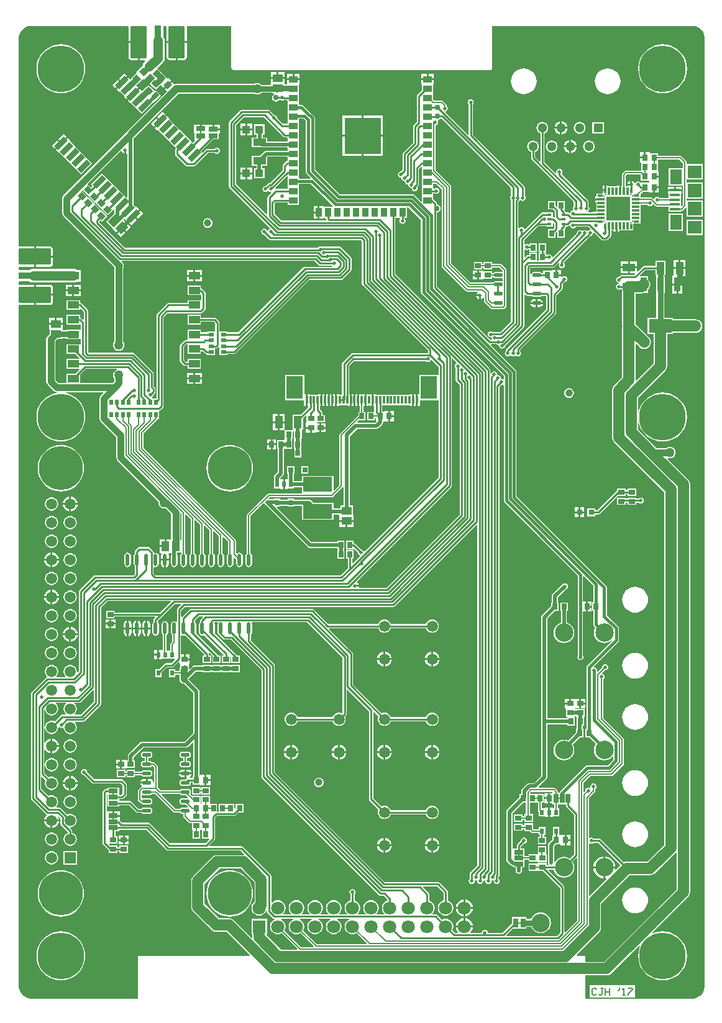
<source format=gtl>
G04*
G04 #@! TF.GenerationSoftware,Altium Limited,Altium Designer,18.0.11 (651)*
G04*
G04 Layer_Physical_Order=1*
G04 Layer_Color=255*
%FSLAX25Y25*%
%MOIN*%
G70*
G01*
G75*
%ADD13C,0.01000*%
%ADD22C,0.00700*%
%ADD27R,0.05000X0.02500*%
%ADD28R,0.03347X0.02756*%
%ADD29R,0.03543X0.07677*%
%ADD30R,0.12402X0.07677*%
%ADD31R,0.03150X0.03150*%
%ADD32R,0.02756X0.03347*%
%ADD33R,0.02362X0.01378*%
%ADD34R,0.04331X0.06693*%
G04:AMPARAMS|DCode=35|XSize=35.43mil|YSize=157.48mil|CornerRadius=1.77mil|HoleSize=0mil|Usage=FLASHONLY|Rotation=270.000|XOffset=0mil|YOffset=0mil|HoleType=Round|Shape=RoundedRectangle|*
%AMROUNDEDRECTD35*
21,1,0.03543,0.15394,0,0,270.0*
21,1,0.03189,0.15748,0,0,270.0*
1,1,0.00354,-0.07697,-0.01595*
1,1,0.00354,-0.07697,0.01595*
1,1,0.00354,0.07697,0.01595*
1,1,0.00354,0.07697,-0.01595*
%
%ADD35ROUNDEDRECTD35*%
G04:AMPARAMS|DCode=36|XSize=35.43mil|YSize=157.48mil|CornerRadius=1.77mil|HoleSize=0mil|Usage=FLASHONLY|Rotation=180.000|XOffset=0mil|YOffset=0mil|HoleType=Round|Shape=RoundedRectangle|*
%AMROUNDEDRECTD36*
21,1,0.03543,0.15394,0,0,180.0*
21,1,0.03189,0.15748,0,0,180.0*
1,1,0.00354,-0.01595,0.07697*
1,1,0.00354,0.01595,0.07697*
1,1,0.00354,0.01595,-0.07697*
1,1,0.00354,-0.01595,-0.07697*
%
%ADD36ROUNDEDRECTD36*%
%ADD37R,0.19685X0.19685*%
%ADD38R,0.04724X0.03543*%
%ADD39R,0.03543X0.04724*%
%ADD40R,0.03543X0.03150*%
%ADD41R,0.05512X0.04331*%
%ADD42R,0.04331X0.04331*%
%ADD43R,0.07087X0.03937*%
%ADD44R,0.03150X0.03543*%
%ADD45R,0.06693X0.04331*%
%ADD46R,0.02165X0.03150*%
%ADD47O,0.04921X0.02165*%
%ADD48R,0.02677X0.03622*%
%ADD49R,0.05315X0.01575*%
%ADD50R,0.06299X0.08268*%
%ADD51R,0.07480X0.07087*%
%ADD52R,0.07480X0.07480*%
G04:AMPARAMS|DCode=53|XSize=55.12mil|YSize=43.31mil|CornerRadius=0mil|HoleSize=0mil|Usage=FLASHONLY|Rotation=225.000|XOffset=0mil|YOffset=0mil|HoleType=Round|Shape=Rectangle|*
%AMROTATEDRECTD53*
4,1,4,0.00418,0.03480,0.03480,0.00418,-0.00418,-0.03480,-0.03480,-0.00418,0.00418,0.03480,0.0*
%
%ADD53ROTATEDRECTD53*%

G04:AMPARAMS|DCode=54|XSize=35.43mil|YSize=31.5mil|CornerRadius=0mil|HoleSize=0mil|Usage=FLASHONLY|Rotation=225.000|XOffset=0mil|YOffset=0mil|HoleType=Round|Shape=Rectangle|*
%AMROTATEDRECTD54*
4,1,4,0.00139,0.02366,0.02366,0.00139,-0.00139,-0.02366,-0.02366,-0.00139,0.00139,0.02366,0.0*
%
%ADD54ROTATEDRECTD54*%

G04:AMPARAMS|DCode=55|XSize=34.65mil|YSize=30.32mil|CornerRadius=0mil|HoleSize=0mil|Usage=FLASHONLY|Rotation=135.000|XOffset=0mil|YOffset=0mil|HoleType=Round|Shape=Rectangle|*
%AMROTATEDRECTD55*
4,1,4,0.02297,-0.00153,0.00153,-0.02297,-0.02297,0.00153,-0.00153,0.02297,0.02297,-0.00153,0.0*
%
%ADD55ROTATEDRECTD55*%

G04:AMPARAMS|DCode=56|XSize=34.65mil|YSize=26.38mil|CornerRadius=0mil|HoleSize=0mil|Usage=FLASHONLY|Rotation=225.000|XOffset=0mil|YOffset=0mil|HoleType=Round|Shape=Rectangle|*
%AMROTATEDRECTD56*
4,1,4,0.00292,0.02158,0.02158,0.00292,-0.00292,-0.02158,-0.02158,-0.00292,0.00292,0.02158,0.0*
%
%ADD56ROTATEDRECTD56*%

G04:AMPARAMS|DCode=57|XSize=33.47mil|YSize=27.56mil|CornerRadius=0mil|HoleSize=0mil|Usage=FLASHONLY|Rotation=45.000|XOffset=0mil|YOffset=0mil|HoleType=Round|Shape=Rectangle|*
%AMROTATEDRECTD57*
4,1,4,-0.00209,-0.02158,-0.02158,-0.00209,0.00209,0.02158,0.02158,0.00209,-0.00209,-0.02158,0.0*
%
%ADD57ROTATEDRECTD57*%

G04:AMPARAMS|DCode=58|XSize=33.47mil|YSize=27.56mil|CornerRadius=0mil|HoleSize=0mil|Usage=FLASHONLY|Rotation=135.000|XOffset=0mil|YOffset=0mil|HoleType=Round|Shape=Rectangle|*
%AMROTATEDRECTD58*
4,1,4,0.02158,-0.00209,0.00209,-0.02158,-0.02158,0.00209,-0.00209,0.02158,0.02158,-0.00209,0.0*
%
%ADD58ROTATEDRECTD58*%

%ADD59R,0.02559X0.02953*%
%ADD60R,0.15748X0.07874*%
%ADD61O,0.02165X0.06496*%
%ADD62R,0.09055X0.12205*%
%ADD63R,0.01181X0.04331*%
%ADD64R,0.04331X0.05512*%
%ADD65R,0.05906X0.03937*%
%ADD67R,0.02500X0.05000*%
G04:AMPARAMS|DCode=68|XSize=35.43mil|YSize=31.5mil|CornerRadius=0mil|HoleSize=0mil|Usage=FLASHONLY|Rotation=135.000|XOffset=0mil|YOffset=0mil|HoleType=Round|Shape=Rectangle|*
%AMROTATEDRECTD68*
4,1,4,0.02366,-0.00139,0.00139,-0.02366,-0.02366,0.00139,-0.00139,0.02366,0.02366,-0.00139,0.0*
%
%ADD68ROTATEDRECTD68*%

%ADD69R,0.03150X0.01968*%
%ADD70R,0.01968X0.03150*%
%ADD72R,0.03937X0.01181*%
%ADD73R,0.01181X0.03937*%
%ADD74C,0.01500*%
%ADD80C,0.03937*%
%ADD136C,0.03000*%
G04:AMPARAMS|DCode=137|XSize=70.87mil|YSize=31.5mil|CornerRadius=0mil|HoleSize=0mil|Usage=FLASHONLY|Rotation=45.000|XOffset=0mil|YOffset=0mil|HoleType=Round|Shape=Rectangle|*
%AMROTATEDRECTD137*
4,1,4,-0.01392,-0.03619,-0.03619,-0.01392,0.01392,0.03619,0.03619,0.01392,-0.01392,-0.03619,0.0*
%
%ADD137ROTATEDRECTD137*%

%ADD138R,0.12992X0.12992*%
%ADD139R,0.03150X0.01181*%
%ADD140R,0.01181X0.03150*%
%ADD141C,0.00800*%
%ADD142C,0.02000*%
%ADD143C,0.04000*%
%ADD144C,0.06000*%
%ADD145C,0.05000*%
%ADD146C,0.03500*%
%ADD147C,0.03000*%
G04:AMPARAMS|DCode=148|XSize=86.61mil|YSize=173.23mil|CornerRadius=4.33mil|HoleSize=0mil|Usage=FLASHONLY|Rotation=270.000|XOffset=0mil|YOffset=0mil|HoleType=Round|Shape=RoundedRectangle|*
%AMROUNDEDRECTD148*
21,1,0.08661,0.16457,0,0,270.0*
21,1,0.07795,0.17323,0,0,270.0*
1,1,0.00866,-0.08228,-0.03898*
1,1,0.00866,-0.08228,0.03898*
1,1,0.00866,0.08228,0.03898*
1,1,0.00866,0.08228,-0.03898*
%
%ADD148ROUNDEDRECTD148*%
G04:AMPARAMS|DCode=149|XSize=86.61mil|YSize=173.23mil|CornerRadius=4.33mil|HoleSize=0mil|Usage=FLASHONLY|Rotation=180.000|XOffset=0mil|YOffset=0mil|HoleType=Round|Shape=RoundedRectangle|*
%AMROUNDEDRECTD149*
21,1,0.08661,0.16457,0,0,180.0*
21,1,0.07795,0.17323,0,0,180.0*
1,1,0.00866,-0.03898,0.08228*
1,1,0.00866,0.03898,0.08228*
1,1,0.00866,0.03898,-0.08228*
1,1,0.00866,-0.03898,-0.08228*
%
%ADD149ROUNDEDRECTD149*%
%ADD150C,0.23622*%
%ADD151R,0.05906X0.05906*%
%ADD152C,0.05906*%
%ADD153C,0.09843*%
%ADD154C,0.25000*%
%ADD155C,0.07087*%
%ADD156R,0.07087X0.07087*%
%ADD157C,0.05118*%
%ADD158R,0.05118X0.05118*%
%ADD159C,0.02000*%
%ADD160C,0.05000*%
%ADD161C,0.03500*%
G36*
X-69917Y238583D02*
X-69840Y238193D01*
X-69619Y237862D01*
X-69288Y237641D01*
X-68898Y237563D01*
X68898D01*
X69288Y237641D01*
X69619Y237862D01*
X69840Y238193D01*
X69917Y238583D01*
Y261185D01*
X177165Y261185D01*
X177840D01*
X179165Y260922D01*
X180412Y260405D01*
X181535Y259655D01*
X182490Y258700D01*
X183240Y257578D01*
X183756Y256330D01*
X184020Y255006D01*
X184020Y254331D01*
X184020Y-254331D01*
Y-255006D01*
X183756Y-256330D01*
X183240Y-257577D01*
X182490Y-258700D01*
X181535Y-259655D01*
X180412Y-260405D01*
X179165Y-260922D01*
X177840Y-261185D01*
X177165Y-261185D01*
X120000D01*
Y-248731D01*
X131400D01*
X132340Y-248607D01*
X133215Y-248245D01*
X133968Y-247668D01*
X148995Y-232640D01*
X149419Y-232923D01*
X148920Y-234128D01*
X148439Y-236133D01*
X148277Y-238189D01*
X148439Y-240245D01*
X148920Y-242250D01*
X149709Y-244155D01*
X150786Y-245913D01*
X152126Y-247481D01*
X153694Y-248820D01*
X155452Y-249897D01*
X157357Y-250686D01*
X159362Y-251168D01*
X161417Y-251329D01*
X163473Y-251168D01*
X165478Y-250686D01*
X167383Y-249897D01*
X169141Y-248820D01*
X170709Y-247481D01*
X172048Y-245913D01*
X173126Y-244155D01*
X173915Y-242250D01*
X174396Y-240245D01*
X174558Y-238189D01*
X174396Y-236133D01*
X173915Y-234128D01*
X173126Y-232223D01*
X172048Y-230465D01*
X170709Y-228897D01*
X169141Y-227558D01*
X167383Y-226481D01*
X165478Y-225692D01*
X163473Y-225210D01*
X161417Y-225048D01*
X159362Y-225210D01*
X157357Y-225692D01*
X156151Y-226191D01*
X155868Y-225767D01*
X175055Y-206580D01*
X175633Y-205828D01*
X175995Y-204952D01*
X176119Y-204012D01*
Y15007D01*
X175995Y15947D01*
X175633Y16823D01*
X175055Y17575D01*
X163827Y28803D01*
X164111Y29227D01*
X164466Y29079D01*
X165275Y28973D01*
X166085Y29079D01*
X166839Y29392D01*
X167486Y29889D01*
X167983Y30536D01*
X168296Y31290D01*
X168402Y32100D01*
X168296Y32909D01*
X167983Y33663D01*
X167486Y34310D01*
X166839Y34807D01*
X166085Y35120D01*
X165275Y35226D01*
X164466Y35120D01*
X163712Y34807D01*
X163306Y34496D01*
X158134D01*
X148193Y44437D01*
Y48008D01*
X148693Y48067D01*
X148920Y47121D01*
X149709Y45215D01*
X150786Y43457D01*
X152126Y41890D01*
X153694Y40550D01*
X155452Y39473D01*
X157357Y38684D01*
X159362Y38203D01*
X161417Y38041D01*
X163473Y38203D01*
X165478Y38684D01*
X167383Y39473D01*
X169141Y40550D01*
X170709Y41890D01*
X172048Y43457D01*
X173126Y45215D01*
X173915Y47121D01*
X174396Y49126D01*
X174558Y51181D01*
X174396Y53237D01*
X173915Y55242D01*
X173126Y57147D01*
X172048Y58905D01*
X170709Y60473D01*
X169141Y61812D01*
X167383Y62889D01*
X165478Y63679D01*
X163473Y64160D01*
X161417Y64322D01*
X159362Y64160D01*
X157357Y63679D01*
X155452Y62889D01*
X153694Y61812D01*
X152126Y60473D01*
X150786Y58905D01*
X149709Y57147D01*
X148920Y55242D01*
X148693Y54295D01*
X148193Y54354D01*
Y61321D01*
X162789Y75917D01*
X163366Y76669D01*
X163729Y77545D01*
X163852Y78484D01*
Y95569D01*
X167022D01*
Y96377D01*
X178979D01*
X179918Y96500D01*
X180794Y96863D01*
X181546Y97440D01*
X182123Y98192D01*
X182486Y99068D01*
X182610Y100007D01*
X182486Y100947D01*
X182123Y101823D01*
X181546Y102575D01*
X180794Y103152D01*
X179918Y103515D01*
X178979Y103639D01*
X167022D01*
Y104446D01*
X162363D01*
Y117813D01*
X162593D01*
Y126690D01*
X162363D01*
Y127246D01*
X163071D01*
Y135139D01*
X157540D01*
Y132314D01*
X151602D01*
X151173Y132229D01*
X150810Y131986D01*
X150809Y131985D01*
X148192Y129368D01*
X147730Y129559D01*
Y130904D01*
X143884D01*
Y128239D01*
X146409D01*
X146600Y127777D01*
X146245Y127421D01*
X139421D01*
X138992Y127336D01*
X138628Y127093D01*
X138628Y127093D01*
X138037Y126502D01*
X137999Y126509D01*
X137375Y126385D01*
X136845Y126031D01*
X136492Y125502D01*
X136367Y124878D01*
X136492Y124254D01*
X136845Y123724D01*
X137375Y123371D01*
X137837Y123279D01*
Y122769D01*
X137364Y122675D01*
X136834Y122321D01*
X136481Y121792D01*
X136357Y121168D01*
X136481Y120544D01*
X136834Y120014D01*
X137364Y119661D01*
X137988Y119536D01*
X138612Y119661D01*
X138937Y119878D01*
X139437Y119625D01*
Y118402D01*
X139752D01*
Y100239D01*
X139802Y99867D01*
X139752Y99494D01*
Y72484D01*
X135394Y68126D01*
X134817Y67374D01*
X134454Y66498D01*
X134331Y65558D01*
Y40167D01*
X134454Y39227D01*
X134817Y38352D01*
X135394Y37600D01*
X162234Y10760D01*
Y-178622D01*
X153234Y-187621D01*
X142287D01*
X141347Y-187745D01*
X140653Y-188033D01*
X128155Y-175535D01*
X127792Y-175292D01*
X127362Y-175206D01*
X127362Y-175206D01*
X124420D01*
X124399Y-175174D01*
X123870Y-174820D01*
X123246Y-174696D01*
X122621Y-174820D01*
X122313Y-175027D01*
X121813Y-174761D01*
Y-153581D01*
X124998Y-150396D01*
X125219Y-150065D01*
X125297Y-149675D01*
Y-148503D01*
X125431Y-148414D01*
X125784Y-147885D01*
X125909Y-147260D01*
X125784Y-146636D01*
X125431Y-146107D01*
X124901Y-145753D01*
X124277Y-145629D01*
X123653Y-145753D01*
X123124Y-146107D01*
X122770Y-146636D01*
X122646Y-147260D01*
X122756Y-147813D01*
X122594Y-147994D01*
X122351Y-148144D01*
X122124Y-147993D01*
X121500Y-147869D01*
X120876Y-147993D01*
X120346Y-148346D01*
X119993Y-148876D01*
X119869Y-149500D01*
X119900Y-149658D01*
X119410Y-150148D01*
X118948Y-149957D01*
Y-145197D01*
X122609Y-141535D01*
X134064D01*
X134454Y-141458D01*
X134785Y-141237D01*
X140250Y-135772D01*
X140471Y-135441D01*
X140549Y-135051D01*
Y-121898D01*
X140471Y-121508D01*
X140250Y-121177D01*
X139010Y-119937D01*
X138969Y-119877D01*
X129700Y-110607D01*
Y-89517D01*
X129833Y-89427D01*
X130187Y-88898D01*
X130311Y-88274D01*
X130187Y-87650D01*
X129833Y-87120D01*
X129304Y-86767D01*
X129128Y-86732D01*
X128963Y-86189D01*
X130429Y-84723D01*
X130587Y-84754D01*
X131212Y-84630D01*
X131741Y-84277D01*
X132095Y-83747D01*
X132219Y-83123D01*
X132095Y-82499D01*
X131741Y-81969D01*
X131212Y-81616D01*
X130587Y-81492D01*
X129963Y-81616D01*
X129434Y-81969D01*
X129080Y-82499D01*
X128956Y-83123D01*
X128988Y-83281D01*
X126686Y-85582D01*
X126225Y-85336D01*
X126305Y-84935D01*
X126181Y-84311D01*
X125827Y-83782D01*
X125298Y-83428D01*
X124674Y-83304D01*
X124660Y-83307D01*
X124414Y-82846D01*
X137602Y-69657D01*
X137602Y-69657D01*
X137900Y-69211D01*
X138005Y-68684D01*
X138005Y-68684D01*
Y-62338D01*
X138005Y-62337D01*
X137900Y-61811D01*
X137602Y-61364D01*
X131452Y-55214D01*
Y-40196D01*
X131347Y-39669D01*
X131049Y-39222D01*
X131049Y-39222D01*
X83046Y8781D01*
Y75562D01*
X83046Y75562D01*
X82941Y76089D01*
X82643Y76536D01*
X69283Y89896D01*
X69474Y90358D01*
X72098D01*
X72119Y90325D01*
X72648Y89972D01*
X73247Y89853D01*
X73389Y89806D01*
X73633Y89561D01*
X73681Y89419D01*
X73800Y88820D01*
X74153Y88291D01*
X74683Y87937D01*
X75307Y87813D01*
X75931Y87937D01*
X76460Y88291D01*
X76814Y88820D01*
X76938Y89445D01*
X76931Y89482D01*
X86812Y99363D01*
X87055Y99727D01*
X87140Y100156D01*
X87140Y100156D01*
Y116834D01*
X87602Y117025D01*
X88082Y116544D01*
X88082Y116544D01*
X88446Y116301D01*
X88875Y116216D01*
X88876Y116216D01*
X91146D01*
X91207Y116124D01*
X91764Y115752D01*
X92420Y115622D01*
X95176D01*
X95833Y115752D01*
X96389Y116124D01*
X96451Y116216D01*
X98863D01*
X98909Y116170D01*
Y108995D01*
X77523Y87609D01*
X77280Y87245D01*
X77194Y86816D01*
X77194Y86816D01*
Y86447D01*
X77162Y86426D01*
X76809Y85897D01*
X76684Y85273D01*
X76809Y84648D01*
X77162Y84119D01*
X77691Y83765D01*
X78316Y83641D01*
X78940Y83765D01*
X79469Y84119D01*
X79518Y84191D01*
X80018D01*
X80066Y84119D01*
X80595Y83765D01*
X81219Y83641D01*
X81844Y83765D01*
X82373Y84119D01*
X82675D01*
X83204Y83765D01*
X83828Y83641D01*
X84452Y83765D01*
X84982Y84119D01*
X85335Y84648D01*
X85460Y85273D01*
X85335Y85897D01*
X84982Y86426D01*
X84950Y86447D01*
Y87338D01*
X104023Y106412D01*
X104023Y106412D01*
X104266Y106776D01*
X104352Y107205D01*
X104352Y107205D01*
Y116369D01*
X107488Y119505D01*
X107488Y119505D01*
X107731Y119869D01*
X107816Y120298D01*
X107816Y120298D01*
Y122725D01*
X108677Y123586D01*
X108715Y123579D01*
X109339Y123703D01*
X109868Y124056D01*
X110222Y124586D01*
X110346Y125210D01*
X110222Y125834D01*
X109868Y126364D01*
X109339Y126717D01*
X108715Y126841D01*
X108090Y126717D01*
X107561Y126364D01*
X107499Y126271D01*
X106999Y126422D01*
Y126838D01*
X104424D01*
Y127338D01*
X103924D01*
Y130109D01*
X101849D01*
X101678Y129709D01*
X97328D01*
Y128531D01*
X96403D01*
X96389Y128551D01*
X95833Y128923D01*
X95176Y129053D01*
X92420D01*
X91764Y128923D01*
X91207Y128551D01*
X90835Y127994D01*
X90340Y128067D01*
Y131321D01*
X90349Y131331D01*
X102483D01*
X102483Y131331D01*
X102912Y131416D01*
X103276Y131659D01*
X105462Y133845D01*
X106010Y133686D01*
X106051Y133507D01*
X105854Y133212D01*
X105730Y132588D01*
X105854Y131964D01*
X106208Y131434D01*
X106737Y131081D01*
X107361Y130956D01*
X107985Y131081D01*
X108514Y131434D01*
X108868Y131964D01*
X108992Y132588D01*
X108868Y133212D01*
X108514Y133741D01*
X108483Y133763D01*
Y134396D01*
X120849Y146763D01*
X121001Y146793D01*
X121365Y147036D01*
X122595Y148266D01*
X122595Y148266D01*
X122688Y148406D01*
X123124Y148493D01*
X123653Y148846D01*
X124007Y149376D01*
X124131Y150000D01*
X124118Y150068D01*
X124579Y150314D01*
X128542Y146351D01*
X128542Y146351D01*
X128906Y146108D01*
X129335Y146022D01*
X129335Y146022D01*
X130977D01*
X130977Y146022D01*
X131407Y146108D01*
X131771Y146351D01*
X133487Y148067D01*
X133487Y148067D01*
X133730Y148431D01*
X133815Y148860D01*
X133815Y148860D01*
Y151288D01*
X135040D01*
Y150888D01*
X136131D01*
Y153857D01*
X137131D01*
Y150888D01*
X138221D01*
Y151288D01*
X145695D01*
Y154919D01*
X145727Y154996D01*
X145805Y155028D01*
X149435D01*
Y156997D01*
Y160934D01*
Y164915D01*
X153302D01*
X153392Y164781D01*
X153921Y164427D01*
X154545Y164303D01*
X155170Y164427D01*
X155699Y164781D01*
X155976Y165195D01*
X156531Y165347D01*
X157391Y164487D01*
X157722Y164266D01*
X158112Y164188D01*
X164711D01*
Y161355D01*
X171226D01*
Y161723D01*
X171440D01*
X171830Y161801D01*
X172161Y162022D01*
X173660Y163521D01*
X174160Y163314D01*
Y158796D01*
X182840D01*
Y167476D01*
X174293D01*
Y168245D01*
X182840D01*
Y176925D01*
X174293D01*
Y178678D01*
X182840D01*
Y186965D01*
X174293D01*
Y187967D01*
X174215Y188357D01*
X173994Y188688D01*
X171491Y191191D01*
X171160Y191411D01*
X170770Y191489D01*
X159003D01*
Y192841D01*
X154653D01*
X154481Y193241D01*
X152407D01*
Y190470D01*
X151907D01*
Y189970D01*
X149332D01*
Y187698D01*
X149830D01*
Y183340D01*
X141695D01*
X141305Y183262D01*
X140974Y183041D01*
X139847Y181913D01*
X139626Y181583D01*
X139548Y181193D01*
Y175329D01*
X139099D01*
Y172361D01*
X138099D01*
Y175329D01*
X137009D01*
Y174929D01*
X132316D01*
Y175329D01*
X131225D01*
Y172755D01*
X130725D01*
Y172255D01*
X129135D01*
Y171189D01*
X125794D01*
Y169621D01*
X125394D01*
Y168530D01*
X128363D01*
Y167530D01*
X125394D01*
Y166439D01*
X125794D01*
Y161244D01*
X121569Y161188D01*
X121414Y161686D01*
X121653Y161846D01*
X122007Y162376D01*
X122131Y163000D01*
X122007Y163624D01*
X121653Y164154D01*
X121622Y164175D01*
Y166675D01*
X121622Y166675D01*
X121536Y167104D01*
X121293Y167468D01*
X107101Y181660D01*
X107102Y181675D01*
X107456Y182204D01*
X107580Y182829D01*
X107456Y183453D01*
X107102Y183982D01*
X106573Y184336D01*
X105949Y184460D01*
X105324Y184336D01*
X104795Y183982D01*
X104441Y183453D01*
X104317Y182829D01*
X104416Y182335D01*
X103980Y182063D01*
X98018Y188026D01*
Y203445D01*
X98489Y203641D01*
X99149Y204147D01*
X99655Y204807D01*
X99974Y205575D01*
X100082Y206400D01*
X99974Y207225D01*
X99655Y207993D01*
X99149Y208653D01*
X98489Y209159D01*
X97721Y209478D01*
X96896Y209586D01*
X96071Y209478D01*
X95303Y209159D01*
X94643Y208653D01*
X94137Y207993D01*
X93818Y207225D01*
X93710Y206400D01*
X93818Y205575D01*
X94137Y204807D01*
X94643Y204147D01*
X95303Y203641D01*
X95774Y203445D01*
Y188660D01*
X95312Y188468D01*
X93018Y190763D01*
Y193445D01*
X93489Y193640D01*
X94149Y194147D01*
X94655Y194807D01*
X94974Y195575D01*
X95082Y196400D01*
X94974Y197225D01*
X94655Y197993D01*
X94149Y198653D01*
X93489Y199159D01*
X92721Y199478D01*
X91896Y199586D01*
X91071Y199478D01*
X90303Y199159D01*
X89643Y198653D01*
X89136Y197993D01*
X88818Y197225D01*
X88710Y196400D01*
X88818Y195575D01*
X89136Y194807D01*
X89643Y194147D01*
X90303Y193640D01*
X90774Y193445D01*
Y190299D01*
X90774Y190299D01*
X90860Y189870D01*
X91103Y189506D01*
X113756Y166853D01*
Y164203D01*
X113724Y164181D01*
X113370Y163652D01*
X113246Y163028D01*
X113332Y162598D01*
X113344Y162380D01*
X112998Y162060D01*
X112735Y162008D01*
X112205Y161654D01*
X111852Y161125D01*
X111811Y160921D01*
X111576Y160796D01*
X111264Y160733D01*
X110986Y160919D01*
X110556Y161004D01*
X110110Y161126D01*
Y161172D01*
X109401D01*
X109365Y161352D01*
X109122Y161716D01*
X109122Y161716D01*
X108723Y162115D01*
X108915Y162576D01*
X108929D01*
Y167123D01*
X104973D01*
Y164146D01*
X104511Y163954D01*
X104007Y164458D01*
Y167123D01*
X100051D01*
Y162576D01*
X102717D01*
X103492Y161801D01*
Y158720D01*
X103334Y158563D01*
X103142Y158427D01*
X103015Y158383D01*
X102701Y158445D01*
X102433Y158821D01*
Y161172D01*
X98870D01*
Y161004D01*
X97046D01*
X97046Y161004D01*
X96617Y160919D01*
X96253Y160676D01*
X96253Y160676D01*
X87716Y152138D01*
X87150Y152279D01*
X86892Y152666D01*
X86362Y153020D01*
X85738Y153144D01*
X85114Y153020D01*
X84584Y152666D01*
X84440Y152450D01*
X83940Y152601D01*
Y166643D01*
X84532Y167235D01*
X84532Y167235D01*
X84716Y167511D01*
X84861Y167573D01*
X85151Y167637D01*
X85398Y167568D01*
X85714Y167357D01*
X86339Y167232D01*
X86963Y167357D01*
X87492Y167710D01*
X87846Y168239D01*
X87970Y168864D01*
X87846Y169488D01*
X87492Y170017D01*
X87460Y170039D01*
Y174360D01*
X87375Y174789D01*
X87132Y175153D01*
X87132Y175153D01*
X59580Y202704D01*
Y218971D01*
X59612Y218992D01*
X59966Y219522D01*
X60090Y220146D01*
X59966Y220770D01*
X59612Y221300D01*
X59083Y221653D01*
X58459Y221777D01*
X57835Y221653D01*
X57305Y221300D01*
X56952Y220770D01*
X56827Y220146D01*
X56952Y219522D01*
X57305Y218992D01*
X57337Y218971D01*
Y202932D01*
X56875Y202741D01*
X44805Y214811D01*
X44969Y215354D01*
X45131Y215386D01*
X45661Y215740D01*
X46014Y216269D01*
X46138Y216893D01*
X46014Y217517D01*
X45661Y218047D01*
X45527Y218136D01*
Y218377D01*
X45449Y218767D01*
X45228Y219097D01*
X43516Y220809D01*
X43185Y221030D01*
X42795Y221108D01*
X38818D01*
X38338Y221588D01*
Y224932D01*
X38338Y224932D01*
Y225189D01*
X38338D01*
X38338Y225432D01*
Y229789D01*
X38738D01*
Y232060D01*
X32013D01*
Y229789D01*
X32413D01*
Y226874D01*
X29829Y224289D01*
X29585Y223925D01*
X29500Y223496D01*
X29500Y223496D01*
Y209528D01*
X27921Y207950D01*
X27678Y207586D01*
X27593Y207157D01*
X27593Y207157D01*
Y198452D01*
X22245Y193104D01*
X22002Y192740D01*
X21916Y192311D01*
X21916Y192311D01*
Y183917D01*
X21008Y183008D01*
X20970Y183016D01*
X20346Y182891D01*
X19816Y182538D01*
X19463Y182009D01*
X19338Y181384D01*
X19463Y180760D01*
X19816Y180231D01*
X20346Y179877D01*
X20718Y179803D01*
X21177Y179546D01*
X21301Y178921D01*
X21655Y178392D01*
X22184Y178039D01*
X22557Y177964D01*
X23015Y177707D01*
X23140Y177083D01*
X23493Y176554D01*
X24023Y176200D01*
X24395Y176126D01*
X24854Y175869D01*
X24978Y175245D01*
X25332Y174715D01*
X25861Y174362D01*
X26234Y174287D01*
X26692Y174030D01*
X26816Y173406D01*
X27170Y172877D01*
X27699Y172523D01*
X28324Y172399D01*
X28948Y172523D01*
X29477Y172877D01*
X29831Y173406D01*
X29955Y174030D01*
X29831Y174655D01*
X29829Y174657D01*
X30408Y175236D01*
X30408Y175236D01*
X30652Y175600D01*
X30737Y176029D01*
X30737Y176029D01*
Y184545D01*
X31803Y185611D01*
X32325Y185455D01*
X32413Y185189D01*
Y184932D01*
X32413D01*
Y180189D01*
X32413D01*
Y179932D01*
X32413D01*
Y175432D01*
X32413Y175060D01*
X32413Y174689D01*
Y170432D01*
X32413Y170060D01*
X32413Y169689D01*
Y167035D01*
X31951Y166844D01*
X28358Y170437D01*
X27911Y170736D01*
X27385Y170840D01*
X-11916D01*
X-25126Y184051D01*
Y211589D01*
X-25126Y211589D01*
X-25231Y212116D01*
X-25530Y212563D01*
X-25530Y212563D01*
X-28744Y215777D01*
X-28744Y215777D01*
X-31456Y218489D01*
X-31903Y218787D01*
X-32429Y218892D01*
X-33309D01*
X-33662Y219246D01*
X-33662Y220060D01*
X-33662Y220432D01*
Y224689D01*
X-33662Y225060D01*
X-33662Y225432D01*
Y229789D01*
X-33262D01*
Y232060D01*
X-39987D01*
Y229812D01*
X-40972D01*
X-41387Y230018D01*
Y232683D01*
X-48899D01*
Y230018D01*
X-48899D01*
X-48959Y229543D01*
X-53855D01*
X-53908Y229612D01*
X-54556Y230109D01*
X-55310Y230422D01*
X-56119Y230528D01*
X-56928Y230422D01*
X-57682Y230109D01*
X-57794Y230024D01*
X-99449D01*
X-100127Y229935D01*
X-100385Y229828D01*
X-101678Y231121D01*
X-103637Y229161D01*
X-105597Y227201D01*
X-104478Y226081D01*
X-125240Y205319D01*
X-125657Y204776D01*
X-125794Y204445D01*
X-125861Y204378D01*
X-125861Y204378D01*
X-160006Y170233D01*
X-160525Y169456D01*
X-160707Y168539D01*
X-160707Y168539D01*
Y160665D01*
X-160707Y160665D01*
X-160525Y159748D01*
X-160006Y158971D01*
X-132865Y131830D01*
X-132797Y131487D01*
Y91799D01*
X-133108Y91393D01*
X-133421Y90639D01*
X-133527Y89830D01*
X-133421Y89021D01*
X-133108Y88266D01*
X-132611Y87619D01*
X-131964Y87122D01*
X-131210Y86809D01*
X-130400Y86703D01*
X-129591Y86809D01*
X-128837Y87122D01*
X-128190Y87619D01*
X-127693Y88266D01*
X-127380Y89021D01*
X-127274Y89830D01*
X-127380Y90639D01*
X-127693Y91393D01*
X-128004Y91799D01*
Y131374D01*
X-127892Y131543D01*
X-127709Y132459D01*
X-127892Y133376D01*
X-128411Y134154D01*
X-128736Y134479D01*
X-128545Y134941D01*
X-25274D01*
X-23107Y132774D01*
X-22743Y132531D01*
X-22314Y132445D01*
X-22314Y132445D01*
X-15914D01*
X-15825Y132317D01*
X-16054Y131843D01*
X-30549D01*
X-30549Y131843D01*
X-30978Y131758D01*
X-31342Y131515D01*
X-66247Y96610D01*
X-71933D01*
Y97073D01*
X-76282Y97073D01*
X-76404Y97522D01*
Y101898D01*
X-76490Y102327D01*
X-76733Y102691D01*
X-76733Y102691D01*
X-78222Y104180D01*
X-78585Y104423D01*
X-79015Y104508D01*
X-79015Y104508D01*
X-86267D01*
Y105956D01*
X-93372D01*
Y100819D01*
X-86267D01*
Y102265D01*
X-79479D01*
X-78647Y101434D01*
Y97073D01*
X-82975D01*
Y96610D01*
X-86267D01*
Y98081D01*
X-93372D01*
Y92945D01*
X-93584Y92532D01*
X-94406D01*
X-94406Y92532D01*
X-94836Y92447D01*
X-95200Y92204D01*
X-97283Y90121D01*
X-97526Y89757D01*
X-97611Y89328D01*
X-97611Y89327D01*
Y81426D01*
X-97611Y81426D01*
X-97526Y80997D01*
X-97283Y80633D01*
X-95622Y78972D01*
X-95622Y78972D01*
X-95258Y78729D01*
X-94829Y78643D01*
X-94829Y78643D01*
X-93372D01*
Y77197D01*
X-86267D01*
Y82333D01*
X-93372D01*
Y80887D01*
X-94364D01*
X-95368Y81890D01*
Y88863D01*
X-93942Y90289D01*
X-93839D01*
X-93372Y90207D01*
Y85071D01*
X-86267D01*
Y86517D01*
X-85425D01*
X-84154Y85247D01*
X-83790Y85003D01*
X-83361Y84918D01*
X-82975Y84620D01*
Y84455D01*
X-78626D01*
Y88068D01*
X-78023D01*
X-78023Y88068D01*
X-77594Y88153D01*
X-77230Y88396D01*
X-76782Y88844D01*
X-76576Y88815D01*
X-76282Y88668D01*
Y84455D01*
X-71933D01*
Y84918D01*
X-68443D01*
X-68443Y84918D01*
X-68014Y85003D01*
X-67650Y85247D01*
X-28096Y124800D01*
X-11118D01*
X-11118Y124800D01*
X-10688Y124886D01*
X-10324Y125129D01*
X-5877Y129577D01*
X-5633Y129941D01*
X-5548Y130370D01*
X-5548Y130370D01*
Y136165D01*
X-5548Y136165D01*
X-5633Y136594D01*
X-5877Y136958D01*
X-5877Y136958D01*
X-11155Y142237D01*
X-11519Y142480D01*
X-11948Y142566D01*
X-11948Y142566D01*
X-21370D01*
X-21555Y142690D01*
X-22180Y142814D01*
X-22804Y142690D01*
X-23333Y142336D01*
X-23562Y141994D01*
X-117026D01*
X-117077Y141984D01*
X-127023D01*
X-141061Y156021D01*
Y156135D01*
X-140422Y156774D01*
X-139566Y155918D01*
X-136573Y158910D01*
X-139731Y162068D01*
X-140077Y162425D01*
Y162425D01*
X-143248Y165596D01*
X-143549Y165971D01*
Y165971D01*
X-146702Y169124D01*
X-147055Y169478D01*
Y169478D01*
X-150138Y172562D01*
X-150087Y172668D01*
X-149484Y172771D01*
X-146768Y170056D01*
X-146415Y169702D01*
Y169702D01*
X-143244Y166531D01*
X-142943Y166155D01*
Y166155D01*
X-139785Y162997D01*
X-139440Y162641D01*
Y162641D01*
X-136141Y159342D01*
X-133247Y162236D01*
X-132747Y162097D01*
Y160441D01*
X-137054Y156135D01*
X-133439Y152520D01*
X-133722Y152237D01*
X-131837Y150353D01*
X-129181Y153008D01*
X-126526Y155664D01*
X-127948Y157087D01*
X-127768Y157500D01*
X-127270Y157664D01*
X-125916Y156310D01*
X-122703Y159523D01*
X-119491Y162735D01*
X-120958Y164202D01*
X-121241Y163920D01*
X-122535Y165214D01*
Y200927D01*
X-122472Y200990D01*
X-122472Y200990D01*
X-122405Y201056D01*
X-122074Y201193D01*
X-121531Y201610D01*
X-98362Y224779D01*
X-57794D01*
X-57682Y224694D01*
X-56928Y224381D01*
X-56119Y224275D01*
X-55310Y224381D01*
X-54556Y224694D01*
X-53908Y225190D01*
X-53855Y225260D01*
X-48499D01*
Y224906D01*
X-47244D01*
X-47093Y224406D01*
X-47563Y224092D01*
X-48027Y223397D01*
X-48190Y222578D01*
X-48027Y221758D01*
X-47563Y221064D01*
X-46868Y220599D01*
X-46049Y220437D01*
X-45230Y220599D01*
X-44535Y221064D01*
X-44273Y221456D01*
X-43773D01*
X-43762Y221439D01*
X-43232Y221086D01*
X-42608Y220961D01*
X-41984Y221086D01*
X-41455Y221439D01*
X-39940D01*
X-39587Y221085D01*
X-39587Y220060D01*
X-39587Y219689D01*
Y215189D01*
X-39587D01*
Y214932D01*
X-39587D01*
Y210189D01*
X-39587D01*
Y209932D01*
X-39587D01*
Y208682D01*
X-42313D01*
X-45298Y211667D01*
X-45291Y211705D01*
X-45415Y212329D01*
X-45769Y212858D01*
X-46298Y213212D01*
X-46922Y213336D01*
X-46960Y213329D01*
X-49392Y215761D01*
X-49756Y216004D01*
X-50185Y216089D01*
X-50185Y216089D01*
X-64343D01*
X-64343Y216089D01*
X-64773Y216004D01*
X-65136Y215761D01*
X-65136Y215761D01*
X-70985Y209912D01*
X-71228Y209549D01*
X-71313Y209119D01*
X-71313Y209119D01*
Y175207D01*
X-71313Y175207D01*
X-71228Y174778D01*
X-70985Y174414D01*
X-49246Y152675D01*
X-49391Y152197D01*
X-49458Y152183D01*
X-49987Y151830D01*
X-50341Y151301D01*
X-50359Y151208D01*
X-50869D01*
X-50878Y151255D01*
X-51232Y151784D01*
X-51761Y152138D01*
X-52385Y152262D01*
X-53010Y152138D01*
X-53539Y151784D01*
X-53892Y151255D01*
X-54017Y150631D01*
X-53892Y150006D01*
X-53539Y149477D01*
X-53010Y149123D01*
X-52385Y148999D01*
X-52348Y149007D01*
X-49959Y146618D01*
X-49867Y146481D01*
X-49503Y146238D01*
X-49074Y146152D01*
X-473D01*
X32Y145648D01*
Y122860D01*
X32Y122860D01*
X117Y122431D01*
X360Y122067D01*
X35486Y86941D01*
Y85465D01*
X-4862D01*
X-5291Y85380D01*
X-5655Y85136D01*
X-5655Y85136D01*
X-10358Y80434D01*
X-10601Y80070D01*
X-10686Y79641D01*
X-10686Y79641D01*
Y63002D01*
X-12189D01*
Y63402D01*
X-13280D01*
Y60236D01*
Y57071D01*
X-12189D01*
Y57471D01*
X-7496D01*
Y57071D01*
X-6406D01*
Y60236D01*
Y63402D01*
X-6752D01*
Y78604D01*
X-4235Y81122D01*
X34334D01*
X34356Y81090D01*
X34885Y80736D01*
X35509Y80612D01*
X36134Y80736D01*
X36663Y81090D01*
X37017Y81619D01*
X37031Y81691D01*
X37509Y81836D01*
X41156Y78189D01*
Y74129D01*
X41151Y73632D01*
X30896D01*
Y63402D01*
X30028D01*
Y60236D01*
Y57071D01*
X31118D01*
Y60227D01*
X41151D01*
X41156Y59729D01*
Y18611D01*
X1498Y-21048D01*
X949Y-20890D01*
X662Y-20460D01*
X132Y-20107D01*
X-492Y-19983D01*
X-530Y-19990D01*
X-3718Y-16802D01*
X-4082Y-16559D01*
X-4329Y-16510D01*
Y-15322D01*
X-8284D01*
Y-19868D01*
X-4329D01*
Y-19868D01*
X-3972Y-19720D01*
X-2116Y-21576D01*
X-2123Y-21614D01*
X-1999Y-22238D01*
X-1645Y-22767D01*
X-1216Y-23054D01*
X-1058Y-23604D01*
X-4723Y-27268D01*
X-5185Y-27077D01*
Y-24936D01*
X-4329D01*
Y-20390D01*
X-8284D01*
Y-24936D01*
X-7428D01*
Y-29974D01*
X-11385Y-33931D01*
X-110638D01*
X-111694Y-32875D01*
Y-29537D01*
X-111484Y-29425D01*
X-111194Y-29320D01*
X-110605Y-29437D01*
X-109949Y-29306D01*
X-109392Y-28934D01*
X-109020Y-28378D01*
X-108889Y-27721D01*
Y-23390D01*
X-109020Y-22734D01*
X-109392Y-22177D01*
X-109949Y-21805D01*
X-110605Y-21675D01*
X-111194Y-21792D01*
X-111395Y-21719D01*
X-111713Y-21505D01*
X-111779Y-21172D01*
X-112022Y-20808D01*
X-113824Y-19006D01*
X-114188Y-18763D01*
X-114617Y-18678D01*
X-114617Y-18678D01*
X-119290D01*
X-119719Y-18763D01*
X-120083Y-19006D01*
X-120083Y-19006D01*
X-121398Y-20322D01*
X-121641Y-20685D01*
X-121727Y-21115D01*
X-121727Y-21115D01*
Y-22116D01*
X-121818Y-22177D01*
X-122190Y-22734D01*
X-122321Y-23390D01*
Y-27721D01*
X-122190Y-28378D01*
X-121818Y-28934D01*
X-121727Y-28995D01*
Y-33263D01*
X-122395Y-33931D01*
X-143172D01*
X-143601Y-34016D01*
X-143965Y-34259D01*
X-143965Y-34259D01*
X-151522Y-41816D01*
X-151765Y-42180D01*
X-151851Y-42609D01*
X-151850Y-42609D01*
Y-85326D01*
X-152399Y-85874D01*
X-152847Y-85653D01*
X-152834Y-85551D01*
X-152956Y-84624D01*
X-153314Y-83759D01*
X-153884Y-83017D01*
X-154626Y-82448D01*
X-155490Y-82090D01*
X-156417Y-81968D01*
X-157345Y-82090D01*
X-158209Y-82448D01*
X-158951Y-83017D01*
X-159521Y-83759D01*
X-159879Y-84624D01*
X-160001Y-85551D01*
X-159879Y-86479D01*
X-159521Y-87343D01*
X-159006Y-88013D01*
X-159134Y-88513D01*
X-163701D01*
X-163828Y-88013D01*
X-163314Y-87343D01*
X-162956Y-86479D01*
X-162834Y-85551D01*
X-162956Y-84624D01*
X-163314Y-83759D01*
X-163883Y-83017D01*
X-164626Y-82448D01*
X-165490Y-82090D01*
X-166417Y-81968D01*
X-167345Y-82090D01*
X-168209Y-82448D01*
X-168951Y-83017D01*
X-169521Y-83759D01*
X-169879Y-84624D01*
X-170001Y-85551D01*
X-169879Y-86479D01*
X-169521Y-87343D01*
X-168982Y-88045D01*
X-169003Y-88235D01*
X-169123Y-88583D01*
X-169200Y-88599D01*
X-169563Y-88842D01*
X-169563Y-88842D01*
X-177189Y-96468D01*
X-177432Y-96831D01*
X-177518Y-97261D01*
X-177518Y-97261D01*
Y-153567D01*
X-177518Y-153567D01*
X-177432Y-153996D01*
X-177189Y-154360D01*
X-169552Y-161997D01*
X-169552Y-161997D01*
X-169310Y-162158D01*
X-169224Y-162607D01*
X-169237Y-162732D01*
X-169870Y-163558D01*
X-170268Y-164519D01*
X-170338Y-165051D01*
X-162496D01*
X-162566Y-164519D01*
X-162965Y-163558D01*
X-162581Y-163237D01*
X-161592Y-164226D01*
Y-167230D01*
X-161592Y-167230D01*
X-161506Y-167659D01*
X-161263Y-168023D01*
X-157578Y-171708D01*
X-157632Y-172209D01*
X-158209Y-172448D01*
X-158951Y-173017D01*
X-159521Y-173759D01*
X-159879Y-174624D01*
X-160001Y-175551D01*
X-159879Y-176479D01*
X-159521Y-177343D01*
X-158951Y-178085D01*
X-158209Y-178655D01*
X-157345Y-179013D01*
X-156417Y-179135D01*
X-155490Y-179013D01*
X-154626Y-178655D01*
X-153884Y-178085D01*
X-153314Y-177343D01*
X-152956Y-176479D01*
X-152834Y-175551D01*
X-152956Y-174624D01*
X-153314Y-173759D01*
X-153884Y-173017D01*
X-154626Y-172448D01*
X-155296Y-172170D01*
Y-171283D01*
X-155296Y-171283D01*
X-155381Y-170853D01*
X-155624Y-170490D01*
X-155624Y-170490D01*
X-156532Y-169582D01*
X-156289Y-169118D01*
X-155490Y-169012D01*
X-154626Y-168655D01*
X-153884Y-168085D01*
X-153314Y-167343D01*
X-152956Y-166479D01*
X-152834Y-165551D01*
X-152956Y-164624D01*
X-153314Y-163760D01*
X-153884Y-163017D01*
X-154626Y-162448D01*
X-155490Y-162090D01*
X-156417Y-161968D01*
X-157345Y-162090D01*
X-158015Y-162367D01*
X-161572Y-158811D01*
X-161935Y-158568D01*
X-162365Y-158482D01*
X-162365Y-158482D01*
X-163648D01*
X-163805Y-157982D01*
X-163314Y-157343D01*
X-162956Y-156479D01*
X-162834Y-155551D01*
X-162956Y-154624D01*
X-163314Y-153760D01*
X-163883Y-153017D01*
X-164626Y-152448D01*
X-165490Y-152090D01*
X-166417Y-151968D01*
X-167345Y-152090D01*
X-168015Y-152367D01*
X-172049Y-148333D01*
Y-142159D01*
X-171588Y-141967D01*
X-169601Y-143954D01*
X-169879Y-144624D01*
X-170001Y-145551D01*
X-169879Y-146479D01*
X-169521Y-147343D01*
X-168951Y-148085D01*
X-168209Y-148654D01*
X-167345Y-149012D01*
X-166417Y-149135D01*
X-165490Y-149012D01*
X-164626Y-148654D01*
X-163883Y-148085D01*
X-163314Y-147343D01*
X-162956Y-146479D01*
X-162834Y-145551D01*
X-162956Y-144624D01*
X-163314Y-143760D01*
X-163883Y-143017D01*
X-164626Y-142448D01*
X-165490Y-142090D01*
X-166417Y-141968D01*
X-167345Y-142090D01*
X-168015Y-142367D01*
X-170449Y-139933D01*
Y-135974D01*
X-169949Y-135941D01*
X-169879Y-136479D01*
X-169521Y-137343D01*
X-168951Y-138085D01*
X-168209Y-138654D01*
X-167345Y-139013D01*
X-166417Y-139135D01*
X-165490Y-139013D01*
X-164626Y-138654D01*
X-163883Y-138085D01*
X-163314Y-137343D01*
X-162956Y-136479D01*
X-162834Y-135551D01*
X-162956Y-134624D01*
X-163314Y-133759D01*
X-163883Y-133017D01*
X-164626Y-132448D01*
X-165490Y-132090D01*
X-166417Y-131968D01*
X-167345Y-132090D01*
X-168209Y-132448D01*
X-168951Y-133017D01*
X-169521Y-133759D01*
X-169879Y-134624D01*
X-169949Y-135161D01*
X-170449Y-135129D01*
Y-127452D01*
X-169949Y-127353D01*
X-169870Y-127545D01*
X-169237Y-128370D01*
X-168411Y-129004D01*
X-167449Y-129402D01*
X-166917Y-129472D01*
Y-125551D01*
Y-121630D01*
X-167449Y-121700D01*
X-168411Y-122099D01*
X-169237Y-122732D01*
X-169870Y-123558D01*
X-169949Y-123749D01*
X-170449Y-123650D01*
Y-115974D01*
X-169949Y-115941D01*
X-169879Y-116479D01*
X-169521Y-117343D01*
X-168951Y-118085D01*
X-168209Y-118655D01*
X-167345Y-119012D01*
X-166417Y-119135D01*
X-165490Y-119012D01*
X-164626Y-118655D01*
X-163883Y-118085D01*
X-163314Y-117343D01*
X-162956Y-116479D01*
X-162834Y-115551D01*
X-162840Y-115503D01*
X-162360Y-115322D01*
X-162353Y-115332D01*
X-161823Y-115686D01*
X-161199Y-115810D01*
X-160575Y-115686D01*
X-160494Y-115632D01*
X-159958Y-115875D01*
X-159879Y-116479D01*
X-159521Y-117343D01*
X-158951Y-118085D01*
X-158209Y-118655D01*
X-157345Y-119012D01*
X-156417Y-119135D01*
X-155490Y-119012D01*
X-154626Y-118655D01*
X-153884Y-118085D01*
X-153314Y-117343D01*
X-152956Y-116479D01*
X-152834Y-115551D01*
X-152956Y-114624D01*
X-153314Y-113760D01*
X-153884Y-113017D01*
X-153954Y-112963D01*
X-153793Y-112490D01*
X-149589D01*
X-149589Y-112490D01*
X-149160Y-112405D01*
X-148796Y-112161D01*
X-140218Y-103584D01*
X-140218Y-103583D01*
X-139975Y-103220D01*
X-139889Y-102790D01*
X-139889Y-102790D01*
Y-51152D01*
X-136322Y-47585D01*
X-102571D01*
X-102380Y-48047D01*
X-108157Y-53825D01*
X-132621D01*
Y-52969D01*
X-137168D01*
Y-56924D01*
X-132621D01*
Y-56068D01*
X-111054D01*
X-110862Y-56530D01*
X-111398Y-57066D01*
X-111641Y-57429D01*
X-111727Y-57859D01*
X-111727Y-57859D01*
Y-58927D01*
X-111818Y-58988D01*
X-112190Y-59545D01*
X-112321Y-60201D01*
Y-64532D01*
X-112190Y-65189D01*
X-111818Y-65745D01*
X-111262Y-66117D01*
X-110605Y-66248D01*
X-109949Y-66117D01*
X-109392Y-65745D01*
X-109020Y-65189D01*
X-108889Y-64532D01*
Y-60201D01*
X-109020Y-59545D01*
X-109392Y-58988D01*
X-109484Y-58927D01*
Y-58323D01*
X-106900Y-55739D01*
X-106900Y-55739D01*
X-100352Y-49192D01*
X-97142D01*
X-96951Y-49654D01*
X-98847Y-51550D01*
X-99090Y-51914D01*
X-99175Y-52343D01*
X-99175Y-52343D01*
Y-58532D01*
X-99675Y-58799D01*
X-99949Y-58616D01*
X-100605Y-58486D01*
X-101262Y-58616D01*
X-101818Y-58988D01*
X-102190Y-59545D01*
X-102321Y-60201D01*
Y-64532D01*
X-102190Y-65189D01*
X-101818Y-65745D01*
X-101625Y-65874D01*
Y-69537D01*
X-102465Y-70377D01*
X-102686Y-70708D01*
X-102764Y-71098D01*
Y-73949D01*
X-103117Y-74303D01*
X-103802Y-74302D01*
X-103927Y-74303D01*
X-104586D01*
Y-65874D01*
X-104392Y-65745D01*
X-104020Y-65189D01*
X-103890Y-64532D01*
Y-60201D01*
X-104020Y-59545D01*
X-104392Y-58988D01*
X-104949Y-58616D01*
X-105605Y-58486D01*
X-106262Y-58616D01*
X-106818Y-58988D01*
X-107190Y-59545D01*
X-107321Y-60201D01*
Y-64532D01*
X-107190Y-65189D01*
X-106818Y-65745D01*
X-106625Y-65874D01*
Y-74303D01*
X-107142D01*
Y-73902D01*
X-108724D01*
Y-76477D01*
Y-79052D01*
X-107142D01*
Y-78652D01*
X-103927D01*
X-103802Y-78652D01*
X-103427D01*
X-103302Y-78652D01*
X-100461D01*
X-100254Y-79152D01*
X-102169Y-81067D01*
X-105094D01*
X-105523Y-81153D01*
X-105887Y-81396D01*
X-105887Y-81396D01*
X-108636Y-84145D01*
X-110907D01*
Y-88494D01*
X-107542D01*
Y-86223D01*
X-104629Y-83310D01*
X-101705D01*
X-101705Y-83310D01*
X-101276Y-83225D01*
X-100912Y-82982D01*
X-98299Y-80369D01*
X-97837Y-80560D01*
Y-81513D01*
X-97437Y-81684D01*
Y-82996D01*
X-97646Y-83309D01*
X-97829Y-84226D01*
X-97829Y-84226D01*
Y-85180D01*
X-97948Y-85300D01*
X-100061D01*
Y-84145D01*
X-103427D01*
Y-88494D01*
X-100061D01*
Y-87339D01*
X-97829D01*
Y-89675D01*
X-97646Y-90592D01*
X-97127Y-91370D01*
X-96349Y-91889D01*
X-95432Y-92071D01*
X-95358Y-92057D01*
X-90318Y-97097D01*
Y-118506D01*
X-94960Y-123147D01*
X-117755D01*
X-118379Y-123272D01*
X-118908Y-123625D01*
X-125089Y-129806D01*
X-125443Y-130335D01*
X-125567Y-130960D01*
Y-132971D01*
X-125769Y-133173D01*
X-126341Y-133132D01*
X-126476Y-132935D01*
Y-132924D01*
X-128649D01*
Y-135302D01*
Y-137680D01*
X-126476D01*
Y-137670D01*
X-126209Y-137280D01*
X-125976Y-137280D01*
X-121662D01*
Y-133325D01*
X-122304D01*
Y-131635D01*
X-117079Y-126410D01*
X-94284D01*
X-93660Y-126286D01*
X-93131Y-125932D01*
X-90780Y-123582D01*
X-90318Y-123773D01*
Y-141449D01*
X-90862D01*
Y-142699D01*
X-92428D01*
X-92492Y-142202D01*
X-91804Y-141742D01*
X-91343Y-141053D01*
X-91281Y-140740D01*
X-94183D01*
Y-142364D01*
X-93945D01*
X-93811Y-142864D01*
X-94057Y-143028D01*
X-94057Y-143028D01*
X-94554Y-143525D01*
X-96061D01*
X-96718Y-143655D01*
X-97274Y-144027D01*
X-97646Y-144584D01*
X-97777Y-145240D01*
X-97646Y-145897D01*
X-97274Y-146453D01*
X-96718Y-146825D01*
X-96061Y-146956D01*
X-93305D01*
X-92649Y-146825D01*
X-92092Y-146453D01*
X-91720Y-145897D01*
X-91589Y-145240D01*
X-91345Y-144942D01*
X-90862D01*
Y-146193D01*
X-89215D01*
X-88874Y-146260D01*
X-88532Y-146193D01*
X-86582Y-146193D01*
X-86340Y-146592D01*
X-86271Y-146592D01*
X-86271Y-146592D01*
X-84266D01*
Y-143821D01*
Y-141049D01*
X-86271D01*
X-86271Y-141049D01*
X-86340D01*
X-86361Y-141083D01*
X-86991Y-141160D01*
X-87055Y-141096D01*
Y-119182D01*
Y-96421D01*
X-87180Y-95797D01*
X-87533Y-95267D01*
X-93051Y-89750D01*
X-93036Y-89675D01*
Y-89586D01*
X-89006Y-85556D01*
X-85313D01*
Y-85903D01*
X-80766D01*
Y-85556D01*
X-80198D01*
Y-85903D01*
X-75652D01*
Y-85556D01*
X-75083D01*
Y-85903D01*
X-70537D01*
Y-85556D01*
X-69968D01*
Y-85903D01*
X-65422D01*
Y-81947D01*
X-69968D01*
Y-82293D01*
X-70537D01*
Y-81947D01*
X-75083D01*
Y-82293D01*
X-75652D01*
Y-81947D01*
X-80198D01*
Y-82293D01*
X-80766D01*
Y-81947D01*
X-85313D01*
Y-82293D01*
X-89682D01*
X-90306Y-82418D01*
X-90835Y-82771D01*
X-92236Y-84171D01*
X-92541Y-84045D01*
X-92679Y-83908D01*
X-92669Y-83859D01*
X-92694Y-83736D01*
Y-81684D01*
X-92294Y-81513D01*
Y-79438D01*
X-95065D01*
Y-78938D01*
X-95565D01*
Y-76363D01*
X-96932D01*
Y-66270D01*
X-96432Y-66003D01*
X-96262Y-66117D01*
X-95605Y-66248D01*
X-94949Y-66117D01*
X-94799Y-66017D01*
X-84291Y-76526D01*
X-84474Y-77026D01*
X-85313D01*
Y-80982D01*
X-80766D01*
Y-77026D01*
X-81918D01*
Y-76191D01*
X-81918Y-76191D01*
X-82003Y-75762D01*
X-82113Y-75598D01*
X-81725Y-75279D01*
X-80400Y-76604D01*
X-80198Y-77026D01*
X-80198D01*
X-80198Y-77026D01*
Y-80982D01*
X-75652D01*
Y-77026D01*
X-76914D01*
X-77132Y-76700D01*
X-77132Y-76700D01*
X-88958Y-64874D01*
X-88889Y-64532D01*
Y-60201D01*
X-89020Y-59545D01*
X-89392Y-58988D01*
X-89484Y-58927D01*
Y-58028D01*
X-87243Y-55787D01*
X-85339D01*
X-85147Y-56249D01*
X-86398Y-57500D01*
X-86641Y-57864D01*
X-86727Y-58293D01*
X-86727Y-58293D01*
Y-58927D01*
X-86818Y-58988D01*
X-87190Y-59545D01*
X-87321Y-60201D01*
Y-64532D01*
X-87190Y-65189D01*
X-86818Y-65745D01*
X-86262Y-66117D01*
X-85605Y-66248D01*
X-84949Y-66117D01*
X-84583Y-65873D01*
X-73931Y-76524D01*
Y-77026D01*
X-75083D01*
Y-80982D01*
X-70537D01*
Y-77637D01*
X-70037Y-77344D01*
X-69968Y-77382D01*
Y-80982D01*
X-65422D01*
Y-77026D01*
X-66818D01*
X-66902Y-76900D01*
X-66902Y-76900D01*
X-78953Y-64849D01*
X-78890Y-64532D01*
Y-60201D01*
X-79020Y-59545D01*
X-79058Y-59487D01*
X-78791Y-58987D01*
X-77419D01*
X-77152Y-59487D01*
X-77190Y-59545D01*
X-77321Y-60201D01*
Y-64532D01*
X-77190Y-65189D01*
X-76818Y-65745D01*
X-76262Y-66117D01*
X-76197Y-66130D01*
X-74358Y-67968D01*
X-74358Y-67968D01*
X-73995Y-68212D01*
X-73565Y-68297D01*
X-70254D01*
X-53801Y-84750D01*
Y-142058D01*
X-53801Y-142058D01*
X-53716Y-142487D01*
X-53473Y-142851D01*
X9230Y-205553D01*
X9230Y-205553D01*
X9594Y-205797D01*
X10023Y-205882D01*
X10023Y-205882D01*
X11701D01*
X13778Y-207959D01*
X13712Y-208490D01*
X12911Y-208822D01*
X12045Y-209486D01*
X11381Y-210351D01*
X10963Y-211359D01*
X10821Y-212441D01*
X10963Y-213523D01*
X11381Y-214530D01*
X12045Y-215396D01*
X12167Y-215489D01*
X12006Y-215963D01*
X7994D01*
X7834Y-215489D01*
X7955Y-215396D01*
X8619Y-214530D01*
X9037Y-213523D01*
X9179Y-212441D01*
X9037Y-211359D01*
X8619Y-210351D01*
X7955Y-209486D01*
X7090Y-208822D01*
X6082Y-208404D01*
X5000Y-208262D01*
X3918Y-208404D01*
X2911Y-208822D01*
X2045Y-209486D01*
X1381Y-210351D01*
X963Y-211359D01*
X821Y-212441D01*
X963Y-213523D01*
X1381Y-214530D01*
X2045Y-215396D01*
X2166Y-215489D01*
X2006Y-215963D01*
X-2006D01*
X-2166Y-215489D01*
X-2045Y-215396D01*
X-1381Y-214530D01*
X-963Y-213523D01*
X-821Y-212441D01*
X-963Y-211359D01*
X-1381Y-210351D01*
X-2045Y-209486D01*
X-2911Y-208822D01*
X-3878Y-208421D01*
Y-205175D01*
X-3847Y-205153D01*
X-3493Y-204624D01*
X-3369Y-204000D01*
X-3493Y-203376D01*
X-3847Y-202847D01*
X-4376Y-202493D01*
X-5000Y-202369D01*
X-5624Y-202493D01*
X-6154Y-202847D01*
X-6507Y-203376D01*
X-6631Y-204000D01*
X-6507Y-204624D01*
X-6154Y-205153D01*
X-6121Y-205175D01*
Y-208421D01*
X-7090Y-208822D01*
X-7955Y-209486D01*
X-8619Y-210351D01*
X-9037Y-211359D01*
X-9179Y-212441D01*
X-9037Y-213523D01*
X-8619Y-214530D01*
X-7955Y-215396D01*
X-7834Y-215489D01*
X-7994Y-215963D01*
X-12006D01*
X-12167Y-215489D01*
X-12045Y-215396D01*
X-11381Y-214530D01*
X-10963Y-213523D01*
X-10821Y-212441D01*
X-10963Y-211359D01*
X-11381Y-210351D01*
X-12045Y-209486D01*
X-12911Y-208822D01*
X-13918Y-208404D01*
X-15000Y-208262D01*
X-16082Y-208404D01*
X-17089Y-208822D01*
X-17955Y-209486D01*
X-18619Y-210351D01*
X-19037Y-211359D01*
X-19179Y-212441D01*
X-19037Y-213523D01*
X-18619Y-214530D01*
X-17955Y-215396D01*
X-17833Y-215489D01*
X-17994Y-215963D01*
X-22006D01*
X-22166Y-215489D01*
X-22045Y-215396D01*
X-21381Y-214530D01*
X-20963Y-213523D01*
X-20821Y-212441D01*
X-20963Y-211359D01*
X-21381Y-210351D01*
X-22045Y-209486D01*
X-22910Y-208822D01*
X-23918Y-208404D01*
X-25000Y-208262D01*
X-26082Y-208404D01*
X-27090Y-208822D01*
X-27955Y-209486D01*
X-28619Y-210351D01*
X-29037Y-211359D01*
X-29179Y-212441D01*
X-29037Y-213523D01*
X-28619Y-214530D01*
X-27955Y-215396D01*
X-27834Y-215489D01*
X-27994Y-215963D01*
X-32006D01*
X-32166Y-215489D01*
X-32045Y-215396D01*
X-31381Y-214530D01*
X-30963Y-213523D01*
X-30821Y-212441D01*
X-30963Y-211359D01*
X-31381Y-210351D01*
X-32045Y-209486D01*
X-32910Y-208822D01*
X-33918Y-208404D01*
X-35000Y-208262D01*
X-36082Y-208404D01*
X-37089Y-208822D01*
X-37955Y-209486D01*
X-38619Y-210351D01*
X-39037Y-211359D01*
X-39179Y-212441D01*
X-39037Y-213523D01*
X-38619Y-214530D01*
X-37955Y-215396D01*
X-37833Y-215489D01*
X-37994Y-215963D01*
X-42006D01*
X-42167Y-215489D01*
X-42045Y-215396D01*
X-41381Y-214530D01*
X-40963Y-213523D01*
X-40821Y-212441D01*
X-40963Y-211359D01*
X-41381Y-210351D01*
X-42045Y-209486D01*
X-42911Y-208822D01*
X-43918Y-208404D01*
X-45000Y-208262D01*
X-46082Y-208404D01*
X-47089Y-208822D01*
X-47955Y-209486D01*
X-48048Y-209608D01*
X-48522Y-209447D01*
Y-195417D01*
X-48607Y-194988D01*
X-48850Y-194624D01*
X-48850Y-194624D01*
X-63747Y-179727D01*
X-64111Y-179484D01*
X-64540Y-179399D01*
X-64540Y-179399D01*
X-81658D01*
X-81849Y-178937D01*
X-79000Y-176088D01*
X-79000Y-176088D01*
X-78757Y-175724D01*
X-78671Y-175295D01*
X-78671Y-175295D01*
Y-164002D01*
X-77742Y-163073D01*
X-71171D01*
X-71171Y-163073D01*
X-70915Y-163022D01*
X-68528D01*
X-68528Y-163022D01*
X-68099Y-162936D01*
X-67735Y-162693D01*
X-66312Y-161270D01*
X-63352D01*
Y-156527D01*
X-67702D01*
Y-159101D01*
X-67773Y-159149D01*
X-68273Y-158882D01*
Y-156527D01*
X-72623D01*
X-72670Y-156625D01*
X-76626D01*
Y-160829D01*
X-77591D01*
Y-156625D01*
X-80987D01*
X-81376Y-156358D01*
X-81377Y-156196D01*
Y-152402D01*
X-85923D01*
Y-156358D01*
X-85923Y-156358D01*
X-85964Y-156453D01*
X-86440Y-156358D01*
Y-152402D01*
X-90987D01*
X-90987Y-152402D01*
Y-152402D01*
X-91358Y-152124D01*
X-92066Y-151415D01*
X-91720Y-150897D01*
X-91589Y-150240D01*
X-91720Y-149584D01*
X-92092Y-149027D01*
X-92649Y-148655D01*
X-93305Y-148525D01*
X-96061D01*
X-96718Y-148655D01*
X-97274Y-149027D01*
X-97404Y-149221D01*
X-107884D01*
X-109369Y-147735D01*
Y-136738D01*
X-109447Y-136348D01*
X-109668Y-136017D01*
X-111166Y-134519D01*
X-111496Y-134298D01*
X-111887Y-134221D01*
X-112632D01*
X-112761Y-134027D01*
X-113318Y-133655D01*
X-113974Y-133525D01*
X-114333D01*
Y-131956D01*
X-113974D01*
X-113318Y-131825D01*
X-112761Y-131454D01*
X-112389Y-130897D01*
X-112259Y-130240D01*
X-112389Y-129584D01*
X-112761Y-129027D01*
X-113318Y-128655D01*
X-113974Y-128525D01*
X-116730D01*
X-117387Y-128655D01*
X-117944Y-129027D01*
X-118315Y-129584D01*
X-118446Y-130240D01*
X-118315Y-130897D01*
X-117944Y-131454D01*
X-117387Y-131825D01*
X-116730Y-131956D01*
X-116372D01*
Y-133525D01*
X-116730D01*
X-117387Y-133655D01*
X-117944Y-134027D01*
X-118315Y-134584D01*
X-118446Y-135240D01*
X-118315Y-135897D01*
X-117944Y-136453D01*
X-117387Y-136825D01*
X-116730Y-136956D01*
X-113974D01*
X-113318Y-136825D01*
X-112761Y-136453D01*
X-112741Y-136423D01*
X-112186Y-136383D01*
X-111408Y-137161D01*
Y-144904D01*
X-111908Y-144953D01*
X-112013Y-144428D01*
X-112473Y-143739D01*
X-113162Y-143279D01*
X-113974Y-143117D01*
X-114852D01*
Y-145240D01*
X-115352D01*
Y-145740D01*
X-118754D01*
X-118692Y-146053D01*
X-118232Y-146742D01*
X-118172Y-146782D01*
X-118203Y-147363D01*
X-118314Y-147437D01*
X-119690Y-148813D01*
X-119911Y-149144D01*
X-119989Y-149534D01*
Y-154390D01*
X-119911Y-154780D01*
X-119690Y-155111D01*
X-118840Y-155961D01*
X-118509Y-156182D01*
X-118119Y-156260D01*
X-118073D01*
X-117944Y-156454D01*
X-117387Y-156825D01*
X-116730Y-156956D01*
X-113974D01*
X-113318Y-156825D01*
X-112761Y-156454D01*
X-112389Y-155897D01*
X-112259Y-155240D01*
X-112389Y-154584D01*
X-112761Y-154027D01*
X-113318Y-153655D01*
X-113974Y-153525D01*
X-116730D01*
X-117387Y-153655D01*
X-117449Y-153697D01*
X-117949Y-153430D01*
Y-152051D01*
X-117449Y-151784D01*
X-117387Y-151825D01*
X-116730Y-151956D01*
X-113974D01*
X-113318Y-151825D01*
X-112761Y-151453D01*
X-112632Y-151260D01*
X-110708D01*
X-101007Y-160961D01*
X-100676Y-161182D01*
X-100286Y-161260D01*
X-97404D01*
X-97274Y-161453D01*
X-96718Y-161825D01*
X-96061Y-161956D01*
X-95703D01*
Y-163172D01*
X-95625Y-163562D01*
X-95404Y-163893D01*
X-92699Y-166598D01*
X-92368Y-166819D01*
X-91978Y-166896D01*
X-90968D01*
Y-170316D01*
X-90968D01*
X-90632Y-170623D01*
Y-175169D01*
X-86676D01*
Y-170723D01*
X-86483Y-170561D01*
X-86003Y-170513D01*
X-85711Y-170623D01*
Y-175169D01*
X-81961D01*
X-81753Y-175669D01*
X-83774Y-177690D01*
X-102948D01*
X-113659Y-166980D01*
X-114023Y-166736D01*
X-114452Y-166651D01*
X-114452Y-166651D01*
X-128745D01*
X-129695Y-165701D01*
X-129748Y-165223D01*
X-129748Y-165223D01*
Y-163472D01*
X-133248D01*
Y-162972D01*
X-133748D01*
Y-160722D01*
X-136373D01*
X-136748Y-160722D01*
X-136873Y-160274D01*
Y-151375D01*
X-136848Y-151351D01*
X-136348Y-151569D01*
Y-154779D01*
Y-157979D01*
X-130148D01*
Y-157251D01*
X-125004D01*
X-121221Y-161033D01*
X-120858Y-161277D01*
X-120428Y-161362D01*
X-120428Y-161362D01*
X-118005D01*
X-117944Y-161453D01*
X-117387Y-161825D01*
X-116730Y-161956D01*
X-113974D01*
X-113318Y-161825D01*
X-112761Y-161453D01*
X-112389Y-160897D01*
X-112259Y-160240D01*
X-112389Y-159584D01*
X-112761Y-159027D01*
X-113318Y-158655D01*
X-113974Y-158525D01*
X-116730D01*
X-117387Y-158655D01*
X-117944Y-159027D01*
X-118005Y-159119D01*
X-119964D01*
X-123747Y-155336D01*
X-124110Y-155093D01*
X-124540Y-155008D01*
X-124540Y-155008D01*
X-130148D01*
Y-154051D01*
X-128670D01*
X-128670Y-154051D01*
X-128241Y-153965D01*
X-127877Y-153722D01*
X-126425Y-152270D01*
X-126425Y-152270D01*
X-126182Y-151906D01*
X-126097Y-151477D01*
X-126097Y-151477D01*
Y-146259D01*
X-126182Y-145829D01*
X-126425Y-145466D01*
X-126425Y-145466D01*
X-128135Y-143755D01*
X-128499Y-143512D01*
X-128928Y-143427D01*
X-128928Y-143427D01*
X-143491D01*
X-147376Y-139542D01*
X-147369Y-139504D01*
X-147493Y-138880D01*
X-147846Y-138351D01*
X-148376Y-137997D01*
X-149000Y-137873D01*
X-149624Y-137997D01*
X-150154Y-138351D01*
X-150507Y-138880D01*
X-150631Y-139504D01*
X-150507Y-140128D01*
X-150154Y-140658D01*
X-149624Y-141011D01*
X-149000Y-141136D01*
X-148962Y-141128D01*
X-144749Y-145342D01*
X-144749Y-145342D01*
X-144385Y-145585D01*
X-143956Y-145670D01*
X-129393D01*
X-128340Y-146723D01*
Y-151013D01*
X-129135Y-151807D01*
X-130148D01*
Y-147879D01*
X-136348D01*
Y-148608D01*
X-137288D01*
X-137288Y-148608D01*
X-137717Y-148693D01*
X-138081Y-148936D01*
X-138081Y-148936D01*
X-138787Y-149642D01*
X-139030Y-150006D01*
X-139116Y-150435D01*
X-139116Y-150435D01*
Y-177574D01*
X-139116Y-177574D01*
X-139030Y-178004D01*
X-138787Y-178367D01*
X-135581Y-181574D01*
Y-182883D01*
X-131034D01*
Y-182027D01*
X-129929D01*
Y-182883D01*
X-125382D01*
Y-178927D01*
X-129929D01*
Y-179784D01*
X-131034D01*
Y-178927D01*
X-135055D01*
X-135521Y-178462D01*
X-135313Y-177962D01*
X-131034D01*
Y-174006D01*
X-132186D01*
Y-171222D01*
X-130148D01*
Y-170494D01*
X-115579D01*
X-104760Y-181313D01*
X-104760Y-181313D01*
X-104396Y-181557D01*
X-103967Y-181642D01*
X-103966Y-181642D01*
X-65005D01*
X-62952Y-183695D01*
X-63173Y-184143D01*
X-63341Y-184121D01*
X-77673D01*
X-77673Y-184121D01*
X-78613Y-184245D01*
X-79489Y-184608D01*
X-80241Y-185185D01*
X-90505Y-195449D01*
X-91082Y-196201D01*
X-91445Y-197077D01*
X-91568Y-198016D01*
Y-211803D01*
X-91445Y-212742D01*
X-91082Y-213618D01*
X-90505Y-214370D01*
X-80610Y-224265D01*
X-79858Y-224842D01*
X-78983Y-225204D01*
X-78043Y-225328D01*
X-72550D01*
X-60151Y-237727D01*
X-60343Y-238189D01*
X-120000D01*
Y-261185D01*
X-177165D01*
X-177840D01*
X-179165Y-260922D01*
X-180412Y-260405D01*
X-181535Y-259655D01*
X-182490Y-258700D01*
X-183240Y-257578D01*
X-183756Y-256330D01*
X-184020Y-255006D01*
X-184020Y-254331D01*
X-184020Y111098D01*
X-183633Y111416D01*
X-183580Y111405D01*
X-175852D01*
Y116764D01*
Y122123D01*
X-183520D01*
X-183716Y122180D01*
X-184020Y122429D01*
Y123851D01*
X-183836Y124001D01*
X-178289D01*
X-177996Y123777D01*
X-177096Y123404D01*
X-176130Y123277D01*
X-154780D01*
X-153814Y123404D01*
X-152914Y123777D01*
X-152832Y123840D01*
X-150628D01*
Y130177D01*
X-152832D01*
X-152914Y130241D01*
X-153814Y130614D01*
X-154780Y130741D01*
X-176130D01*
X-177096Y130614D01*
X-177996Y130241D01*
X-178312Y129999D01*
X-183520D01*
X-184020Y130423D01*
Y131571D01*
X-183633Y131888D01*
X-183580Y131877D01*
X-175852D01*
Y137236D01*
Y142595D01*
X-183520D01*
X-183716Y142652D01*
X-184020Y142902D01*
Y254331D01*
Y255006D01*
X-183756Y256330D01*
X-183240Y257577D01*
X-182490Y258700D01*
X-181535Y259655D01*
X-180412Y260405D01*
X-179165Y260922D01*
X-177840Y261185D01*
X-177165Y261185D01*
X-125401D01*
X-125083Y260799D01*
X-125095Y260741D01*
Y253013D01*
X-119736D01*
Y252513D01*
X-119236D01*
Y242823D01*
X-116499D01*
X-116292Y242323D01*
X-116563Y242053D01*
X-117156Y241280D01*
X-117529Y240380D01*
X-117570Y240066D01*
X-121213Y236423D01*
X-120789Y235999D01*
X-123844Y232943D01*
X-123681Y232780D01*
X-124081Y232380D01*
X-125231Y233529D01*
X-128444Y230317D01*
X-131656Y227104D01*
X-130189Y225637D01*
X-129906Y225920D01*
X-127423Y223437D01*
X-127706Y223154D01*
X-126239Y221687D01*
X-123026Y224900D01*
X-119814Y228112D01*
X-121053Y229352D01*
X-120653Y229752D01*
X-120490Y229589D01*
X-117435Y232645D01*
X-117010Y232221D01*
X-113668Y235563D01*
X-113166Y235357D01*
X-111154Y233346D01*
X-110944Y232933D01*
X-113741Y230135D01*
X-112713Y229108D01*
X-112713Y229107D01*
X-112249Y228413D01*
X-111554Y227948D01*
X-111554Y227948D01*
X-110652Y227046D01*
X-110555Y226798D01*
X-110634Y226465D01*
X-110754Y226346D01*
X-111389Y226418D01*
X-112237Y227266D01*
X-112237Y227266D01*
X-112701Y227961D01*
X-113396Y228425D01*
X-113396Y228425D01*
X-114424Y229453D01*
X-115448Y228429D01*
X-115467Y228425D01*
X-116161Y227961D01*
X-117912Y226210D01*
X-119106Y227405D01*
X-122319Y224192D01*
X-125532Y220980D01*
X-124065Y219513D01*
X-123782Y219795D01*
X-121016Y217029D01*
X-117940Y213954D01*
X-112081Y219813D01*
X-112131Y219864D01*
X-111147Y220848D01*
X-110902Y220603D01*
X-107687Y223818D01*
X-110359Y226490D01*
X-110455Y226738D01*
X-110377Y227070D01*
X-108213Y229234D01*
X-107568Y229172D01*
X-106304Y227908D01*
X-104344Y229868D01*
X-102385Y231828D01*
X-103473Y232917D01*
X-103852Y233295D01*
X-104305Y233183D01*
X-107332Y236209D01*
X-107376Y236164D01*
X-109636Y238424D01*
X-106861Y241199D01*
X-106268Y241972D01*
X-105895Y242872D01*
X-105768Y243838D01*
Y253300D01*
X-105895Y254266D01*
X-106268Y255166D01*
X-106501Y255470D01*
Y260997D01*
X-106347Y261185D01*
X-104928D01*
X-104611Y260799D01*
X-104623Y260741D01*
Y253013D01*
X-99264D01*
X-93905D01*
Y260741D01*
X-93916Y260799D01*
X-93599Y261185D01*
X-69917D01*
Y238583D01*
D02*
G37*
G36*
X-42080Y201767D02*
X-42080Y201767D01*
X-41716Y201524D01*
X-41287Y201439D01*
X-39940D01*
X-39587Y201085D01*
X-39587Y200060D01*
X-39587Y199545D01*
X-39940Y199192D01*
X-50696D01*
Y201195D01*
X-53209D01*
Y202737D01*
X-52177D01*
Y208267D01*
X-57707D01*
Y202737D01*
X-56471D01*
Y201195D01*
X-58983D01*
Y196057D01*
X-54405D01*
X-54399Y196053D01*
X-53774Y195929D01*
X-39940D01*
X-39587Y195575D01*
X-39587Y195060D01*
X-39587Y194545D01*
X-39940Y194192D01*
X-51063D01*
X-51687Y194068D01*
X-52217Y193714D01*
X-54578Y191352D01*
X-58983D01*
Y186215D01*
X-56573D01*
Y184805D01*
X-57707D01*
Y179274D01*
X-52176D01*
Y184805D01*
X-53311D01*
Y186215D01*
X-50696D01*
Y190620D01*
X-50387Y190929D01*
X-39940D01*
X-39587Y190576D01*
X-39587Y190060D01*
X-39587Y189689D01*
Y189040D01*
X-39882Y188682D01*
X-40312Y188597D01*
X-40676Y188354D01*
X-40676Y188353D01*
X-42145Y186884D01*
X-42388Y186520D01*
X-42474Y186091D01*
X-42474Y186091D01*
Y183659D01*
X-49318Y176815D01*
X-49560D01*
X-49560Y176815D01*
X-49990Y176730D01*
X-50353Y176487D01*
X-50353Y176487D01*
X-51638Y175202D01*
X-51643Y175203D01*
X-52267Y175079D01*
X-52796Y174725D01*
X-53150Y174196D01*
X-53274Y173572D01*
X-53150Y172947D01*
X-52796Y172418D01*
X-52267Y172064D01*
X-51643Y171940D01*
X-51018Y172064D01*
X-50489Y172418D01*
X-50409Y172538D01*
X-49909D01*
X-49844Y172440D01*
X-49315Y172086D01*
X-48870Y171998D01*
X-48664Y171496D01*
X-50329Y169832D01*
X-50572Y169468D01*
X-50657Y169039D01*
X-50657Y169038D01*
Y160175D01*
X-51119Y159984D01*
X-67470Y176334D01*
Y207993D01*
X-63278Y212184D01*
X-52496D01*
X-42080Y201767D01*
D02*
G37*
G36*
X-126477Y192526D02*
X-126298Y192562D01*
X-125798Y192293D01*
Y169130D01*
X-126260Y168939D01*
X-130145Y172824D01*
X-130145Y172824D01*
X-133193Y175872D01*
X-136269Y178948D01*
X-139331Y182010D01*
X-145191Y176151D01*
X-144446Y175406D01*
X-145290Y174562D01*
X-146929Y176200D01*
X-146810Y176651D01*
X-129388Y194074D01*
X-128909Y193929D01*
X-128861Y193686D01*
X-128419Y193024D01*
X-127758Y192582D01*
X-127477Y192526D01*
Y194466D01*
X-126477D01*
Y192526D01*
D02*
G37*
G36*
X-29979Y210149D02*
Y182611D01*
X-29875Y182084D01*
X-29576Y181638D01*
X-27517Y179579D01*
X-27709Y179117D01*
X-33662D01*
Y179932D01*
X-33662D01*
Y180189D01*
X-33662D01*
Y184932D01*
X-33662D01*
Y185189D01*
X-33662D01*
Y189689D01*
X-33662Y190060D01*
X-33662Y190432D01*
Y194689D01*
X-33662Y195060D01*
X-33662Y195432D01*
Y199689D01*
X-33662Y200060D01*
X-33662Y200432D01*
Y204932D01*
X-33662D01*
Y205189D01*
X-33662D01*
Y209932D01*
X-33662D01*
Y210189D01*
X-33662D01*
Y211327D01*
X-31157D01*
X-29979Y210149D01*
D02*
G37*
G36*
X149732Y181058D02*
Y177953D01*
X154011D01*
X154253Y177524D01*
X154253Y177330D01*
X154012Y176930D01*
X153753Y176930D01*
X149732D01*
X149327Y177159D01*
X148820Y177497D01*
X148196Y177621D01*
X147571Y177497D01*
X147042Y177144D01*
X146882Y176904D01*
X146722Y176881D01*
X146309Y176947D01*
X145945Y177492D01*
X145283Y177934D01*
X145003Y177990D01*
Y176050D01*
X144503D01*
Y175550D01*
X142563D01*
X142587Y175429D01*
X142291Y174929D01*
X141587D01*
Y180770D01*
X142118Y181300D01*
X149489D01*
X149732Y181058D01*
D02*
G37*
G36*
X-39684Y180323D02*
X-39587Y180189D01*
Y179932D01*
X-39587D01*
Y175189D01*
X-39587D01*
Y174932D01*
X-39587D01*
Y173682D01*
X-46014D01*
X-46014Y173682D01*
X-46471Y174101D01*
X-46486Y174212D01*
X-40299Y180399D01*
X-39684Y180323D01*
D02*
G37*
G36*
X144308Y170392D02*
X143914D01*
Y171180D01*
X145095D01*
X144308Y170392D01*
D02*
G37*
G36*
X131316D02*
X130922D01*
X130135Y171180D01*
X131316D01*
Y170392D01*
D02*
G37*
G36*
X145686Y169408D02*
X144898Y169408D01*
Y169802D01*
X145686Y170589D01*
X145686Y169408D01*
D02*
G37*
G36*
X130331Y169802D02*
Y169408D01*
X129544D01*
Y170589D01*
X130331Y169802D01*
D02*
G37*
G36*
X-15431Y164523D02*
X-15504Y164023D01*
X-15761D01*
Y164023D01*
X-20353D01*
Y164423D01*
X-22624D01*
Y161060D01*
Y157698D01*
X-20353D01*
Y158098D01*
X-19626D01*
X-19254Y157824D01*
X-19168Y157395D01*
X-18986Y157122D01*
X-19143Y156622D01*
X-43231D01*
X-46810Y160200D01*
Y165971D01*
X-46343Y166439D01*
X-39587D01*
Y165189D01*
X-33662D01*
Y169932D01*
X-33662D01*
Y170189D01*
X-33662D01*
Y174932D01*
X-33662D01*
Y175189D01*
X-33662D01*
Y176364D01*
X-27272D01*
X-15431Y164523D01*
D02*
G37*
G36*
X172253Y187544D02*
Y185282D01*
X172210Y184799D01*
X171753Y184799D01*
X164711D01*
Y175332D01*
X172210Y175332D01*
X172253Y174849D01*
Y164998D01*
X171688Y164433D01*
X171226Y164624D01*
Y166473D01*
Y171192D01*
X171626D01*
Y172479D01*
X167969D01*
X164311D01*
Y171192D01*
X164711D01*
Y168880D01*
X159759D01*
X159690Y168984D01*
X159161Y169338D01*
X158536Y169462D01*
X157912Y169338D01*
X157383Y168984D01*
X157029Y168455D01*
X157013Y168373D01*
X156534Y168228D01*
X156011Y168751D01*
X155680Y168972D01*
X155290Y169050D01*
X149435D01*
Y170645D01*
X150977Y172187D01*
X154012Y172187D01*
X154253Y171787D01*
X154323Y171787D01*
X154323Y171787D01*
X156328D01*
Y174559D01*
X156828D01*
Y175059D01*
X159403D01*
Y177053D01*
X159403Y177553D01*
X159403Y177830D01*
Y179825D01*
X156828D01*
Y180825D01*
X159403D01*
Y183097D01*
X158904D01*
Y187808D01*
X158904Y187808D01*
X159003Y188098D01*
X159003D01*
X159003Y188268D01*
Y189450D01*
X170348D01*
X172253Y187544D01*
D02*
G37*
G36*
X145686Y155629D02*
X144898Y156416D01*
Y156810D01*
X145686D01*
Y155629D01*
D02*
G37*
G36*
X130331Y156416D02*
X129544Y155629D01*
Y156810D01*
X130331D01*
Y156416D01*
D02*
G37*
G36*
X145095Y155038D02*
X143914D01*
Y155825D01*
X144308D01*
X145095Y155038D01*
D02*
G37*
G36*
X131316D02*
X130135D01*
X130922Y155825D01*
X131316D01*
Y155038D01*
D02*
G37*
G36*
X31750Y157212D02*
Y118165D01*
X31855Y117638D01*
X32153Y117192D01*
X76093Y73252D01*
Y71669D01*
X75835Y71532D01*
X75593Y71450D01*
X75034Y71561D01*
X74965Y71548D01*
X74612Y71901D01*
X74631Y72000D01*
X74507Y72624D01*
X74154Y73154D01*
X73624Y73507D01*
X73065Y73618D01*
X72897Y73712D01*
X72712Y73897D01*
X72618Y74065D01*
X72507Y74624D01*
X72154Y75153D01*
X71624Y75507D01*
X71000Y75631D01*
X70376Y75507D01*
X69846Y75153D01*
X69573Y74744D01*
X69073Y74880D01*
Y76427D01*
X69073Y76427D01*
X68987Y76856D01*
X68744Y77220D01*
X68744Y77220D01*
X17989Y127975D01*
Y158098D01*
X19239D01*
Y158098D01*
X19496D01*
Y158098D01*
X20746D01*
Y157596D01*
X20714Y157575D01*
X20361Y157046D01*
X20236Y156421D01*
X20361Y155797D01*
X20714Y155268D01*
X21244Y154914D01*
X21868Y154790D01*
X22492Y154914D01*
X23021Y155268D01*
X23375Y155797D01*
X23499Y156421D01*
X23375Y157046D01*
X23021Y157575D01*
X22989Y157596D01*
Y158098D01*
X24239D01*
Y163887D01*
X25075D01*
X31750Y157212D01*
D02*
G37*
G36*
X103153Y155150D02*
Y152512D01*
X102717Y152075D01*
X100051D01*
Y147528D01*
X104007D01*
Y150193D01*
X104511Y150697D01*
X104973Y150505D01*
Y147528D01*
X108929D01*
Y152075D01*
X109124Y152494D01*
X109365Y152854D01*
X109450Y153283D01*
X109652Y153374D01*
X110110Y153476D01*
D01*
X110531Y153665D01*
X110849Y153728D01*
X111213Y153972D01*
X111245Y154004D01*
X111774Y153826D01*
X111852Y153437D01*
X112205Y152908D01*
X112735Y152554D01*
X113359Y152430D01*
X113983Y152554D01*
X114513Y152908D01*
X114827Y153378D01*
X121514D01*
X122814Y152079D01*
X122568Y151618D01*
X122500Y151631D01*
X121876Y151507D01*
X121346Y151154D01*
X121338Y151141D01*
X120747Y151155D01*
X120326Y151436D01*
X119702Y151561D01*
X119078Y151436D01*
X118548Y151083D01*
X118144D01*
X117615Y151436D01*
X116990Y151561D01*
X116366Y151436D01*
X115837Y151083D01*
X115483Y150554D01*
X115359Y149929D01*
X115367Y149891D01*
X102580Y137105D01*
X102037Y137269D01*
X101971Y137603D01*
X101617Y138133D01*
X101088Y138486D01*
X100463Y138610D01*
X99839Y138486D01*
X99418Y138205D01*
X98918Y138311D01*
Y139338D01*
X98062D01*
Y139881D01*
X98918D01*
Y144428D01*
X94962D01*
Y139881D01*
X95819D01*
Y139338D01*
X94962D01*
Y135174D01*
X93997D01*
Y139338D01*
X90041D01*
Y138186D01*
X89115D01*
X89115Y138186D01*
X88686Y138101D01*
X88322Y137858D01*
X87602Y137137D01*
X87140Y137329D01*
Y140883D01*
X87640Y141150D01*
X87876Y140993D01*
X88500Y140869D01*
X89124Y140993D01*
X89541Y141271D01*
X89932Y141133D01*
X90041Y141050D01*
Y139881D01*
X93997D01*
Y144428D01*
X90041D01*
Y143950D01*
X89932Y143867D01*
X89541Y143729D01*
X89124Y144007D01*
X88500Y144131D01*
X87876Y144007D01*
X87640Y143850D01*
X87140Y144117D01*
Y146127D01*
X94656Y153643D01*
X98870D01*
Y153476D01*
X102433D01*
Y155078D01*
X102933Y155322D01*
X103153Y155150D01*
D02*
G37*
G36*
X80021Y174160D02*
Y170041D01*
X79985Y170017D01*
X79631Y169488D01*
X79507Y168864D01*
X79631Y168239D01*
X79985Y167710D01*
X80021Y167686D01*
Y102533D01*
X74288Y96801D01*
X70209D01*
X69828Y97055D01*
X69204Y97179D01*
X68580Y97055D01*
X68050Y96701D01*
X67697Y96172D01*
X67572Y95548D01*
X67697Y94924D01*
X68050Y94394D01*
X68580Y94041D01*
X69204Y93916D01*
X69313Y93938D01*
X69752Y93579D01*
X69847Y93101D01*
X69557Y92601D01*
X68902D01*
X40298Y121205D01*
Y161030D01*
X40947Y161160D01*
X41642Y161624D01*
X42106Y162318D01*
X42269Y163138D01*
X42106Y163957D01*
X41642Y164652D01*
X40947Y165116D01*
X40298Y165245D01*
Y165777D01*
X40298Y165777D01*
X40213Y166207D01*
X39970Y166570D01*
X39970Y166570D01*
X38338Y168202D01*
X38338Y170060D01*
X38338Y170432D01*
Y171439D01*
X38837D01*
X38858Y171407D01*
X39387Y171053D01*
X40012Y170929D01*
X40636Y171053D01*
X41165Y171407D01*
X41519Y171936D01*
X41643Y172560D01*
X41519Y173185D01*
X41165Y173714D01*
X40636Y174068D01*
X40012Y174192D01*
X39387Y174068D01*
X38858Y173714D01*
X38420Y173954D01*
X38338Y174036D01*
X38338Y175060D01*
X38338Y175432D01*
Y176541D01*
X40001D01*
X43002Y173541D01*
Y132218D01*
X43079Y131827D01*
X43300Y131497D01*
X55980Y118817D01*
X56311Y118596D01*
X56701Y118518D01*
X61990D01*
X62142Y118018D01*
X61917Y117868D01*
X61475Y117206D01*
X61419Y116926D01*
X63359D01*
Y116426D01*
X63859D01*
Y114486D01*
X64139Y114542D01*
X64801Y114984D01*
X65027Y115323D01*
X65527Y115171D01*
Y113513D01*
X65605Y113122D01*
X65826Y112792D01*
X69191Y109427D01*
X69522Y109206D01*
X69912Y109128D01*
X75836D01*
X76227Y109206D01*
X76557Y109427D01*
X77311Y110180D01*
X77531Y110511D01*
X77609Y110901D01*
Y130104D01*
X77531Y130494D01*
X77311Y130825D01*
X75133Y133003D01*
X74802Y133224D01*
X74412Y133301D01*
X69791D01*
Y134260D01*
X65245D01*
Y133301D01*
X64689D01*
Y134260D01*
X60143D01*
Y130304D01*
X64689D01*
Y131262D01*
X65245D01*
Y130304D01*
X69791D01*
Y131262D01*
X73989D01*
X75570Y129682D01*
Y129207D01*
X75070Y128941D01*
X74507Y129053D01*
X71751D01*
X71094Y128923D01*
X70538Y128551D01*
X70424Y128380D01*
X69791D01*
Y129338D01*
X65331Y129338D01*
X65089Y129738D01*
X65003Y129738D01*
X65003Y129738D01*
X62916D01*
Y127360D01*
Y124982D01*
X65003D01*
X65003Y124982D01*
X65089D01*
X65331Y125382D01*
X65589Y125382D01*
X69791D01*
Y126341D01*
X70393D01*
X70538Y126124D01*
X71094Y125752D01*
X71751Y125622D01*
X74507D01*
X75070Y125734D01*
X75570Y125469D01*
Y124206D01*
X75070Y123941D01*
X74507Y124053D01*
X71751D01*
X71094Y123923D01*
X70538Y123551D01*
X70408Y123357D01*
X58284D01*
X47880Y133760D01*
Y175139D01*
X47803Y175529D01*
X47582Y175860D01*
X42327Y181114D01*
X42323Y181121D01*
X39757Y183687D01*
Y207704D01*
X39971Y207746D01*
X40500Y208100D01*
X40854Y208629D01*
X40978Y209253D01*
X40854Y209878D01*
X40767Y210007D01*
X40997Y210562D01*
X41348Y210632D01*
X42042Y211096D01*
X42235Y211385D01*
X42762Y211419D01*
X80021Y174160D01*
D02*
G37*
G36*
X157540Y127246D02*
X158080D01*
Y126690D01*
X157850D01*
Y117813D01*
X158080D01*
Y104446D01*
X153421D01*
Y95569D01*
X156590D01*
Y79988D01*
X147467Y70865D01*
X147015Y71120D01*
Y90075D01*
X147477Y90266D01*
X148945Y88798D01*
X149697Y88221D01*
X150573Y87858D01*
X151512Y87734D01*
X152452Y87858D01*
X153328Y88221D01*
X154080Y88798D01*
X154657Y89550D01*
X155020Y90426D01*
X155143Y91365D01*
X155020Y92305D01*
X154657Y93181D01*
X154080Y93933D01*
X147015Y100998D01*
Y117537D01*
X150082D01*
X151022Y117660D01*
X151391Y117813D01*
X153538D01*
Y119488D01*
X153734Y119684D01*
X154311Y120436D01*
X154674Y121312D01*
X154797Y122252D01*
X154674Y123191D01*
X154311Y124067D01*
X153734Y124819D01*
X153538Y124970D01*
Y126690D01*
X149394D01*
X149186Y127190D01*
X152067Y130071D01*
X157540D01*
Y127246D01*
D02*
G37*
G36*
X75835Y68328D02*
X76093Y68190D01*
Y6471D01*
X76197Y5944D01*
X76496Y5497D01*
X116005Y-34012D01*
Y-76955D01*
X115858Y-77175D01*
X115734Y-77799D01*
X115858Y-78423D01*
X116212Y-78952D01*
X116741Y-79306D01*
X117366Y-79430D01*
X117990Y-79306D01*
X118519Y-78952D01*
X118873Y-78423D01*
X118997Y-77799D01*
X118873Y-77175D01*
X118758Y-77003D01*
Y-53339D01*
X120295D01*
Y-50666D01*
Y-47993D01*
X118758D01*
Y-34448D01*
X119220Y-34257D01*
X124266Y-39303D01*
Y-48393D01*
X123738D01*
Y-52939D01*
X124266D01*
Y-60220D01*
X124370Y-60746D01*
X124669Y-61193D01*
X125325Y-61849D01*
X125285Y-61901D01*
X124729Y-63244D01*
X124539Y-64685D01*
X124729Y-66127D01*
X125285Y-67470D01*
X126170Y-68623D01*
X127323Y-69508D01*
X128666Y-70064D01*
X130108Y-70254D01*
X131549Y-70064D01*
X132892Y-69508D01*
X134006Y-68654D01*
X134336Y-69030D01*
X120962Y-82404D01*
X120664Y-82851D01*
X120559Y-83377D01*
Y-116336D01*
X119957D01*
Y-120882D01*
X122262D01*
X125714Y-124334D01*
X125285Y-124893D01*
X124729Y-126236D01*
X124539Y-127677D01*
X124729Y-129119D01*
X125285Y-130462D01*
X126170Y-131615D01*
X127323Y-132500D01*
X128666Y-133056D01*
X130108Y-133246D01*
X131549Y-133056D01*
X132892Y-132500D01*
X134045Y-131615D01*
X134502Y-131019D01*
X135002Y-131189D01*
Y-132850D01*
X131877Y-135975D01*
X120896D01*
X120370Y-136080D01*
X119923Y-136378D01*
X119923Y-136378D01*
X106450Y-149851D01*
X106152Y-150297D01*
X106080Y-150659D01*
X105250D01*
Y-150177D01*
X105173Y-149787D01*
X104952Y-149456D01*
X103856Y-148360D01*
X103525Y-148139D01*
X103135Y-148061D01*
X95004D01*
X94813Y-147599D01*
X99031Y-143381D01*
X99385Y-142852D01*
X99509Y-142228D01*
Y-113881D01*
X110353D01*
Y-114522D01*
X114309D01*
Y-110245D01*
X114309Y-109976D01*
X114263Y-109789D01*
X114397Y-109591D01*
X114880Y-109634D01*
X114948Y-109667D01*
X115275Y-109976D01*
Y-114522D01*
X115383D01*
Y-116336D01*
X115036D01*
Y-118280D01*
X110689Y-122627D01*
X109895Y-122298D01*
X108454Y-122108D01*
X107013Y-122298D01*
X105670Y-122854D01*
X104516Y-123739D01*
X103631Y-124893D01*
X103075Y-126236D01*
X102885Y-127677D01*
X103075Y-129119D01*
X103631Y-130462D01*
X104516Y-131615D01*
X105670Y-132500D01*
X107013Y-133056D01*
X108454Y-133246D01*
X109895Y-133056D01*
X111239Y-132500D01*
X112392Y-131615D01*
X113277Y-130462D01*
X113833Y-129119D01*
X114023Y-127677D01*
X113833Y-126236D01*
X113277Y-124893D01*
X113173Y-124758D01*
X117048Y-120882D01*
X118992D01*
Y-116336D01*
X118646D01*
Y-114522D01*
X119230D01*
Y-109976D01*
X119443Y-109636D01*
X119443D01*
Y-105680D01*
X114897D01*
Y-105680D01*
X114472Y-105843D01*
X114531Y-105311D01*
X114598Y-105270D01*
X115063Y-105114D01*
X116670D01*
Y-102736D01*
Y-100358D01*
X114598D01*
Y-100120D01*
X112327D01*
Y-102695D01*
X111827D01*
Y-103195D01*
X109055D01*
Y-105200D01*
X109055Y-105200D01*
Y-105270D01*
X109455Y-105511D01*
X109455Y-105770D01*
Y-109791D01*
X109930D01*
X110105Y-109867D01*
X110183Y-110435D01*
X110000Y-110618D01*
X99509D01*
Y-57131D01*
X103626Y-53014D01*
X105570D01*
Y-48468D01*
X105223D01*
Y-45712D01*
X109564Y-41371D01*
X109628Y-41358D01*
X110157Y-41004D01*
X110511Y-40475D01*
X110635Y-39851D01*
X110511Y-39227D01*
X110157Y-38697D01*
X109628Y-38344D01*
X109004Y-38220D01*
X108777D01*
X108152Y-38344D01*
X107623Y-38697D01*
X102438Y-43882D01*
X102085Y-44412D01*
X101960Y-45036D01*
Y-48468D01*
X101614D01*
Y-50412D01*
X96724Y-55302D01*
X96371Y-55831D01*
X96246Y-56455D01*
Y-112249D01*
Y-141552D01*
X92349Y-145450D01*
X89790D01*
X89166Y-145574D01*
X88637Y-145927D01*
X85958Y-148606D01*
X85605Y-149135D01*
X85481Y-149759D01*
Y-151263D01*
X84591D01*
Y-153208D01*
X78032Y-159766D01*
X77679Y-160295D01*
X77555Y-160919D01*
Y-186556D01*
X77679Y-187180D01*
X78032Y-187709D01*
X79968Y-189645D01*
X80497Y-189998D01*
X81122Y-190123D01*
X81185D01*
Y-190691D01*
X82653D01*
Y-192285D01*
X82608Y-192511D01*
X82732Y-193135D01*
X83086Y-193665D01*
X83615Y-194018D01*
X84240Y-194142D01*
X84864Y-194018D01*
X85393Y-193665D01*
X85438Y-193620D01*
X85792Y-193090D01*
X85916Y-192466D01*
Y-190691D01*
X87384D01*
Y-186604D01*
X89472D01*
Y-187563D01*
X93932D01*
X94019Y-187563D01*
X94432Y-187771D01*
Y-187789D01*
X99176D01*
Y-183440D01*
X99176D01*
X99024Y-183302D01*
Y-179347D01*
X94477D01*
Y-183302D01*
X94477D01*
X94432Y-183440D01*
X94002Y-183607D01*
X93932Y-183607D01*
X89472D01*
Y-184565D01*
X87384D01*
Y-180591D01*
X85406D01*
Y-179531D01*
X86985Y-177952D01*
X87023Y-177959D01*
X87647Y-177835D01*
X88177Y-177481D01*
X88530Y-176952D01*
X88654Y-176328D01*
X88530Y-175703D01*
X88177Y-175174D01*
X87647Y-174820D01*
X87023Y-174696D01*
X86399Y-174820D01*
X85869Y-175174D01*
X85516Y-175703D01*
X85392Y-176328D01*
X85399Y-176365D01*
X83491Y-178273D01*
X83248Y-178637D01*
X83163Y-179066D01*
X83163Y-179066D01*
Y-180591D01*
X81185D01*
X80817Y-180270D01*
Y-161595D01*
X86603Y-155810D01*
X88092D01*
Y-162018D01*
X87119D01*
Y-163173D01*
X86264D01*
Y-162214D01*
X81717D01*
Y-166170D01*
X86264D01*
Y-165212D01*
X87119D01*
Y-166367D01*
X91862D01*
Y-162018D01*
X90132D01*
Y-155810D01*
X93468D01*
X93531Y-155838D01*
Y-155838D01*
X94461D01*
Y-159863D01*
X94538Y-160253D01*
X94759Y-160584D01*
X95068Y-160892D01*
Y-163308D01*
X98408D01*
Y-163708D01*
X99991D01*
Y-161133D01*
Y-158558D01*
X98408D01*
Y-158958D01*
X96500D01*
Y-155838D01*
X97487D01*
Y-151292D01*
X93531D01*
X93468Y-151263D01*
Y-151263D01*
X90585D01*
X90378Y-150763D01*
X91041Y-150101D01*
X102253D01*
X102315Y-150193D01*
X102382Y-150565D01*
X102192Y-150892D01*
X100930D01*
Y-153565D01*
Y-156238D01*
X102399D01*
Y-156859D01*
X103211D01*
Y-158958D01*
X102573D01*
Y-158558D01*
X100991D01*
Y-161133D01*
Y-163708D01*
X102573D01*
Y-163308D01*
X105913D01*
Y-158958D01*
X105250D01*
Y-156859D01*
X109528D01*
Y-157499D01*
X109528Y-157499D01*
X109613Y-157929D01*
X109856Y-158292D01*
X113893Y-162329D01*
Y-183645D01*
X111494Y-186043D01*
X111239Y-185847D01*
X109895Y-185290D01*
X108454Y-185100D01*
X107013Y-185290D01*
X105670Y-185847D01*
X104516Y-186732D01*
X103681Y-187820D01*
X103446Y-187802D01*
X103181Y-187682D01*
Y-179523D01*
X104301Y-178403D01*
X106471Y-178403D01*
X106712Y-178803D01*
X106782Y-178803D01*
X106782Y-178803D01*
X108787D01*
Y-176031D01*
Y-173260D01*
X106782D01*
X106782Y-173260D01*
X106712D01*
X106650Y-173362D01*
X106392Y-173399D01*
X105913Y-172985D01*
Y-168998D01*
X102548D01*
Y-173347D01*
X102191Y-173660D01*
X102191D01*
Y-175899D01*
X100396Y-177694D01*
X100042Y-178223D01*
X99918Y-178848D01*
Y-188170D01*
X100042Y-188794D01*
X100212Y-189048D01*
X99945Y-189548D01*
X99176D01*
Y-188361D01*
X94450D01*
X94432Y-188361D01*
Y-188361D01*
X94019Y-188528D01*
X94019Y-188528D01*
X89472D01*
Y-192484D01*
X94019D01*
X94432Y-192693D01*
Y-192710D01*
X97393D01*
X106502Y-201820D01*
Y-225854D01*
X104712Y-227644D01*
X77637D01*
X77446Y-227182D01*
X81055Y-223572D01*
X84419D01*
Y-223572D01*
X84719D01*
Y-223572D01*
X88419D01*
Y-222614D01*
X90875D01*
X91142Y-223257D01*
X92027Y-224410D01*
X93180Y-225295D01*
X94523Y-225852D01*
X95964Y-226041D01*
X97406Y-225852D01*
X98749Y-225295D01*
X99902Y-224410D01*
X100787Y-223257D01*
X101344Y-221914D01*
X101533Y-220472D01*
X101344Y-219031D01*
X100787Y-217688D01*
X99902Y-216535D01*
X98749Y-215650D01*
X97406Y-215093D01*
X95964Y-214903D01*
X94523Y-215093D01*
X93180Y-215650D01*
X92027Y-216535D01*
X91142Y-217688D01*
X90875Y-218331D01*
X88419D01*
Y-217372D01*
X84719D01*
Y-217372D01*
X84419D01*
Y-217372D01*
X80719D01*
Y-220736D01*
X75492Y-225963D01*
X67679D01*
X67645Y-225921D01*
X67520Y-225296D01*
X67167Y-224767D01*
X66638Y-224413D01*
X66013Y-224289D01*
X65389Y-224413D01*
X64860Y-224767D01*
X64506Y-225296D01*
X64382Y-225921D01*
X63903Y-225963D01*
X58655D01*
X58408Y-225463D01*
X58969Y-224732D01*
X59426Y-223627D01*
X59517Y-222941D01*
X50483D01*
X50574Y-223627D01*
X51031Y-224732D01*
X51592Y-225463D01*
X51345Y-225963D01*
X50108D01*
X48636Y-224490D01*
X49037Y-223523D01*
X49179Y-222441D01*
X49037Y-221359D01*
X48619Y-220351D01*
X47955Y-219486D01*
X47089Y-218822D01*
X46082Y-218404D01*
X45000Y-218262D01*
X43918Y-218404D01*
X42950Y-218805D01*
X40436Y-216291D01*
X40073Y-216048D01*
X39643Y-215963D01*
X39643Y-215963D01*
X37994D01*
X37833Y-215489D01*
X37955Y-215396D01*
X38619Y-214530D01*
X39037Y-213523D01*
X39179Y-212441D01*
X39037Y-211359D01*
X38619Y-210351D01*
X37955Y-209486D01*
X37089Y-208822D01*
X36122Y-208421D01*
Y-205101D01*
X36122Y-205101D01*
X36036Y-204672D01*
X35793Y-204308D01*
X35793Y-204308D01*
X32820Y-201336D01*
X33012Y-200874D01*
X40433D01*
X43878Y-204319D01*
Y-208421D01*
X42911Y-208822D01*
X42045Y-209486D01*
X41381Y-210351D01*
X40963Y-211359D01*
X40821Y-212441D01*
X40963Y-213523D01*
X41381Y-214530D01*
X42045Y-215396D01*
X42911Y-216060D01*
X43918Y-216478D01*
X45000Y-216620D01*
X46082Y-216478D01*
X47089Y-216060D01*
X47955Y-215396D01*
X48619Y-214530D01*
X49037Y-213523D01*
X49179Y-212441D01*
X49037Y-211359D01*
X48619Y-210351D01*
X47955Y-209486D01*
X47089Y-208822D01*
X46122Y-208421D01*
Y-203855D01*
X46122Y-203855D01*
X46036Y-203426D01*
X45793Y-203062D01*
X45793Y-203062D01*
X41690Y-198959D01*
X41327Y-198716D01*
X40897Y-198631D01*
X40897Y-198631D01*
X12383D01*
X-46758Y-139489D01*
Y-82158D01*
X-46758Y-82158D01*
X-46843Y-81729D01*
X-47087Y-81365D01*
X-47087Y-81365D01*
X-59484Y-68968D01*
Y-65806D01*
X-59392Y-65745D01*
X-59020Y-65189D01*
X-58890Y-64532D01*
Y-60201D01*
X-59020Y-59545D01*
X-59058Y-59487D01*
X-58791Y-58987D01*
X-29307D01*
X-10353Y-77941D01*
Y-107559D01*
X-10777Y-107888D01*
X-11277Y-107680D01*
X-12205Y-107558D01*
X-13132Y-107680D01*
X-13996Y-108038D01*
X-14739Y-108608D01*
X-15308Y-109350D01*
X-15586Y-110020D01*
X-34414D01*
X-34692Y-109350D01*
X-35261Y-108608D01*
X-36004Y-108038D01*
X-36868Y-107680D01*
X-37795Y-107558D01*
X-38723Y-107680D01*
X-39587Y-108038D01*
X-40329Y-108608D01*
X-40898Y-109350D01*
X-41256Y-110214D01*
X-41379Y-111142D01*
X-41256Y-112069D01*
X-40898Y-112933D01*
X-40329Y-113676D01*
X-39587Y-114245D01*
X-38723Y-114603D01*
X-37795Y-114725D01*
X-36868Y-114603D01*
X-36004Y-114245D01*
X-35261Y-113676D01*
X-34692Y-112933D01*
X-34414Y-112263D01*
X-15586D01*
X-15308Y-112933D01*
X-14739Y-113676D01*
X-13996Y-114245D01*
X-13132Y-114603D01*
X-12205Y-114725D01*
X-11277Y-114603D01*
X-10413Y-114245D01*
X-9671Y-113676D01*
X-9101Y-112933D01*
X-8743Y-112069D01*
X-8621Y-111142D01*
X-8743Y-110214D01*
X-9021Y-109544D01*
X-8438Y-108962D01*
X-8438Y-108962D01*
X-8195Y-108598D01*
X-8110Y-108168D01*
Y-95381D01*
X-7648Y-95189D01*
X3953Y-106790D01*
Y-154012D01*
X3953Y-154012D01*
X4039Y-154441D01*
X4282Y-154805D01*
X9021Y-159544D01*
X8743Y-160214D01*
X8621Y-161142D01*
X8743Y-162069D01*
X9102Y-162933D01*
X9671Y-163676D01*
X10413Y-164245D01*
X11277Y-164603D01*
X12205Y-164725D01*
X13132Y-164603D01*
X13996Y-164245D01*
X14739Y-163676D01*
X15308Y-162933D01*
X15586Y-162263D01*
X34414D01*
X34692Y-162933D01*
X35261Y-163676D01*
X36004Y-164245D01*
X36868Y-164603D01*
X37795Y-164725D01*
X38723Y-164603D01*
X39587Y-164245D01*
X40329Y-163676D01*
X40899Y-162933D01*
X41257Y-162069D01*
X41379Y-161142D01*
X41257Y-160214D01*
X40899Y-159350D01*
X40329Y-158608D01*
X39587Y-158038D01*
X38723Y-157680D01*
X37795Y-157558D01*
X36868Y-157680D01*
X36004Y-158038D01*
X35261Y-158608D01*
X34692Y-159350D01*
X34414Y-160020D01*
X15586D01*
X15308Y-159350D01*
X14739Y-158608D01*
X13996Y-158038D01*
X13132Y-157680D01*
X12205Y-157558D01*
X11277Y-157680D01*
X10607Y-157958D01*
X6196Y-153547D01*
Y-107373D01*
X6658Y-107181D01*
X9021Y-109544D01*
X8743Y-110214D01*
X8621Y-111142D01*
X8743Y-112069D01*
X9102Y-112933D01*
X9671Y-113676D01*
X10413Y-114245D01*
X11277Y-114603D01*
X12205Y-114725D01*
X13132Y-114603D01*
X13996Y-114245D01*
X14739Y-113676D01*
X15308Y-112933D01*
X15586Y-112263D01*
X34414D01*
X34692Y-112933D01*
X35261Y-113676D01*
X36004Y-114245D01*
X36868Y-114603D01*
X37795Y-114725D01*
X38723Y-114603D01*
X39587Y-114245D01*
X40329Y-113676D01*
X40899Y-112933D01*
X41257Y-112069D01*
X41379Y-111142D01*
X41257Y-110214D01*
X40899Y-109350D01*
X40329Y-108608D01*
X39587Y-108038D01*
X38723Y-107680D01*
X37795Y-107558D01*
X36868Y-107680D01*
X36004Y-108038D01*
X35261Y-108608D01*
X34692Y-109350D01*
X34414Y-110020D01*
X15586D01*
X15308Y-109350D01*
X14739Y-108608D01*
X13996Y-108038D01*
X13132Y-107680D01*
X12205Y-107558D01*
X11277Y-107680D01*
X10607Y-107958D01*
X-4762Y-92589D01*
Y-76090D01*
X-4762Y-76090D01*
X-4848Y-75661D01*
X-5091Y-75297D01*
X-17662Y-62725D01*
X-17471Y-62263D01*
X8824D01*
X9102Y-62933D01*
X9671Y-63676D01*
X10413Y-64245D01*
X11277Y-64603D01*
X12205Y-64725D01*
X13132Y-64603D01*
X13996Y-64245D01*
X14739Y-63676D01*
X15308Y-62933D01*
X15586Y-62263D01*
X34414D01*
X34692Y-62933D01*
X35261Y-63676D01*
X36004Y-64245D01*
X36868Y-64603D01*
X37795Y-64725D01*
X38723Y-64603D01*
X39587Y-64245D01*
X40329Y-63676D01*
X40899Y-62933D01*
X41257Y-62069D01*
X41379Y-61142D01*
X41257Y-60214D01*
X40899Y-59350D01*
X40329Y-58608D01*
X39587Y-58038D01*
X38723Y-57680D01*
X37795Y-57558D01*
X36868Y-57680D01*
X36004Y-58038D01*
X35261Y-58608D01*
X34692Y-59350D01*
X34414Y-60020D01*
X15586D01*
X15308Y-59350D01*
X14739Y-58608D01*
X13996Y-58038D01*
X13132Y-57680D01*
X12205Y-57558D01*
X11277Y-57680D01*
X10413Y-58038D01*
X9671Y-58608D01*
X9102Y-59350D01*
X8824Y-60020D01*
X-18028D01*
X-25776Y-52273D01*
X-26140Y-52030D01*
X-26569Y-51944D01*
X-26569Y-51944D01*
X-91740D01*
X-92170Y-52030D01*
X-92533Y-52273D01*
X-92533Y-52273D01*
X-96398Y-56138D01*
X-96432Y-56189D01*
X-96932Y-56037D01*
Y-52807D01*
X-94956Y-50831D01*
X16899D01*
X16899Y-50831D01*
X17328Y-50745D01*
X17692Y-50502D01*
X61568Y-6626D01*
X62030Y-6818D01*
Y-189494D01*
X58207Y-193316D01*
X57964Y-193680D01*
X57878Y-194109D01*
X57878Y-194109D01*
Y-196825D01*
X57846Y-196846D01*
X57493Y-197376D01*
X57369Y-198000D01*
X57493Y-198624D01*
X57846Y-199153D01*
X58376Y-199507D01*
X59000Y-199631D01*
X59624Y-199507D01*
X60154Y-199153D01*
X60507Y-198624D01*
X60631Y-198000D01*
X61065Y-197616D01*
X61232Y-197649D01*
X61399Y-197616D01*
X61833Y-198000D01*
X61957Y-198624D01*
X62311Y-199153D01*
X62840Y-199507D01*
X63464Y-199631D01*
X64088Y-199507D01*
X64618Y-199153D01*
X64971Y-198624D01*
X65096Y-198000D01*
X65529Y-197616D01*
X65696Y-197649D01*
X65864Y-197616D01*
X66297Y-198000D01*
X66421Y-198624D01*
X66775Y-199153D01*
X67304Y-199507D01*
X67928Y-199631D01*
X68553Y-199507D01*
X69082Y-199153D01*
X69436Y-198624D01*
X69560Y-198000D01*
X69993Y-197616D01*
X70160Y-197649D01*
X70328Y-197616D01*
X70761Y-198000D01*
X70885Y-198624D01*
X71239Y-199153D01*
X71768Y-199507D01*
X72392Y-199631D01*
X73017Y-199507D01*
X73546Y-199153D01*
X73900Y-198624D01*
X74024Y-198000D01*
X73900Y-197376D01*
X73546Y-196846D01*
X73382Y-196737D01*
Y-195664D01*
X73544Y-195501D01*
X73544Y-195501D01*
X73787Y-195138D01*
X73873Y-194708D01*
X73873Y-194708D01*
X73873Y67183D01*
X74996Y68306D01*
X75034Y68298D01*
X75593Y68410D01*
X75835Y68328D01*
D02*
G37*
G36*
X50961Y80518D02*
X50804Y79968D01*
X50375Y79682D01*
X50022Y79152D01*
X49897Y78528D01*
X50022Y77904D01*
X50342Y77425D01*
Y71042D01*
X50342Y71042D01*
X50427Y70612D01*
X50670Y70249D01*
X52430Y68489D01*
Y-1152D01*
X13129Y-40453D01*
X-1325D01*
X-1673Y-39971D01*
X-3629D01*
Y-38971D01*
X-1690D01*
X-1745Y-38690D01*
X-2187Y-38029D01*
X-2661Y-37712D01*
X-2785Y-37129D01*
X47893Y13549D01*
X47893Y13549D01*
X48136Y13913D01*
X48222Y14343D01*
Y82604D01*
X48684Y82795D01*
X50961Y80518D01*
D02*
G37*
G36*
X-143733Y-95583D02*
Y-101663D01*
X-150716Y-108647D01*
X-153838D01*
X-153998Y-108173D01*
X-153884Y-108085D01*
X-153314Y-107343D01*
X-152956Y-106479D01*
X-152834Y-105551D01*
X-152956Y-104624D01*
X-153314Y-103760D01*
X-153884Y-103017D01*
X-154133Y-102825D01*
X-153964Y-102325D01*
X-151592D01*
X-151592Y-102325D01*
X-151163Y-102240D01*
X-150799Y-101997D01*
X-144194Y-95392D01*
X-143733Y-95583D01*
D02*
G37*
G36*
X-158701Y-102825D02*
X-158951Y-103017D01*
X-159521Y-103760D01*
X-159879Y-104624D01*
X-160001Y-105551D01*
X-159879Y-106479D01*
X-159521Y-107343D01*
X-158951Y-108085D01*
X-158836Y-108173D01*
X-158997Y-108647D01*
X-160635D01*
X-160635Y-108647D01*
X-161064Y-108732D01*
X-161428Y-108975D01*
X-161428Y-108975D01*
X-164820Y-112367D01*
X-165490Y-112090D01*
X-166417Y-111968D01*
X-167345Y-112090D01*
X-168209Y-112448D01*
X-168951Y-113017D01*
X-169521Y-113760D01*
X-169879Y-114624D01*
X-169949Y-115161D01*
X-170449Y-115129D01*
Y-105974D01*
X-169949Y-105941D01*
X-169879Y-106479D01*
X-169521Y-107343D01*
X-168951Y-108085D01*
X-168209Y-108654D01*
X-167345Y-109012D01*
X-166417Y-109135D01*
X-165490Y-109012D01*
X-164626Y-108654D01*
X-163883Y-108085D01*
X-163314Y-107343D01*
X-162956Y-106479D01*
X-162834Y-105551D01*
X-162956Y-104624D01*
X-163314Y-103760D01*
X-163883Y-103017D01*
X-164133Y-102825D01*
X-163964Y-102325D01*
X-158871D01*
X-158701Y-102825D01*
D02*
G37*
G36*
X-97274Y-151453D02*
X-96718Y-151825D01*
X-96061Y-151956D01*
X-94409D01*
X-93341Y-153025D01*
X-93548Y-153525D01*
X-96061D01*
X-96718Y-153655D01*
X-97274Y-154027D01*
X-97646Y-154584D01*
X-97777Y-155240D01*
X-97646Y-155897D01*
X-97274Y-156454D01*
X-96718Y-156825D01*
X-96061Y-156956D01*
X-94409D01*
X-93341Y-158025D01*
X-93548Y-158525D01*
X-96061D01*
X-96718Y-158655D01*
X-97274Y-159027D01*
X-97404Y-159221D01*
X-99863D01*
X-107362Y-151722D01*
X-107171Y-151260D01*
X-97404D01*
X-97274Y-151453D01*
D02*
G37*
G36*
X138927Y-189478D02*
X136344Y-192061D01*
X135951Y-191746D01*
X136008Y-191169D01*
X130608D01*
Y-196570D01*
X131184Y-196513D01*
X131499Y-196905D01*
X122313Y-206092D01*
X121813Y-205969D01*
Y-177895D01*
X122313Y-177629D01*
X122621Y-177835D01*
X123246Y-177959D01*
X123870Y-177835D01*
X124399Y-177481D01*
X124420Y-177449D01*
X126898D01*
X138927Y-189478D01*
D02*
G37*
G36*
X115495Y-185868D02*
Y-219231D01*
X109207Y-225519D01*
X108745Y-225327D01*
Y-201355D01*
X108745Y-201355D01*
X108660Y-200926D01*
X108416Y-200562D01*
X108416Y-200562D01*
X100107Y-192253D01*
X100299Y-191791D01*
X103033D01*
X103075Y-192111D01*
X103631Y-193454D01*
X104516Y-194607D01*
X105670Y-195492D01*
X107013Y-196048D01*
X108454Y-196238D01*
X109895Y-196048D01*
X111239Y-195492D01*
X112392Y-194607D01*
X113277Y-193454D01*
X113833Y-192111D01*
X114023Y-190669D01*
X113833Y-189228D01*
X113277Y-187885D01*
X113081Y-187629D01*
X115033Y-185677D01*
X115495Y-185868D01*
D02*
G37*
G36*
X-6809Y-218706D02*
X-7090Y-218822D01*
X-7955Y-219486D01*
X-8619Y-220351D01*
X-9037Y-221359D01*
X-9179Y-222441D01*
X-9037Y-223523D01*
X-8619Y-224531D01*
X-7955Y-225396D01*
X-7090Y-226060D01*
X-6082Y-226478D01*
X-5000Y-226620D01*
X-3918Y-226478D01*
X-2911Y-226060D01*
X-2861Y-226022D01*
X2701Y-231584D01*
X2510Y-232046D01*
X-23953D01*
X-31419Y-224580D01*
X-31381Y-224531D01*
X-30963Y-223523D01*
X-30821Y-222441D01*
X-30963Y-221359D01*
X-31381Y-220351D01*
X-32045Y-219486D01*
X-32910Y-218822D01*
X-33191Y-218706D01*
X-33091Y-218206D01*
X-26909D01*
X-26809Y-218706D01*
X-27090Y-218822D01*
X-27955Y-219486D01*
X-28619Y-220351D01*
X-29037Y-221359D01*
X-29179Y-222441D01*
X-29037Y-223523D01*
X-28619Y-224531D01*
X-27955Y-225396D01*
X-27090Y-226060D01*
X-26082Y-226478D01*
X-25000Y-226620D01*
X-23918Y-226478D01*
X-22910Y-226060D01*
X-22045Y-225396D01*
X-21381Y-224531D01*
X-20963Y-223523D01*
X-20821Y-222441D01*
X-20963Y-221359D01*
X-21381Y-220351D01*
X-22045Y-219486D01*
X-22910Y-218822D01*
X-23190Y-218706D01*
X-23091Y-218206D01*
X-16909D01*
X-16809Y-218706D01*
X-17089Y-218822D01*
X-17955Y-219486D01*
X-18619Y-220351D01*
X-19037Y-221359D01*
X-19179Y-222441D01*
X-19037Y-223523D01*
X-18619Y-224531D01*
X-17955Y-225396D01*
X-17089Y-226060D01*
X-16082Y-226478D01*
X-15000Y-226620D01*
X-13918Y-226478D01*
X-12911Y-226060D01*
X-12045Y-225396D01*
X-11381Y-224531D01*
X-10963Y-223523D01*
X-10821Y-222441D01*
X-10963Y-221359D01*
X-11381Y-220351D01*
X-12045Y-219486D01*
X-12911Y-218822D01*
X-13191Y-218706D01*
X-13091Y-218206D01*
X-6909D01*
X-6809Y-218706D01*
D02*
G37*
G36*
X-36810D02*
X-37089Y-218822D01*
X-37955Y-219486D01*
X-38619Y-220351D01*
X-39037Y-221359D01*
X-39179Y-222441D01*
X-39037Y-223523D01*
X-38619Y-224531D01*
X-37955Y-225396D01*
X-37089Y-226060D01*
X-36082Y-226478D01*
X-35000Y-226620D01*
X-33918Y-226478D01*
X-32910Y-226060D01*
X-32861Y-226022D01*
X-25899Y-232984D01*
X-26090Y-233446D01*
X-32553D01*
X-41419Y-224580D01*
X-41381Y-224531D01*
X-40963Y-223523D01*
X-40821Y-222441D01*
X-40963Y-221359D01*
X-41381Y-220351D01*
X-42045Y-219486D01*
X-42911Y-218822D01*
X-43191Y-218706D01*
X-43091Y-218206D01*
X-36909D01*
X-36810Y-218706D01*
D02*
G37*
G36*
X-57569Y-198659D02*
Y-209190D01*
X-57955Y-209486D01*
X-58619Y-210351D01*
X-59037Y-211359D01*
X-59179Y-212441D01*
X-59037Y-213523D01*
X-58619Y-214530D01*
X-57955Y-215396D01*
X-57090Y-216060D01*
X-56082Y-216478D01*
X-55000Y-216620D01*
X-53918Y-216478D01*
X-52911Y-216060D01*
X-52045Y-215396D01*
X-51381Y-214530D01*
X-51265Y-214250D01*
X-51247Y-214254D01*
X-50765Y-214364D01*
X-50679Y-214793D01*
X-50436Y-215157D01*
X-47716Y-217877D01*
X-47716Y-217877D01*
X-47352Y-218120D01*
X-46923Y-218206D01*
X-46813Y-218688D01*
X-46810Y-218706D01*
X-47089Y-218822D01*
X-47955Y-219486D01*
X-48619Y-220351D01*
X-49037Y-221359D01*
X-49179Y-222441D01*
X-49037Y-223523D01*
X-48619Y-224531D01*
X-47955Y-225396D01*
X-47089Y-226060D01*
X-46082Y-226478D01*
X-45000Y-226620D01*
X-43918Y-226478D01*
X-42911Y-226060D01*
X-42861Y-226022D01*
X-34476Y-234407D01*
X-34667Y-234869D01*
X-43406D01*
X-51190Y-227084D01*
X-50983Y-226584D01*
X-50857D01*
Y-218298D01*
X-59143D01*
Y-226584D01*
X-58631D01*
Y-228270D01*
X-59083Y-228525D01*
X-68479Y-219130D01*
X-69231Y-218553D01*
X-70106Y-218190D01*
X-71046Y-218066D01*
X-76539D01*
X-84306Y-210298D01*
Y-199521D01*
X-76169Y-191383D01*
X-64845D01*
X-57569Y-198659D01*
D02*
G37*
G36*
X168857Y-182876D02*
Y-202508D01*
X129896Y-241469D01*
X120000D01*
Y-238189D01*
X115475D01*
X115284Y-237727D01*
X127361Y-225650D01*
X127938Y-224898D01*
X128300Y-224022D01*
X128424Y-223082D01*
X128424Y-223082D01*
Y-210250D01*
X143791Y-194884D01*
X154738D01*
X155678Y-194760D01*
X156554Y-194397D01*
X157306Y-193820D01*
X168357Y-182769D01*
X168857Y-182876D01*
D02*
G37*
%LPC*%
G36*
X-93905Y252013D02*
X-98764D01*
Y242823D01*
X-95366D01*
X-94807Y242934D01*
X-94333Y243251D01*
X-94016Y243725D01*
X-93905Y244284D01*
Y252013D01*
D02*
G37*
G36*
X-99764D02*
X-104623D01*
Y244284D01*
X-104511Y243725D01*
X-104195Y243251D01*
X-103721Y242934D01*
X-103161Y242823D01*
X-99764D01*
Y252013D01*
D02*
G37*
G36*
X-120236D02*
X-125095D01*
Y244284D01*
X-124984Y243725D01*
X-124667Y243251D01*
X-124193Y242934D01*
X-123634Y242823D01*
X-120236D01*
Y252013D01*
D02*
G37*
G36*
X-41387Y236348D02*
X-44643D01*
Y233683D01*
X-41387D01*
Y236348D01*
D02*
G37*
G36*
X-45643D02*
X-48899D01*
Y233683D01*
X-45643D01*
Y236348D01*
D02*
G37*
G36*
X38738Y235332D02*
X35876D01*
Y233060D01*
X38738D01*
Y235332D01*
D02*
G37*
G36*
X34876D02*
X32013D01*
Y233060D01*
X34876D01*
Y235332D01*
D02*
G37*
G36*
X-33262D02*
X-36124D01*
Y233060D01*
X-33262D01*
Y235332D01*
D02*
G37*
G36*
X-37124D02*
X-39987D01*
Y233060D01*
X-37124D01*
Y235332D01*
D02*
G37*
G36*
X-127405Y235704D02*
X-130264Y232845D01*
X-128797Y231378D01*
X-125938Y234237D01*
X-127405Y235704D01*
D02*
G37*
G36*
X-130971Y232138D02*
X-133830Y229278D01*
X-132363Y227811D01*
X-129504Y230670D01*
X-130971Y232138D01*
D02*
G37*
G36*
X161417Y251329D02*
X159362Y251168D01*
X157357Y250686D01*
X155452Y249897D01*
X153694Y248820D01*
X152126Y247481D01*
X150786Y245913D01*
X149709Y244155D01*
X148920Y242250D01*
X148439Y240245D01*
X148277Y238189D01*
X148439Y236133D01*
X148920Y234128D01*
X149709Y232223D01*
X150786Y230465D01*
X152126Y228897D01*
X153694Y227558D01*
X155452Y226481D01*
X157357Y225692D01*
X159362Y225210D01*
X161417Y225048D01*
X163473Y225210D01*
X165478Y225692D01*
X167383Y226481D01*
X169141Y227558D01*
X170709Y228897D01*
X172048Y230465D01*
X173126Y232223D01*
X173915Y234128D01*
X174396Y236133D01*
X174558Y238189D01*
X174396Y240245D01*
X173915Y242250D01*
X173126Y244155D01*
X172048Y245913D01*
X170709Y247481D01*
X169141Y248820D01*
X167383Y249897D01*
X165478Y250686D01*
X163473Y251168D01*
X161417Y251329D01*
D02*
G37*
G36*
X-161417D02*
X-163473Y251168D01*
X-165478Y250686D01*
X-167383Y249897D01*
X-169141Y248820D01*
X-170709Y247481D01*
X-172048Y245913D01*
X-173126Y244155D01*
X-173915Y242250D01*
X-174396Y240245D01*
X-174558Y238189D01*
X-174396Y236133D01*
X-173915Y234128D01*
X-173126Y232223D01*
X-172048Y230465D01*
X-170709Y228897D01*
X-169141Y227558D01*
X-167383Y226481D01*
X-165478Y225692D01*
X-163473Y225210D01*
X-161417Y225048D01*
X-159362Y225210D01*
X-157357Y225692D01*
X-155452Y226481D01*
X-153694Y227558D01*
X-152126Y228897D01*
X-150786Y230465D01*
X-149709Y232223D01*
X-148920Y234128D01*
X-148439Y236133D01*
X-148277Y238189D01*
X-148439Y240245D01*
X-148920Y242250D01*
X-149709Y244155D01*
X-150786Y245913D01*
X-152126Y247481D01*
X-153694Y248820D01*
X-155452Y249897D01*
X-157357Y250686D01*
X-159362Y251168D01*
X-161417Y251329D01*
D02*
G37*
G36*
X131904Y238333D02*
X130552Y238199D01*
X129251Y237805D01*
X128052Y237164D01*
X127002Y236302D01*
X126140Y235251D01*
X125499Y234053D01*
X125105Y232752D01*
X124971Y231400D01*
X125105Y230047D01*
X125499Y228747D01*
X126140Y227548D01*
X127002Y226498D01*
X128052Y225636D01*
X129251Y224995D01*
X130552Y224601D01*
X131904Y224467D01*
X133256Y224601D01*
X134557Y224995D01*
X135756Y225636D01*
X136806Y226498D01*
X137668Y227548D01*
X138309Y228747D01*
X138703Y230047D01*
X138837Y231400D01*
X138703Y232752D01*
X138309Y234053D01*
X137668Y235251D01*
X136806Y236302D01*
X135756Y237164D01*
X134557Y237805D01*
X133256Y238199D01*
X131904Y238333D01*
D02*
G37*
G36*
X86896D02*
X85544Y238199D01*
X84243Y237805D01*
X83044Y237164D01*
X81994Y236302D01*
X81132Y235251D01*
X80491Y234053D01*
X80097Y232752D01*
X79963Y231400D01*
X80097Y230047D01*
X80491Y228747D01*
X81132Y227548D01*
X81994Y226498D01*
X83044Y225636D01*
X84243Y224995D01*
X85544Y224601D01*
X86896Y224467D01*
X88248Y224601D01*
X89549Y224995D01*
X90747Y225636D01*
X91798Y226498D01*
X92660Y227548D01*
X93301Y228747D01*
X93695Y230047D01*
X93829Y231400D01*
X93695Y232752D01*
X93301Y234053D01*
X92660Y235251D01*
X91798Y236302D01*
X90747Y237164D01*
X89549Y237805D01*
X88248Y238199D01*
X86896Y238333D01*
D02*
G37*
G36*
X-106805Y215103D02*
X-109663Y212244D01*
X-108196Y210777D01*
X-105337Y213636D01*
X-106805Y215103D01*
D02*
G37*
G36*
X-110371Y211537D02*
X-113230Y208678D01*
X-111763Y207211D01*
X-108904Y210070D01*
X-110371Y211537D01*
D02*
G37*
G36*
X107396Y209924D02*
Y206900D01*
X110420D01*
X110363Y207329D01*
X110005Y208195D01*
X109434Y208938D01*
X108691Y209509D01*
X107825Y209867D01*
X107396Y209924D01*
D02*
G37*
G36*
X106396Y209924D02*
X105967Y209867D01*
X105101Y209509D01*
X104358Y208938D01*
X103787Y208195D01*
X103428Y207329D01*
X103372Y206900D01*
X106396D01*
Y209924D01*
D02*
G37*
G36*
X-76211Y207981D02*
X-79211D01*
Y206231D01*
X-76211D01*
Y207981D01*
D02*
G37*
G36*
X130055Y209559D02*
X123737D01*
Y203241D01*
X130055D01*
Y209559D01*
D02*
G37*
G36*
X116896Y209586D02*
X116071Y209478D01*
X115303Y209159D01*
X114643Y208653D01*
X114137Y207993D01*
X113818Y207225D01*
X113710Y206400D01*
X113818Y205575D01*
X114137Y204807D01*
X114643Y204147D01*
X115303Y203641D01*
X116071Y203322D01*
X116896Y203214D01*
X117721Y203322D01*
X118489Y203641D01*
X119149Y204147D01*
X119655Y204807D01*
X119974Y205575D01*
X120082Y206400D01*
X119974Y207225D01*
X119655Y207993D01*
X119149Y208653D01*
X118489Y209159D01*
X117721Y209478D01*
X116896Y209586D01*
D02*
G37*
G36*
X106396Y205900D02*
X103372D01*
X103428Y205471D01*
X103787Y204605D01*
X104358Y203862D01*
X105101Y203291D01*
X105967Y202933D01*
X106396Y202876D01*
Y205900D01*
D02*
G37*
G36*
X110420D02*
X107396D01*
Y202876D01*
X107825Y202933D01*
X108691Y203291D01*
X109434Y203862D01*
X110005Y204605D01*
X110363Y205471D01*
X110420Y205900D01*
D02*
G37*
G36*
X11332Y212954D02*
X990D01*
Y202612D01*
X11332D01*
Y212954D01*
D02*
G37*
G36*
X-10D02*
X-10353D01*
Y202612D01*
X-10D01*
Y212954D01*
D02*
G37*
G36*
X-159932Y203177D02*
X-162791Y200318D01*
X-161324Y198851D01*
X-158465Y201710D01*
X-159932Y203177D01*
D02*
G37*
G36*
X112396Y199924D02*
Y196900D01*
X115420D01*
X115363Y197329D01*
X115005Y198195D01*
X114434Y198938D01*
X113691Y199509D01*
X112825Y199867D01*
X112396Y199924D01*
D02*
G37*
G36*
X111396Y199924D02*
X110967Y199867D01*
X110101Y199509D01*
X109358Y198938D01*
X108787Y198195D01*
X108429Y197329D01*
X108372Y196900D01*
X111396D01*
Y199924D01*
D02*
G37*
G36*
X-163498Y199611D02*
X-166357Y196752D01*
X-164890Y195284D01*
X-162031Y198143D01*
X-163498Y199611D01*
D02*
G37*
G36*
X121896Y199586D02*
X121071Y199478D01*
X120303Y199159D01*
X119643Y198653D01*
X119137Y197993D01*
X118818Y197225D01*
X118710Y196400D01*
X118818Y195575D01*
X119137Y194807D01*
X119643Y194147D01*
X120303Y193640D01*
X121071Y193322D01*
X121896Y193214D01*
X122721Y193322D01*
X123489Y193640D01*
X124149Y194147D01*
X124655Y194807D01*
X124974Y195575D01*
X125082Y196400D01*
X124974Y197225D01*
X124655Y197993D01*
X124149Y198653D01*
X123489Y199159D01*
X122721Y199478D01*
X121896Y199586D01*
D02*
G37*
G36*
X101896D02*
X101071Y199478D01*
X100303Y199159D01*
X99643Y198653D01*
X99137Y197993D01*
X98818Y197225D01*
X98710Y196400D01*
X98818Y195575D01*
X99137Y194807D01*
X99643Y194147D01*
X100303Y193640D01*
X101071Y193322D01*
X101896Y193214D01*
X102721Y193322D01*
X103489Y193640D01*
X104149Y194147D01*
X104655Y194807D01*
X104974Y195575D01*
X105082Y196400D01*
X104974Y197225D01*
X104655Y197993D01*
X104149Y198653D01*
X103489Y199159D01*
X102721Y199478D01*
X101896Y199586D01*
D02*
G37*
G36*
X111396Y195900D02*
X108372D01*
X108429Y195471D01*
X108787Y194605D01*
X109358Y193862D01*
X110101Y193291D01*
X110967Y192932D01*
X111396Y192876D01*
Y195900D01*
D02*
G37*
G36*
X115420D02*
X112396D01*
Y192876D01*
X112825Y192932D01*
X113691Y193291D01*
X114434Y193862D01*
X115005Y194605D01*
X115363Y195471D01*
X115420Y195900D01*
D02*
G37*
G36*
X-104630Y212929D02*
X-107843Y209716D01*
X-111056Y206504D01*
X-109588Y205036D01*
X-109306Y205319D01*
X-106539Y202553D01*
X-106539Y202553D01*
X-103477Y199491D01*
X-100401Y196415D01*
X-100401Y196415D01*
X-99670Y195684D01*
X-99790Y195564D01*
X-100033Y195200D01*
X-100119Y194771D01*
X-100119Y194771D01*
Y192295D01*
X-100119Y192295D01*
X-100033Y191866D01*
X-99790Y191502D01*
X-94472Y186184D01*
X-94472Y186184D01*
X-94108Y185941D01*
X-93679Y185855D01*
X-90105D01*
X-90105Y185855D01*
X-89676Y185941D01*
X-89312Y186184D01*
X-82551Y192945D01*
X-78915D01*
X-78894Y192913D01*
X-78364Y192560D01*
X-77740Y192436D01*
X-77116Y192560D01*
X-76587Y192913D01*
X-76233Y193443D01*
X-76109Y194067D01*
X-76233Y194691D01*
X-76587Y195220D01*
X-77116Y195574D01*
X-77740Y195698D01*
X-78364Y195574D01*
X-78894Y195220D01*
X-78915Y195188D01*
X-83016D01*
X-83016Y195188D01*
X-83445Y195103D01*
X-83809Y194860D01*
X-83809Y194860D01*
X-85468Y193201D01*
X-86100Y193833D01*
X-79596Y200337D01*
X-76611D01*
Y203481D01*
X-76211D01*
Y205231D01*
X-79711D01*
Y205731D01*
X-80211D01*
Y207981D01*
X-83044D01*
Y208209D01*
X-90044D01*
Y203709D01*
X-89644D01*
Y200109D01*
X-89644D01*
X-89490Y199739D01*
X-90748Y198481D01*
X-91480Y199213D01*
X-91480Y199213D01*
X-94555Y202288D01*
X-94555Y202288D01*
X-97604Y205337D01*
X-100666Y208399D01*
X-100666Y208399D01*
X-103446Y211179D01*
X-103163Y211462D01*
X-104630Y212929D01*
D02*
G37*
G36*
X11332Y201612D02*
X990D01*
Y191269D01*
X11332D01*
Y201612D01*
D02*
G37*
G36*
X-10D02*
X-10353D01*
Y191269D01*
X-10D01*
Y201612D01*
D02*
G37*
G36*
X151407Y193241D02*
X149332D01*
Y190970D01*
X151407D01*
Y193241D01*
D02*
G37*
G36*
X-157758Y201003D02*
X-160970Y197790D01*
X-164183Y194577D01*
X-162716Y193110D01*
X-162433Y193393D01*
X-159667Y190627D01*
X-156605Y187565D01*
X-153529Y184489D01*
X-153529Y184489D01*
X-150467Y181427D01*
X-144607Y187286D01*
X-147683Y190362D01*
X-147683Y190362D01*
X-150732Y193411D01*
X-153794Y196473D01*
X-156574Y199253D01*
X-156291Y199536D01*
X-157758Y201003D01*
D02*
G37*
G36*
X130225Y175329D02*
X129135D01*
Y173255D01*
X130225D01*
Y175329D01*
D02*
G37*
G36*
X-118784Y162028D02*
X-121643Y159169D01*
X-120176Y157702D01*
X-117316Y160561D01*
X-118784Y162028D01*
D02*
G37*
G36*
X-122350Y158462D02*
X-125209Y155603D01*
X-123742Y154136D01*
X-120883Y156995D01*
X-122350Y158462D01*
D02*
G37*
G36*
X-82615Y157987D02*
X-83286Y157898D01*
X-83910Y157640D01*
X-84447Y157228D01*
X-84859Y156692D01*
X-85118Y156067D01*
X-85206Y155396D01*
X-85118Y154726D01*
X-84859Y154101D01*
X-84447Y153564D01*
X-83910Y153153D01*
X-83286Y152894D01*
X-82615Y152805D01*
X-81945Y152894D01*
X-81320Y153153D01*
X-80783Y153564D01*
X-80371Y154101D01*
X-80113Y154726D01*
X-80024Y155396D01*
X-80113Y156067D01*
X-80371Y156692D01*
X-80783Y157228D01*
X-81320Y157640D01*
X-81945Y157898D01*
X-82615Y157987D01*
D02*
G37*
G36*
X172210Y160390D02*
X164711D01*
Y150922D01*
X172210D01*
Y160390D01*
D02*
G37*
G36*
X-125819Y154957D02*
X-128121Y152655D01*
X-126236Y150770D01*
X-123934Y153073D01*
X-125819Y154957D01*
D02*
G37*
G36*
X182840Y157043D02*
X174160D01*
Y148757D01*
X182840D01*
Y157043D01*
D02*
G37*
G36*
X-128828Y151948D02*
X-131130Y149646D01*
X-129245Y147761D01*
X-126943Y150063D01*
X-128828Y151948D01*
D02*
G37*
G36*
X-167124Y142595D02*
X-174852D01*
Y137736D01*
X-165663D01*
Y141134D01*
X-165774Y141693D01*
X-166091Y142167D01*
X-166565Y142484D01*
X-167124Y142595D01*
D02*
G37*
G36*
X147730Y134569D02*
X143884D01*
Y131904D01*
X147730D01*
Y134569D01*
D02*
G37*
G36*
X142884D02*
X139037D01*
Y131904D01*
X142884D01*
Y134569D01*
D02*
G37*
G36*
X-165663Y136736D02*
X-174852D01*
Y131877D01*
X-167124D01*
X-166565Y131989D01*
X-166091Y132305D01*
X-165774Y132779D01*
X-165663Y133339D01*
Y136736D01*
D02*
G37*
G36*
X173707Y135539D02*
X171042D01*
Y131693D01*
X173707D01*
Y135539D01*
D02*
G37*
G36*
X170042D02*
X167376D01*
Y131693D01*
X170042D01*
Y135539D01*
D02*
G37*
G36*
X142884Y130904D02*
X139037D01*
Y128239D01*
X142884D01*
Y130904D01*
D02*
G37*
G36*
X106999Y130109D02*
X104924D01*
Y127838D01*
X106999D01*
Y130109D01*
D02*
G37*
G36*
X-85867Y129978D02*
X-89319D01*
Y127509D01*
X-85867D01*
Y129978D01*
D02*
G37*
G36*
X-90320D02*
X-93772D01*
Y127509D01*
X-90320D01*
Y129978D01*
D02*
G37*
G36*
X-85867Y126509D02*
X-89319D01*
Y124040D01*
X-85867D01*
Y126509D01*
D02*
G37*
G36*
X-90320D02*
X-93772D01*
Y124040D01*
X-90320D01*
Y126509D01*
D02*
G37*
G36*
X173707Y130693D02*
X170542D01*
X167376D01*
Y127090D01*
X166505D01*
Y122752D01*
X172048D01*
Y126846D01*
X173707D01*
Y130693D01*
D02*
G37*
G36*
X-150828Y122104D02*
X-154280D01*
Y119635D01*
X-150828D01*
Y122104D01*
D02*
G37*
G36*
X-155280D02*
X-158733D01*
Y119635D01*
X-155280D01*
Y122104D01*
D02*
G37*
G36*
X172048Y121752D02*
X169777D01*
Y117413D01*
X172048D01*
Y121752D01*
D02*
G37*
G36*
X168777D02*
X166505D01*
Y117413D01*
X168777D01*
Y121752D01*
D02*
G37*
G36*
X-167124Y122123D02*
X-174852D01*
Y117264D01*
X-165663D01*
Y120661D01*
X-165774Y121221D01*
X-166091Y121695D01*
X-166565Y122011D01*
X-167124Y122123D01*
D02*
G37*
G36*
X-150828Y118635D02*
X-154280D01*
Y116166D01*
X-150828D01*
Y118635D01*
D02*
G37*
G36*
X-155280D02*
X-158733D01*
Y116166D01*
X-155280D01*
Y118635D01*
D02*
G37*
G36*
X95176Y114461D02*
X94298D01*
Y112838D01*
X97200D01*
X97138Y113150D01*
X96678Y113839D01*
X95989Y114299D01*
X95176Y114461D01*
D02*
G37*
G36*
X93298D02*
X92420D01*
X91608Y114299D01*
X90919Y113839D01*
X90459Y113150D01*
X90396Y112838D01*
X93298D01*
Y114461D01*
D02*
G37*
G36*
X-165663Y116264D02*
X-174852D01*
Y111405D01*
X-167124D01*
X-166565Y111516D01*
X-166091Y111833D01*
X-165774Y112307D01*
X-165663Y112866D01*
Y116264D01*
D02*
G37*
G36*
X97200Y111837D02*
X94298D01*
Y110214D01*
X95176D01*
X95989Y110376D01*
X96678Y110836D01*
X97138Y111525D01*
X97200Y111837D01*
D02*
G37*
G36*
X93298D02*
X90396D01*
X90459Y111525D01*
X90919Y110836D01*
X91608Y110376D01*
X92420Y110214D01*
X93298D01*
Y111837D01*
D02*
G37*
G36*
X-160352Y104364D02*
X-163607D01*
Y101698D01*
X-160352D01*
Y104364D01*
D02*
G37*
G36*
X-164607D02*
X-167863D01*
Y101698D01*
X-164607D01*
Y104364D01*
D02*
G37*
G36*
X-85867Y74859D02*
X-89319D01*
Y72391D01*
X-85867D01*
Y74859D01*
D02*
G37*
G36*
X-90320D02*
X-93772D01*
Y72391D01*
X-90320D01*
Y74859D01*
D02*
G37*
G36*
X-85867Y71391D02*
X-89319D01*
Y68923D01*
X-85867D01*
Y71391D01*
D02*
G37*
G36*
X-90320D02*
X-93772D01*
Y68923D01*
X-90320D01*
Y71391D01*
D02*
G37*
G36*
X27059Y63402D02*
X25969D01*
Y63002D01*
X7496D01*
Y63402D01*
X6406D01*
Y60236D01*
Y57071D01*
X6752D01*
Y53851D01*
X3026D01*
Y49305D01*
X6982D01*
Y50558D01*
X7654D01*
Y49206D01*
X7740D01*
X7947Y48706D01*
X7326Y48085D01*
X-2370D01*
X-2562Y48547D01*
X-1804Y49305D01*
X2060D01*
Y53851D01*
X1020D01*
Y57071D01*
X1469D01*
Y60236D01*
Y63402D01*
X378D01*
Y63002D01*
X-378D01*
Y63402D01*
X-1468D01*
Y60236D01*
Y57071D01*
X-1020D01*
Y53851D01*
X-1896D01*
Y52097D01*
X-11791Y42202D01*
X-12012Y41871D01*
X-12090Y41480D01*
Y14397D01*
X-14663Y11824D01*
X-15125Y12016D01*
Y19563D01*
X-32073D01*
Y16657D01*
X-36298D01*
Y17172D01*
X-36349D01*
Y20667D01*
X-36150D01*
Y24819D01*
X-39909D01*
Y20667D01*
X-39612D01*
Y18061D01*
X-39638Y17571D01*
X-41221D01*
Y14997D01*
Y12422D01*
X-39638D01*
Y12822D01*
X-36298D01*
Y13395D01*
X-32073D01*
Y10489D01*
X-32401Y10125D01*
X-49823D01*
X-50213Y10047D01*
X-50543Y9826D01*
X-61326Y-956D01*
X-61547Y-1287D01*
X-61625Y-1677D01*
Y-22048D01*
X-61818Y-22177D01*
X-62190Y-22734D01*
X-62321Y-23390D01*
Y-27721D01*
X-62190Y-28378D01*
X-61818Y-28934D01*
X-61262Y-29306D01*
X-60605Y-29437D01*
X-59949Y-29306D01*
X-59392Y-28934D01*
X-59020Y-28378D01*
X-58890Y-27721D01*
Y-23390D01*
X-59020Y-22734D01*
X-59392Y-22177D01*
X-59586Y-22048D01*
Y-2099D01*
X-52647Y4840D01*
X-52104Y4675D01*
X-52103Y4671D01*
X-51750Y4142D01*
X-28859Y-18748D01*
X-28330Y-19102D01*
X-27706Y-19226D01*
X-13206D01*
Y-19868D01*
X-12859D01*
Y-20390D01*
X-13206D01*
Y-24936D01*
X-9250D01*
Y-20390D01*
X-9596D01*
Y-19868D01*
X-9250D01*
Y-15322D01*
X-13206D01*
Y-15964D01*
X-27030D01*
X-45511Y2517D01*
X-45320Y2979D01*
X-43778D01*
Y3523D01*
X-39663D01*
Y2979D01*
X-36298D01*
Y3523D01*
X-32073D01*
Y-4078D01*
X-15125D01*
Y-1172D01*
X-12322D01*
X-11953Y-1489D01*
Y-4154D01*
X-8197D01*
X-4441D01*
Y-1489D01*
X-4841D01*
Y3623D01*
X-6497D01*
Y40895D01*
X-2569Y44823D01*
X8002D01*
X8626Y44947D01*
X9156Y45300D01*
X10986Y47131D01*
X11340Y47660D01*
X11464Y48284D01*
Y48853D01*
X11526Y48915D01*
X12156Y48838D01*
X12176Y48806D01*
X12245Y48806D01*
X12245Y48806D01*
X14251D01*
Y51578D01*
Y54349D01*
X12245D01*
X12245Y54350D01*
X12176D01*
X11934Y53950D01*
X11676Y53949D01*
X10964D01*
Y57471D01*
X25969D01*
Y57071D01*
X27059D01*
Y60236D01*
Y63402D01*
D02*
G37*
G36*
X5406D02*
X4315D01*
Y63002D01*
X3559D01*
Y63402D01*
X2469D01*
Y60236D01*
Y57071D01*
X3559D01*
Y57471D01*
X4315D01*
Y57071D01*
X5406D01*
Y60236D01*
Y63402D01*
D02*
G37*
G36*
X-22154D02*
X-23244D01*
Y63002D01*
X-27937D01*
Y63402D01*
X-29028D01*
Y60236D01*
Y57071D01*
X-28681D01*
Y56437D01*
X-32794Y52324D01*
X-37096D01*
Y44471D01*
X-37096Y44431D01*
X-37255Y43996D01*
X-40900D01*
X-40916Y43997D01*
X-41385Y44030D01*
X-41401Y44489D01*
X-41401Y44499D01*
Y47877D01*
X-44067D01*
Y44031D01*
X-41885D01*
X-41869Y44031D01*
X-41400Y43998D01*
X-41384Y43538D01*
X-41384Y43528D01*
Y39253D01*
X-41597Y38842D01*
X-41714Y38751D01*
X-45451D01*
Y34205D01*
X-45105D01*
Y21429D01*
X-46614Y19920D01*
X-46968Y19390D01*
X-47092Y18766D01*
Y17172D01*
X-47143D01*
Y12822D01*
X-43803D01*
Y12422D01*
X-42221D01*
Y14997D01*
Y17571D01*
X-43803D01*
X-43829Y18061D01*
Y18090D01*
X-42320Y19600D01*
X-41966Y20129D01*
X-41842Y20754D01*
Y33848D01*
X-41495Y34205D01*
X-41214Y34208D01*
Y34208D01*
X-37258D01*
Y38755D01*
X-37258D01*
X-37255Y39253D01*
X-37034D01*
Y43956D01*
X-37034Y43996D01*
X-37014Y44050D01*
X-36940D01*
X-36462Y43558D01*
Y39253D01*
X-36296D01*
X-36293Y38755D01*
X-36293D01*
Y34208D01*
X-35921D01*
Y33678D01*
X-36169D01*
Y29525D01*
X-32410D01*
Y33678D01*
X-32658D01*
Y34208D01*
X-32337D01*
Y38755D01*
X-32337D01*
X-32333Y39253D01*
X-32113D01*
Y43996D01*
X-32113D01*
X-31954Y44431D01*
X-31565D01*
Y50380D01*
X-30039Y51906D01*
X-29577Y51715D01*
X-29577Y48151D01*
X-29978Y47910D01*
X-29978Y47840D01*
X-29978Y47840D01*
Y45835D01*
X-27206D01*
Y45335D01*
X-26706D01*
Y42760D01*
X-24434D01*
Y42950D01*
X-22668D01*
Y45328D01*
Y47706D01*
X-23942D01*
X-23970Y47771D01*
X-23643Y48271D01*
X-19894D01*
Y52227D01*
X-21121D01*
Y53025D01*
X-21046Y53400D01*
X-21132Y53829D01*
X-21375Y54193D01*
X-21421Y54240D01*
X-21449Y54282D01*
X-21491Y54309D01*
X-22501Y55319D01*
Y57071D01*
X-22154D01*
Y60236D01*
Y63402D01*
D02*
G37*
G36*
X111171Y66582D02*
X110500Y66494D01*
X109875Y66235D01*
X109339Y65823D01*
X108927Y65287D01*
X108668Y64662D01*
X108580Y63991D01*
X108668Y63321D01*
X108927Y62696D01*
X109339Y62160D01*
X109875Y61748D01*
X110500Y61489D01*
X111171Y61401D01*
X111841Y61489D01*
X112466Y61748D01*
X113003Y62160D01*
X113414Y62696D01*
X113673Y63321D01*
X113761Y63991D01*
X113673Y64662D01*
X113414Y65287D01*
X113003Y65823D01*
X112466Y66235D01*
X111841Y66494D01*
X111171Y66582D01*
D02*
G37*
G36*
X-86267Y121704D02*
X-93372D01*
Y116567D01*
X-86267D01*
X-86062Y116151D01*
Y114245D01*
X-86267Y113830D01*
X-93372D01*
Y112382D01*
X-103646D01*
X-104076Y112297D01*
X-104439Y112054D01*
X-104439Y112054D01*
X-109872Y106622D01*
X-110115Y106258D01*
X-110201Y105828D01*
X-110201Y105828D01*
Y61163D01*
X-112338D01*
X-112489Y61663D01*
X-112365Y61747D01*
X-112011Y62276D01*
X-111887Y62900D01*
X-111894Y62938D01*
X-111045Y63788D01*
X-111045Y63788D01*
X-110801Y64152D01*
X-110716Y64581D01*
X-110716Y64581D01*
Y66218D01*
X-110716Y66218D01*
X-110801Y66647D01*
X-111045Y67011D01*
X-111045Y67011D01*
X-111778Y67745D01*
Y74621D01*
X-111778Y74621D01*
X-111864Y75050D01*
X-112107Y75414D01*
X-112107Y75414D01*
X-113044Y76351D01*
X-113236Y76479D01*
X-122114Y85358D01*
X-122478Y85601D01*
X-122907Y85686D01*
X-122907Y85686D01*
X-146618D01*
X-146900Y85969D01*
Y108221D01*
X-146900Y108221D01*
X-146986Y108650D01*
X-147229Y109014D01*
X-147229Y109014D01*
X-150269Y112054D01*
X-150633Y112297D01*
X-151062Y112382D01*
X-151227Y112828D01*
Y113830D01*
X-158333D01*
Y108693D01*
X-151227D01*
Y109187D01*
X-150766Y109378D01*
X-149144Y107756D01*
Y103567D01*
X-149606Y103376D01*
X-150410Y104180D01*
X-150773Y104423D01*
X-151203Y104508D01*
X-151227Y104984D01*
Y105956D01*
X-158333D01*
Y100819D01*
X-151228D01*
Y100819D01*
X-150744Y100780D01*
Y98120D01*
X-151228Y98081D01*
Y98081D01*
X-158333D01*
Y97828D01*
X-159937D01*
X-160352Y98033D01*
Y100698D01*
X-167863D01*
Y98033D01*
X-167463D01*
Y95719D01*
X-168572Y94610D01*
X-169092Y93833D01*
X-169274Y92916D01*
X-169274Y92916D01*
Y70154D01*
X-169274Y70154D01*
X-169092Y69237D01*
X-168572Y68459D01*
X-165364Y65251D01*
X-164587Y64732D01*
X-163846Y64585D01*
X-163836Y64073D01*
X-165478Y63679D01*
X-167383Y62889D01*
X-169141Y61812D01*
X-170709Y60473D01*
X-172048Y58905D01*
X-173126Y57147D01*
X-173915Y55242D01*
X-174396Y53237D01*
X-174558Y51181D01*
X-174396Y49126D01*
X-173915Y47121D01*
X-173126Y45215D01*
X-172048Y43457D01*
X-170709Y41890D01*
X-169141Y40550D01*
X-167383Y39473D01*
X-165478Y38684D01*
X-163473Y38203D01*
X-161417Y38041D01*
X-159362Y38203D01*
X-157357Y38684D01*
X-155452Y39473D01*
X-153694Y40550D01*
X-152126Y41890D01*
X-150786Y43457D01*
X-149709Y45215D01*
X-148920Y47121D01*
X-148439Y49126D01*
X-148277Y51181D01*
X-148439Y53237D01*
X-148920Y55242D01*
X-149709Y57147D01*
X-150786Y58905D01*
X-152126Y60473D01*
X-153694Y61812D01*
X-155452Y62889D01*
X-157357Y63679D01*
X-158902Y64050D01*
X-158843Y64550D01*
X-138762D01*
X-138570Y64088D01*
X-139992Y62666D01*
X-140512Y61889D01*
X-140694Y60972D01*
X-140694Y60972D01*
Y50312D01*
X-140694Y50312D01*
X-140512Y49395D01*
X-139992Y48618D01*
X-131674Y40299D01*
Y29552D01*
X-131674Y29552D01*
X-131491Y28635D01*
X-130972Y27857D01*
X-108981Y5867D01*
X-109078Y5134D01*
X-108971Y4325D01*
X-108659Y3571D01*
X-108162Y2923D01*
X-107514Y2427D01*
X-106760Y2114D01*
X-105951Y2008D01*
X-105219Y2104D01*
X-102288Y-827D01*
Y-14489D01*
X-104904D01*
Y-18245D01*
X-105404D01*
Y-18745D01*
X-108569D01*
Y-22001D01*
X-107712D01*
X-107476Y-22442D01*
X-107567Y-22578D01*
X-107729Y-23390D01*
Y-25056D01*
X-103482D01*
Y-23390D01*
X-103643Y-22578D01*
X-103734Y-22442D01*
X-103498Y-22001D01*
X-102238D01*
X-102236Y-22500D01*
Y-22967D01*
X-102321Y-23390D01*
Y-27721D01*
X-102190Y-28378D01*
X-101818Y-28934D01*
X-101262Y-29306D01*
X-100605Y-29437D01*
X-99949Y-29306D01*
X-99392Y-28934D01*
X-99020Y-28378D01*
X-98889Y-27721D01*
Y-23390D01*
X-98974Y-22967D01*
Y-21601D01*
X-97126D01*
Y-14889D01*
X-97496D01*
Y-490D01*
X-96996Y-283D01*
X-96625Y-654D01*
Y-22048D01*
X-96818Y-22177D01*
X-97190Y-22734D01*
X-97321Y-23390D01*
Y-27721D01*
X-97190Y-28378D01*
X-96818Y-28934D01*
X-96262Y-29306D01*
X-95605Y-29437D01*
X-94949Y-29306D01*
X-94392Y-28934D01*
X-94020Y-28378D01*
X-93889Y-27721D01*
Y-23390D01*
X-94020Y-22734D01*
X-94392Y-22177D01*
X-94586Y-22048D01*
Y-1367D01*
X-94124Y-1175D01*
X-91625Y-3674D01*
Y-22048D01*
X-91818Y-22177D01*
X-92190Y-22734D01*
X-92321Y-23390D01*
Y-27721D01*
X-92190Y-28378D01*
X-91818Y-28934D01*
X-91262Y-29306D01*
X-90605Y-29437D01*
X-89949Y-29306D01*
X-89392Y-28934D01*
X-89020Y-28378D01*
X-88889Y-27721D01*
Y-23390D01*
X-89020Y-22734D01*
X-89392Y-22177D01*
X-89586Y-22048D01*
Y-4387D01*
X-89124Y-4195D01*
X-86625Y-6694D01*
Y-22048D01*
X-86818Y-22177D01*
X-87190Y-22734D01*
X-87321Y-23390D01*
Y-27721D01*
X-87190Y-28378D01*
X-86818Y-28934D01*
X-86262Y-29306D01*
X-85605Y-29437D01*
X-84949Y-29306D01*
X-84392Y-28934D01*
X-84020Y-28378D01*
X-83890Y-27721D01*
Y-23390D01*
X-84020Y-22734D01*
X-84392Y-22177D01*
X-84586Y-22048D01*
Y-7407D01*
X-84124Y-7215D01*
X-81625Y-9714D01*
Y-22048D01*
X-81818Y-22177D01*
X-82190Y-22734D01*
X-82321Y-23390D01*
Y-27721D01*
X-82190Y-28378D01*
X-81818Y-28934D01*
X-81262Y-29306D01*
X-80605Y-29437D01*
X-79949Y-29306D01*
X-79392Y-28934D01*
X-79020Y-28378D01*
X-78890Y-27721D01*
Y-23390D01*
X-79020Y-22734D01*
X-79392Y-22177D01*
X-79586Y-22048D01*
Y-10427D01*
X-79124Y-10236D01*
X-76625Y-12734D01*
Y-22048D01*
X-76818Y-22177D01*
X-77190Y-22734D01*
X-77321Y-23390D01*
Y-27721D01*
X-77190Y-28378D01*
X-76818Y-28934D01*
X-76262Y-29306D01*
X-75605Y-29437D01*
X-74949Y-29306D01*
X-74392Y-28934D01*
X-74020Y-28378D01*
X-73889Y-27721D01*
Y-23390D01*
X-74020Y-22734D01*
X-74392Y-22177D01*
X-74586Y-22048D01*
Y-13436D01*
X-74124Y-13244D01*
X-71625Y-15743D01*
Y-22048D01*
X-71818Y-22177D01*
X-72190Y-22734D01*
X-72321Y-23390D01*
Y-27721D01*
X-72190Y-28378D01*
X-71818Y-28934D01*
X-71262Y-29306D01*
X-70605Y-29437D01*
X-69949Y-29306D01*
X-69392Y-28934D01*
X-69020Y-28378D01*
X-68889Y-27721D01*
Y-24366D01*
X-68428Y-24175D01*
X-67321Y-25282D01*
Y-27721D01*
X-67190Y-28378D01*
X-66818Y-28934D01*
X-66262Y-29306D01*
X-65605Y-29437D01*
X-64949Y-29306D01*
X-64392Y-28934D01*
X-64020Y-28378D01*
X-63889Y-27721D01*
Y-23390D01*
X-64020Y-22734D01*
X-64392Y-22177D01*
X-64949Y-21805D01*
X-65605Y-21675D01*
X-66262Y-21805D01*
X-66818Y-22177D01*
X-67313Y-22045D01*
X-67503Y-21870D01*
Y-15424D01*
X-67580Y-15034D01*
X-67801Y-14703D01*
X-117108Y34604D01*
Y42257D01*
X-109671Y49694D01*
X-109450Y50025D01*
X-109431Y50121D01*
X-108808D01*
Y54084D01*
X-108775Y54483D01*
X-108378Y54641D01*
X-108340Y54648D01*
X-107976Y54891D01*
X-106686Y56181D01*
X-106686Y56181D01*
X-106443Y56545D01*
X-106357Y56974D01*
Y104701D01*
X-104210Y106849D01*
X-86458D01*
X-86458Y106849D01*
X-86029Y106934D01*
X-85665Y107177D01*
X-84148Y108695D01*
X-84148Y108695D01*
X-83904Y109059D01*
X-83819Y109488D01*
Y117684D01*
X-83819Y117684D01*
X-83904Y118113D01*
X-84148Y118477D01*
X-84148Y118477D01*
X-85599Y119928D01*
X-85963Y120171D01*
X-86267Y120232D01*
Y121704D01*
D02*
G37*
G36*
X29028Y63402D02*
X28059D01*
Y60236D01*
Y57071D01*
X29028D01*
Y60236D01*
Y63402D01*
D02*
G37*
G36*
X-2468D02*
X-3437D01*
Y60236D01*
Y57071D01*
X-2468D01*
Y60236D01*
Y63402D01*
D02*
G37*
G36*
X-4437D02*
X-5406D01*
Y60236D01*
Y57071D01*
X-4437D01*
Y60236D01*
Y63402D01*
D02*
G37*
G36*
X-14280D02*
X-15248D01*
Y60236D01*
Y57071D01*
X-14280D01*
Y60236D01*
Y63402D01*
D02*
G37*
G36*
X-16248D02*
X-17217D01*
Y60236D01*
Y57071D01*
X-16248D01*
Y60236D01*
Y63402D01*
D02*
G37*
G36*
X-18217D02*
X-19185D01*
Y60236D01*
Y57071D01*
X-18217D01*
Y60236D01*
Y63402D01*
D02*
G37*
G36*
X-20185D02*
X-21154D01*
Y60236D01*
Y57071D01*
X-20185D01*
Y60236D01*
Y63402D01*
D02*
G37*
G36*
X-30896Y73632D02*
X-41151D01*
Y60227D01*
X-31118D01*
Y57071D01*
X-30028D01*
Y60236D01*
Y63402D01*
X-30896D01*
Y73632D01*
D02*
G37*
G36*
X17325Y54349D02*
X15250D01*
Y52078D01*
X17325D01*
Y54349D01*
D02*
G37*
G36*
X-41401Y52724D02*
X-44067D01*
Y48877D01*
X-41401D01*
Y52724D01*
D02*
G37*
G36*
X-45067D02*
X-47732D01*
Y48877D01*
X-45067D01*
Y52724D01*
D02*
G37*
G36*
X17325Y51078D02*
X15250D01*
Y48806D01*
X17325D01*
Y51078D01*
D02*
G37*
G36*
X-19494Y47706D02*
X-21668D01*
Y45828D01*
X-19494D01*
Y47706D01*
D02*
G37*
G36*
X-45067Y47877D02*
X-47732D01*
Y44031D01*
X-45067D01*
Y47877D01*
D02*
G37*
G36*
X-19494Y44828D02*
X-21668D01*
Y42950D01*
X-19494D01*
Y44828D01*
D02*
G37*
G36*
X-27706Y44835D02*
X-29978D01*
Y42760D01*
X-27706D01*
Y44835D01*
D02*
G37*
G36*
X-46017Y39151D02*
X-47895D01*
Y36978D01*
X-46017D01*
Y39151D01*
D02*
G37*
G36*
X-48895D02*
X-50773D01*
Y36978D01*
X-48895D01*
Y39151D01*
D02*
G37*
G36*
X-46017Y35978D02*
X-47895D01*
Y33805D01*
X-46017D01*
Y35978D01*
D02*
G37*
G36*
X-48895D02*
X-50773D01*
Y33805D01*
X-48895D01*
Y35978D01*
D02*
G37*
G36*
X-28670Y24819D02*
X-32429D01*
Y20667D01*
X-28670D01*
Y24819D01*
D02*
G37*
G36*
X147128Y12797D02*
X142581D01*
Y11940D01*
X141632D01*
Y12797D01*
X137086D01*
Y11736D01*
X136900Y11612D01*
X136900Y11612D01*
X126410Y1122D01*
X125324D01*
Y2175D01*
X120975D01*
Y-2175D01*
X125324D01*
Y-1122D01*
X126874D01*
X126874Y-1122D01*
X127304Y-1036D01*
X127667Y-793D01*
X137301Y8841D01*
X141632D01*
Y9697D01*
X142581D01*
Y8841D01*
X147128D01*
Y12797D01*
D02*
G37*
G36*
X-70866Y36071D02*
X-72814Y35918D01*
X-74713Y35462D01*
X-76518Y34715D01*
X-78184Y33694D01*
X-79669Y32425D01*
X-80938Y30940D01*
X-81959Y29274D01*
X-82706Y27469D01*
X-83162Y25570D01*
X-83315Y23622D01*
X-83162Y21675D01*
X-82706Y19775D01*
X-81959Y17970D01*
X-80938Y16305D01*
X-79669Y14819D01*
X-78184Y13550D01*
X-76518Y12530D01*
X-74713Y11782D01*
X-72814Y11326D01*
X-70866Y11173D01*
X-68919Y11326D01*
X-67019Y11782D01*
X-65214Y12530D01*
X-63549Y13550D01*
X-62063Y14819D01*
X-60794Y16305D01*
X-59774Y17970D01*
X-59026Y19775D01*
X-58570Y21675D01*
X-58417Y23622D01*
X-58570Y25570D01*
X-59026Y27469D01*
X-59774Y29274D01*
X-60794Y30940D01*
X-62063Y32425D01*
X-63549Y33694D01*
X-65214Y34715D01*
X-67019Y35462D01*
X-68919Y35918D01*
X-70866Y36071D01*
D02*
G37*
G36*
X-161417D02*
X-163365Y35918D01*
X-165264Y35462D01*
X-167069Y34715D01*
X-168735Y33694D01*
X-170220Y32425D01*
X-171489Y30940D01*
X-172510Y29274D01*
X-173257Y27469D01*
X-173713Y25570D01*
X-173867Y23622D01*
X-173713Y21675D01*
X-173257Y19775D01*
X-172510Y17970D01*
X-171489Y16305D01*
X-170220Y14819D01*
X-168735Y13550D01*
X-167069Y12530D01*
X-165264Y11782D01*
X-163365Y11326D01*
X-161417Y11173D01*
X-159470Y11326D01*
X-157570Y11782D01*
X-155765Y12530D01*
X-154100Y13550D01*
X-152614Y14819D01*
X-151346Y16305D01*
X-150325Y17970D01*
X-149577Y19775D01*
X-149121Y21675D01*
X-148968Y23622D01*
X-149121Y25570D01*
X-149577Y27469D01*
X-150325Y29274D01*
X-151346Y30940D01*
X-152614Y32425D01*
X-154100Y33694D01*
X-155765Y34715D01*
X-157570Y35462D01*
X-159470Y35918D01*
X-161417Y36071D01*
D02*
G37*
G36*
X149626Y7895D02*
X149002Y7771D01*
X148472Y7417D01*
X148451Y7385D01*
X147128D01*
Y7875D01*
X142581D01*
Y7385D01*
X141632D01*
Y7875D01*
X137086D01*
Y3919D01*
X141632D01*
Y5142D01*
X142581D01*
Y3919D01*
X147128D01*
Y5142D01*
X148451D01*
X148472Y5110D01*
X149002Y4756D01*
X149626Y4632D01*
X150250Y4756D01*
X150779Y5110D01*
X151133Y5639D01*
X151257Y6263D01*
X151133Y6888D01*
X150779Y7417D01*
X150250Y7771D01*
X149626Y7895D01*
D02*
G37*
G36*
X-155917Y8370D02*
Y4949D01*
X-152496D01*
X-152566Y5481D01*
X-152965Y6442D01*
X-153598Y7268D01*
X-154424Y7902D01*
X-155385Y8300D01*
X-155917Y8370D01*
D02*
G37*
G36*
X-156917D02*
X-157449Y8300D01*
X-158411Y7902D01*
X-159237Y7268D01*
X-159870Y6442D01*
X-160268Y5481D01*
X-160338Y4949D01*
X-156917D01*
Y8370D01*
D02*
G37*
G36*
X-166417Y8032D02*
X-167345Y7910D01*
X-168209Y7552D01*
X-168951Y6983D01*
X-169521Y6241D01*
X-169879Y5376D01*
X-170001Y4449D01*
X-169879Y3521D01*
X-169521Y2657D01*
X-168951Y1915D01*
X-168209Y1345D01*
X-167345Y988D01*
X-166417Y865D01*
X-165490Y988D01*
X-164626Y1345D01*
X-163883Y1915D01*
X-163314Y2657D01*
X-162956Y3521D01*
X-162834Y4449D01*
X-162956Y5376D01*
X-163314Y6241D01*
X-163883Y6983D01*
X-164626Y7552D01*
X-165490Y7910D01*
X-166417Y8032D01*
D02*
G37*
G36*
X-152496Y3949D02*
X-155917D01*
Y528D01*
X-155385Y598D01*
X-154424Y996D01*
X-153598Y1630D01*
X-152965Y2455D01*
X-152566Y3417D01*
X-152496Y3949D01*
D02*
G37*
G36*
X-156917D02*
X-160338D01*
X-160268Y3417D01*
X-159870Y2455D01*
X-159237Y1630D01*
X-158411Y996D01*
X-157449Y598D01*
X-156917Y528D01*
Y3949D01*
D02*
G37*
G36*
X119425Y2575D02*
X117350D01*
Y500D01*
X119425D01*
Y2575D01*
D02*
G37*
G36*
X116350D02*
X114276D01*
Y500D01*
X116350D01*
Y2575D01*
D02*
G37*
G36*
X119425Y-500D02*
X117350D01*
Y-2575D01*
X119425D01*
Y-500D01*
D02*
G37*
G36*
X116350D02*
X114276D01*
Y-2575D01*
X116350D01*
Y-500D01*
D02*
G37*
G36*
X-4441Y-5154D02*
X-7697D01*
Y-7820D01*
X-4441D01*
Y-5154D01*
D02*
G37*
G36*
X-8697D02*
X-11953D01*
Y-7820D01*
X-8697D01*
Y-5154D01*
D02*
G37*
G36*
X-156417Y-1968D02*
X-157345Y-2090D01*
X-158209Y-2448D01*
X-158951Y-3017D01*
X-159521Y-3760D01*
X-159879Y-4624D01*
X-160001Y-5551D01*
X-159879Y-6479D01*
X-159521Y-7343D01*
X-158951Y-8085D01*
X-158209Y-8654D01*
X-157345Y-9013D01*
X-156417Y-9135D01*
X-155490Y-9013D01*
X-154626Y-8654D01*
X-153884Y-8085D01*
X-153314Y-7343D01*
X-152956Y-6479D01*
X-152834Y-5551D01*
X-152956Y-4624D01*
X-153314Y-3760D01*
X-153884Y-3017D01*
X-154626Y-2448D01*
X-155490Y-2090D01*
X-156417Y-1968D01*
D02*
G37*
G36*
X-166417D02*
X-167345Y-2090D01*
X-168209Y-2448D01*
X-168951Y-3017D01*
X-169521Y-3760D01*
X-169879Y-4624D01*
X-170001Y-5551D01*
X-169879Y-6479D01*
X-169521Y-7343D01*
X-168951Y-8085D01*
X-168209Y-8654D01*
X-167345Y-9013D01*
X-166417Y-9135D01*
X-165490Y-9013D01*
X-164626Y-8654D01*
X-163883Y-8085D01*
X-163314Y-7343D01*
X-162956Y-6479D01*
X-162834Y-5551D01*
X-162956Y-4624D01*
X-163314Y-3760D01*
X-163883Y-3017D01*
X-164626Y-2448D01*
X-165490Y-2090D01*
X-166417Y-1968D01*
D02*
G37*
G36*
X-105904Y-14489D02*
X-108569D01*
Y-17745D01*
X-105904D01*
Y-14489D01*
D02*
G37*
G36*
X-156417Y-11968D02*
X-157345Y-12090D01*
X-158209Y-12448D01*
X-158951Y-13017D01*
X-159521Y-13759D01*
X-159879Y-14624D01*
X-160001Y-15551D01*
X-159879Y-16479D01*
X-159521Y-17343D01*
X-158951Y-18085D01*
X-158209Y-18654D01*
X-157345Y-19013D01*
X-156417Y-19135D01*
X-155490Y-19013D01*
X-154626Y-18654D01*
X-153884Y-18085D01*
X-153314Y-17343D01*
X-152956Y-16479D01*
X-152834Y-15551D01*
X-152956Y-14624D01*
X-153314Y-13759D01*
X-153884Y-13017D01*
X-154626Y-12448D01*
X-155490Y-12090D01*
X-156417Y-11968D01*
D02*
G37*
G36*
X-166417D02*
X-167345Y-12090D01*
X-168209Y-12448D01*
X-168951Y-13017D01*
X-169521Y-13759D01*
X-169879Y-14624D01*
X-170001Y-15551D01*
X-169879Y-16479D01*
X-169521Y-17343D01*
X-168951Y-18085D01*
X-168209Y-18654D01*
X-167345Y-19013D01*
X-166417Y-19135D01*
X-165490Y-19013D01*
X-164626Y-18654D01*
X-163883Y-18085D01*
X-163314Y-17343D01*
X-162956Y-16479D01*
X-162834Y-15551D01*
X-162956Y-14624D01*
X-163314Y-13759D01*
X-163883Y-13017D01*
X-164626Y-12448D01*
X-165490Y-12090D01*
X-166417Y-11968D01*
D02*
G37*
G36*
X-165917Y-21630D02*
Y-25051D01*
X-162496D01*
X-162566Y-24519D01*
X-162965Y-23558D01*
X-163598Y-22732D01*
X-164424Y-22098D01*
X-165385Y-21700D01*
X-165917Y-21630D01*
D02*
G37*
G36*
X-166917D02*
X-167449Y-21700D01*
X-168411Y-22098D01*
X-169237Y-22732D01*
X-169870Y-23558D01*
X-170268Y-24519D01*
X-170338Y-25051D01*
X-166917D01*
Y-21630D01*
D02*
G37*
G36*
X-156417Y-21968D02*
X-157345Y-22090D01*
X-158209Y-22448D01*
X-158951Y-23017D01*
X-159521Y-23760D01*
X-159879Y-24624D01*
X-160001Y-25551D01*
X-159879Y-26479D01*
X-159521Y-27343D01*
X-158951Y-28085D01*
X-158209Y-28655D01*
X-157345Y-29013D01*
X-156417Y-29135D01*
X-155490Y-29013D01*
X-154626Y-28655D01*
X-153884Y-28085D01*
X-153314Y-27343D01*
X-152956Y-26479D01*
X-152834Y-25551D01*
X-152956Y-24624D01*
X-153314Y-23760D01*
X-153884Y-23017D01*
X-154626Y-22448D01*
X-155490Y-22090D01*
X-156417Y-21968D01*
D02*
G37*
G36*
X-125605Y-21675D02*
X-126262Y-21805D01*
X-126818Y-22177D01*
X-127190Y-22734D01*
X-127321Y-23390D01*
Y-27721D01*
X-127190Y-28378D01*
X-126818Y-28934D01*
X-126262Y-29306D01*
X-125605Y-29437D01*
X-124949Y-29306D01*
X-124392Y-28934D01*
X-124020Y-28378D01*
X-123890Y-27721D01*
Y-23390D01*
X-124020Y-22734D01*
X-124392Y-22177D01*
X-124949Y-21805D01*
X-125605Y-21675D01*
D02*
G37*
G36*
X-162496Y-26051D02*
X-165917D01*
Y-29472D01*
X-165385Y-29402D01*
X-164424Y-29004D01*
X-163598Y-28370D01*
X-162965Y-27545D01*
X-162566Y-26583D01*
X-162496Y-26051D01*
D02*
G37*
G36*
X-166917D02*
X-170338D01*
X-170268Y-26583D01*
X-169870Y-27545D01*
X-169237Y-28370D01*
X-168411Y-29004D01*
X-167449Y-29402D01*
X-166917Y-29472D01*
Y-26051D01*
D02*
G37*
G36*
X-103482Y-26056D02*
X-105105D01*
Y-29745D01*
X-104792Y-29683D01*
X-104104Y-29223D01*
X-103643Y-28534D01*
X-103482Y-27721D01*
Y-26056D01*
D02*
G37*
G36*
X-106105D02*
X-107729D01*
Y-27721D01*
X-107567Y-28534D01*
X-107107Y-29223D01*
X-106418Y-29683D01*
X-106105Y-29745D01*
Y-26056D01*
D02*
G37*
G36*
X-156417Y-31968D02*
X-157345Y-32090D01*
X-158209Y-32448D01*
X-158951Y-33017D01*
X-159521Y-33759D01*
X-159879Y-34624D01*
X-160001Y-35551D01*
X-159879Y-36479D01*
X-159521Y-37343D01*
X-158951Y-38085D01*
X-158209Y-38655D01*
X-157345Y-39013D01*
X-156417Y-39135D01*
X-155490Y-39013D01*
X-154626Y-38655D01*
X-153884Y-38085D01*
X-153314Y-37343D01*
X-152956Y-36479D01*
X-152834Y-35551D01*
X-152956Y-34624D01*
X-153314Y-33759D01*
X-153884Y-33017D01*
X-154626Y-32448D01*
X-155490Y-32090D01*
X-156417Y-31968D01*
D02*
G37*
G36*
X-166417D02*
X-167345Y-32090D01*
X-168209Y-32448D01*
X-168951Y-33017D01*
X-169521Y-33759D01*
X-169879Y-34624D01*
X-170001Y-35551D01*
X-169879Y-36479D01*
X-169521Y-37343D01*
X-168951Y-38085D01*
X-168209Y-38655D01*
X-167345Y-39013D01*
X-166417Y-39135D01*
X-165490Y-39013D01*
X-164626Y-38655D01*
X-163883Y-38085D01*
X-163314Y-37343D01*
X-162956Y-36479D01*
X-162834Y-35551D01*
X-162956Y-34624D01*
X-163314Y-33759D01*
X-163883Y-33017D01*
X-164626Y-32448D01*
X-165490Y-32090D01*
X-166417Y-31968D01*
D02*
G37*
G36*
X-165917Y-41630D02*
Y-45051D01*
X-162496D01*
X-162566Y-44519D01*
X-162965Y-43558D01*
X-163598Y-42732D01*
X-164424Y-42099D01*
X-165385Y-41700D01*
X-165917Y-41630D01*
D02*
G37*
G36*
X-166917D02*
X-167449Y-41700D01*
X-168411Y-42099D01*
X-169237Y-42732D01*
X-169870Y-43558D01*
X-170268Y-44519D01*
X-170338Y-45051D01*
X-166917D01*
Y-41630D01*
D02*
G37*
G36*
X-156417Y-41968D02*
X-157345Y-42090D01*
X-158209Y-42448D01*
X-158951Y-43017D01*
X-159521Y-43760D01*
X-159879Y-44624D01*
X-160001Y-45551D01*
X-159879Y-46479D01*
X-159521Y-47343D01*
X-158951Y-48085D01*
X-158209Y-48654D01*
X-157345Y-49013D01*
X-156417Y-49135D01*
X-155490Y-49013D01*
X-154626Y-48654D01*
X-153884Y-48085D01*
X-153314Y-47343D01*
X-152956Y-46479D01*
X-152834Y-45551D01*
X-152956Y-44624D01*
X-153314Y-43760D01*
X-153884Y-43017D01*
X-154626Y-42448D01*
X-155490Y-42090D01*
X-156417Y-41968D01*
D02*
G37*
G36*
X-162496Y-46051D02*
X-165917D01*
Y-49472D01*
X-165385Y-49402D01*
X-164424Y-49004D01*
X-163598Y-48370D01*
X-162965Y-47545D01*
X-162566Y-46583D01*
X-162496Y-46051D01*
D02*
G37*
G36*
X-166917D02*
X-170338D01*
X-170268Y-46583D01*
X-169870Y-47545D01*
X-169237Y-48370D01*
X-168411Y-49004D01*
X-167449Y-49402D01*
X-166917Y-49472D01*
Y-46051D01*
D02*
G37*
G36*
X146643Y-40036D02*
X145291Y-40169D01*
X143990Y-40564D01*
X142791Y-41204D01*
X141741Y-42066D01*
X140879Y-43117D01*
X140238Y-44316D01*
X139844Y-45616D01*
X139710Y-46969D01*
X139844Y-48321D01*
X140238Y-49622D01*
X140879Y-50820D01*
X141741Y-51871D01*
X142791Y-52733D01*
X143990Y-53373D01*
X145291Y-53768D01*
X146643Y-53901D01*
X147995Y-53768D01*
X149296Y-53373D01*
X150495Y-52733D01*
X151545Y-51871D01*
X152407Y-50820D01*
X153048Y-49622D01*
X153442Y-48321D01*
X153576Y-46969D01*
X153442Y-45616D01*
X153048Y-44316D01*
X152407Y-43117D01*
X151545Y-42066D01*
X150495Y-41204D01*
X149296Y-40564D01*
X147995Y-40169D01*
X146643Y-40036D01*
D02*
G37*
G36*
X-156417Y-51968D02*
X-157345Y-52090D01*
X-158209Y-52448D01*
X-158951Y-53017D01*
X-159521Y-53759D01*
X-159879Y-54624D01*
X-160001Y-55551D01*
X-159879Y-56479D01*
X-159521Y-57343D01*
X-158951Y-58085D01*
X-158209Y-58654D01*
X-157345Y-59013D01*
X-156417Y-59135D01*
X-155490Y-59013D01*
X-154626Y-58654D01*
X-153884Y-58085D01*
X-153314Y-57343D01*
X-152956Y-56479D01*
X-152834Y-55551D01*
X-152956Y-54624D01*
X-153314Y-53759D01*
X-153884Y-53017D01*
X-154626Y-52448D01*
X-155490Y-52090D01*
X-156417Y-51968D01*
D02*
G37*
G36*
X-166417D02*
X-167345Y-52090D01*
X-168209Y-52448D01*
X-168951Y-53017D01*
X-169521Y-53759D01*
X-169879Y-54624D01*
X-170001Y-55551D01*
X-169879Y-56479D01*
X-169521Y-57343D01*
X-168951Y-58085D01*
X-168209Y-58654D01*
X-167345Y-59013D01*
X-166417Y-59135D01*
X-165490Y-59013D01*
X-164626Y-58654D01*
X-163883Y-58085D01*
X-163314Y-57343D01*
X-162956Y-56479D01*
X-162834Y-55551D01*
X-162956Y-54624D01*
X-163314Y-53759D01*
X-163883Y-53017D01*
X-164626Y-52448D01*
X-165490Y-52090D01*
X-166417Y-51968D01*
D02*
G37*
G36*
X-132221Y-57490D02*
X-134395D01*
Y-59368D01*
X-132221D01*
Y-57490D01*
D02*
G37*
G36*
X-135395D02*
X-137568D01*
Y-59368D01*
X-135395D01*
Y-57490D01*
D02*
G37*
G36*
X-115105Y-58177D02*
Y-61867D01*
X-113482D01*
Y-60201D01*
X-113643Y-59389D01*
X-114104Y-58700D01*
X-114793Y-58240D01*
X-115105Y-58177D01*
D02*
G37*
G36*
X-116105D02*
X-116418Y-58240D01*
X-117107Y-58700D01*
X-117567Y-59389D01*
X-117729Y-60201D01*
Y-61867D01*
X-116105D01*
Y-58177D01*
D02*
G37*
G36*
X-120105D02*
Y-61867D01*
X-118482D01*
Y-60201D01*
X-118643Y-59389D01*
X-119104Y-58700D01*
X-119792Y-58240D01*
X-120105Y-58177D01*
D02*
G37*
G36*
X-121105D02*
X-121418Y-58240D01*
X-122107Y-58700D01*
X-122567Y-59389D01*
X-122729Y-60201D01*
Y-61867D01*
X-121105D01*
Y-58177D01*
D02*
G37*
G36*
X-125105D02*
Y-61867D01*
X-123482D01*
Y-60201D01*
X-123643Y-59389D01*
X-124104Y-58700D01*
X-124793Y-58240D01*
X-125105Y-58177D01*
D02*
G37*
G36*
X-126105D02*
X-126418Y-58240D01*
X-127107Y-58700D01*
X-127567Y-59389D01*
X-127729Y-60201D01*
Y-61867D01*
X-126105D01*
Y-58177D01*
D02*
G37*
G36*
X-132221Y-60368D02*
X-134395D01*
Y-62246D01*
X-132221D01*
Y-60368D01*
D02*
G37*
G36*
X-135395D02*
X-137568D01*
Y-62246D01*
X-135395D01*
Y-60368D01*
D02*
G37*
G36*
X-155917Y-61630D02*
Y-65051D01*
X-152496D01*
X-152566Y-64519D01*
X-152965Y-63558D01*
X-153598Y-62732D01*
X-154424Y-62098D01*
X-155385Y-61700D01*
X-155917Y-61630D01*
D02*
G37*
G36*
X-156917D02*
X-157449Y-61700D01*
X-158411Y-62098D01*
X-159237Y-62732D01*
X-159870Y-63558D01*
X-160268Y-64519D01*
X-160338Y-65051D01*
X-156917D01*
Y-61630D01*
D02*
G37*
G36*
X-113482Y-62867D02*
X-115105D01*
Y-66556D01*
X-114793Y-66494D01*
X-114104Y-66034D01*
X-113643Y-65345D01*
X-113482Y-64532D01*
Y-62867D01*
D02*
G37*
G36*
X-116105D02*
X-117729D01*
Y-64532D01*
X-117567Y-65345D01*
X-117107Y-66034D01*
X-116418Y-66494D01*
X-116105Y-66556D01*
Y-62867D01*
D02*
G37*
G36*
X-118482D02*
X-120105D01*
Y-66556D01*
X-119792Y-66494D01*
X-119104Y-66034D01*
X-118643Y-65345D01*
X-118482Y-64532D01*
Y-62867D01*
D02*
G37*
G36*
X-121105D02*
X-122729D01*
Y-64532D01*
X-122567Y-65345D01*
X-122107Y-66034D01*
X-121418Y-66494D01*
X-121105Y-66556D01*
Y-62867D01*
D02*
G37*
G36*
X-123482D02*
X-125105D01*
Y-66556D01*
X-124793Y-66494D01*
X-124104Y-66034D01*
X-123643Y-65345D01*
X-123482Y-64532D01*
Y-62867D01*
D02*
G37*
G36*
X-126105D02*
X-127729D01*
Y-64532D01*
X-127567Y-65345D01*
X-127107Y-66034D01*
X-126418Y-66494D01*
X-126105Y-66556D01*
Y-62867D01*
D02*
G37*
G36*
X-166417Y-61968D02*
X-167345Y-62090D01*
X-168209Y-62448D01*
X-168951Y-63017D01*
X-169521Y-63759D01*
X-169879Y-64624D01*
X-170001Y-65551D01*
X-169879Y-66479D01*
X-169521Y-67343D01*
X-168951Y-68085D01*
X-168209Y-68655D01*
X-167345Y-69012D01*
X-166417Y-69135D01*
X-165490Y-69012D01*
X-164626Y-68655D01*
X-163883Y-68085D01*
X-163314Y-67343D01*
X-162956Y-66479D01*
X-162834Y-65551D01*
X-162956Y-64624D01*
X-163314Y-63759D01*
X-163883Y-63017D01*
X-164626Y-62448D01*
X-165490Y-62090D01*
X-166417Y-61968D01*
D02*
G37*
G36*
X-152496Y-66051D02*
X-155917D01*
Y-69472D01*
X-155385Y-69402D01*
X-154424Y-69004D01*
X-153598Y-68370D01*
X-152965Y-67545D01*
X-152566Y-66583D01*
X-152496Y-66051D01*
D02*
G37*
G36*
X-156917D02*
X-160338D01*
X-160268Y-66583D01*
X-159870Y-67545D01*
X-159237Y-68370D01*
X-158411Y-69004D01*
X-157449Y-69402D01*
X-156917Y-69472D01*
Y-66051D01*
D02*
G37*
G36*
X-109724Y-73902D02*
X-111307D01*
Y-75977D01*
X-109724D01*
Y-73902D01*
D02*
G37*
G36*
X-92294Y-76363D02*
X-94565D01*
Y-78438D01*
X-92294D01*
Y-76363D01*
D02*
G37*
G36*
X-109724Y-76977D02*
X-111307D01*
Y-79052D01*
X-109724D01*
Y-76977D01*
D02*
G37*
G36*
X-156417Y-71968D02*
X-157345Y-72090D01*
X-158209Y-72448D01*
X-158951Y-73017D01*
X-159521Y-73760D01*
X-159879Y-74624D01*
X-160001Y-75551D01*
X-159879Y-76479D01*
X-159521Y-77343D01*
X-158951Y-78085D01*
X-158209Y-78654D01*
X-157345Y-79013D01*
X-156417Y-79135D01*
X-155490Y-79013D01*
X-154626Y-78654D01*
X-153884Y-78085D01*
X-153314Y-77343D01*
X-152956Y-76479D01*
X-152834Y-75551D01*
X-152956Y-74624D01*
X-153314Y-73760D01*
X-153884Y-73017D01*
X-154626Y-72448D01*
X-155490Y-72090D01*
X-156417Y-71968D01*
D02*
G37*
G36*
X-166417D02*
X-167345Y-72090D01*
X-168209Y-72448D01*
X-168951Y-73017D01*
X-169521Y-73760D01*
X-169879Y-74624D01*
X-170001Y-75551D01*
X-169879Y-76479D01*
X-169521Y-77343D01*
X-168951Y-78085D01*
X-168209Y-78654D01*
X-167345Y-79013D01*
X-166417Y-79135D01*
X-165490Y-79013D01*
X-164626Y-78654D01*
X-163883Y-78085D01*
X-163314Y-77343D01*
X-162956Y-76479D01*
X-162834Y-75551D01*
X-162956Y-74624D01*
X-163314Y-73760D01*
X-163883Y-73017D01*
X-164626Y-72448D01*
X-165490Y-72090D01*
X-166417Y-71968D01*
D02*
G37*
G36*
X146643Y-75469D02*
X145291Y-75602D01*
X143990Y-75997D01*
X142791Y-76637D01*
X141741Y-77500D01*
X140879Y-78550D01*
X140238Y-79749D01*
X139844Y-81049D01*
X139710Y-82402D01*
X139844Y-83754D01*
X140238Y-85055D01*
X140879Y-86253D01*
X141741Y-87304D01*
X142791Y-88166D01*
X143990Y-88806D01*
X145291Y-89201D01*
X146643Y-89334D01*
X147995Y-89201D01*
X149296Y-88806D01*
X150495Y-88166D01*
X151545Y-87304D01*
X152407Y-86253D01*
X153048Y-85055D01*
X153442Y-83754D01*
X153576Y-82402D01*
X153442Y-81049D01*
X153048Y-79749D01*
X152407Y-78550D01*
X151545Y-77500D01*
X150495Y-76637D01*
X149296Y-75997D01*
X147995Y-75602D01*
X146643Y-75469D01*
D02*
G37*
G36*
Y-103028D02*
X145291Y-103161D01*
X143990Y-103556D01*
X142791Y-104196D01*
X141741Y-105059D01*
X140879Y-106109D01*
X140238Y-107308D01*
X139844Y-108608D01*
X139710Y-109961D01*
X139844Y-111313D01*
X140238Y-112614D01*
X140879Y-113812D01*
X141741Y-114863D01*
X142791Y-115725D01*
X143990Y-116366D01*
X145291Y-116760D01*
X146643Y-116893D01*
X147995Y-116760D01*
X149296Y-116366D01*
X150495Y-115725D01*
X151545Y-114863D01*
X152407Y-113812D01*
X153048Y-112614D01*
X153442Y-111313D01*
X153576Y-109961D01*
X153442Y-108608D01*
X153048Y-107308D01*
X152407Y-106109D01*
X151545Y-105059D01*
X150495Y-104196D01*
X149296Y-103556D01*
X147995Y-103161D01*
X146643Y-103028D01*
D02*
G37*
G36*
X-165917Y-121630D02*
Y-125051D01*
X-162496D01*
X-162566Y-124519D01*
X-162965Y-123558D01*
X-163598Y-122732D01*
X-164424Y-122099D01*
X-165385Y-121700D01*
X-165917Y-121630D01*
D02*
G37*
G36*
X-156417Y-121968D02*
X-157345Y-122090D01*
X-158209Y-122448D01*
X-158951Y-123017D01*
X-159521Y-123759D01*
X-159879Y-124624D01*
X-160001Y-125551D01*
X-159879Y-126479D01*
X-159521Y-127343D01*
X-158951Y-128085D01*
X-158209Y-128655D01*
X-157345Y-129013D01*
X-156417Y-129135D01*
X-155490Y-129013D01*
X-154626Y-128655D01*
X-153884Y-128085D01*
X-153314Y-127343D01*
X-152956Y-126479D01*
X-152834Y-125551D01*
X-152956Y-124624D01*
X-153314Y-123759D01*
X-153884Y-123017D01*
X-154626Y-122448D01*
X-155490Y-122090D01*
X-156417Y-121968D01*
D02*
G37*
G36*
X-162496Y-126051D02*
X-165917D01*
Y-129472D01*
X-165385Y-129402D01*
X-164424Y-129004D01*
X-163598Y-128370D01*
X-162965Y-127545D01*
X-162566Y-126583D01*
X-162496Y-126051D01*
D02*
G37*
G36*
X-129649Y-132924D02*
X-131823D01*
Y-134802D01*
X-129649D01*
Y-132924D01*
D02*
G37*
G36*
X-93305Y-128525D02*
X-96061D01*
X-96718Y-128655D01*
X-97274Y-129027D01*
X-97646Y-129584D01*
X-97777Y-130240D01*
X-97646Y-130897D01*
X-97274Y-131454D01*
X-96718Y-131825D01*
X-96061Y-131956D01*
X-95703D01*
Y-133525D01*
X-96061D01*
X-96718Y-133655D01*
X-97274Y-134027D01*
X-97646Y-134584D01*
X-97777Y-135240D01*
X-97646Y-135897D01*
X-97274Y-136453D01*
X-96718Y-136825D01*
X-96061Y-136956D01*
X-93305D01*
X-92649Y-136825D01*
X-92092Y-136453D01*
X-91720Y-135897D01*
X-91589Y-135240D01*
X-91720Y-134584D01*
X-92092Y-134027D01*
X-92649Y-133655D01*
X-93305Y-133525D01*
X-93664D01*
Y-131956D01*
X-93305D01*
X-92649Y-131825D01*
X-92092Y-131454D01*
X-91720Y-130897D01*
X-91589Y-130240D01*
X-91720Y-129584D01*
X-92092Y-129027D01*
X-92649Y-128655D01*
X-93305Y-128525D01*
D02*
G37*
G36*
X-129649Y-135802D02*
X-131823D01*
Y-137680D01*
X-129649D01*
Y-135802D01*
D02*
G37*
G36*
X-156417Y-131968D02*
X-157345Y-132090D01*
X-158209Y-132448D01*
X-158951Y-133017D01*
X-159521Y-133759D01*
X-159879Y-134624D01*
X-160001Y-135551D01*
X-159879Y-136479D01*
X-159521Y-137343D01*
X-158951Y-138085D01*
X-158209Y-138654D01*
X-157345Y-139013D01*
X-156417Y-139135D01*
X-155490Y-139013D01*
X-154626Y-138654D01*
X-153884Y-138085D01*
X-153314Y-137343D01*
X-152956Y-136479D01*
X-152834Y-135551D01*
X-152956Y-134624D01*
X-153314Y-133759D01*
X-153884Y-133017D01*
X-154626Y-132448D01*
X-155490Y-132090D01*
X-156417Y-131968D01*
D02*
G37*
G36*
X-121662Y-138246D02*
X-126209D01*
Y-139221D01*
X-126876D01*
Y-138246D01*
X-131423D01*
Y-142202D01*
X-126876D01*
Y-141260D01*
X-126209D01*
Y-142202D01*
X-121662D01*
Y-141260D01*
X-118073D01*
X-117944Y-141454D01*
X-117387Y-141825D01*
X-116730Y-141956D01*
X-113974D01*
X-113318Y-141825D01*
X-112761Y-141454D01*
X-112389Y-140897D01*
X-112259Y-140240D01*
X-112389Y-139584D01*
X-112761Y-139027D01*
X-113318Y-138655D01*
X-113974Y-138525D01*
X-116730D01*
X-117387Y-138655D01*
X-117944Y-139027D01*
X-118073Y-139221D01*
X-121662D01*
Y-138246D01*
D02*
G37*
G36*
X-93305Y-138117D02*
X-94183D01*
Y-139740D01*
X-91281D01*
X-91343Y-139428D01*
X-91804Y-138739D01*
X-92493Y-138279D01*
X-93305Y-138117D01*
D02*
G37*
G36*
X-95183D02*
X-96061D01*
X-96874Y-138279D01*
X-97562Y-138739D01*
X-98023Y-139428D01*
X-98085Y-139740D01*
X-95183D01*
Y-138117D01*
D02*
G37*
G36*
Y-140740D02*
X-98085D01*
X-98023Y-141053D01*
X-97562Y-141742D01*
X-96874Y-142202D01*
X-96061Y-142364D01*
X-95183D01*
Y-140740D01*
D02*
G37*
G36*
X-81191Y-141049D02*
X-83266D01*
Y-143321D01*
X-81191D01*
Y-141049D01*
D02*
G37*
G36*
X-115852Y-143117D02*
X-116730D01*
X-117543Y-143279D01*
X-118232Y-143739D01*
X-118692Y-144428D01*
X-118754Y-144740D01*
X-115852D01*
Y-143117D01*
D02*
G37*
G36*
X-155917Y-141630D02*
Y-145051D01*
X-152496D01*
X-152566Y-144519D01*
X-152965Y-143558D01*
X-153598Y-142732D01*
X-154424Y-142098D01*
X-155385Y-141700D01*
X-155917Y-141630D01*
D02*
G37*
G36*
X-156917D02*
X-157449Y-141700D01*
X-158411Y-142098D01*
X-159237Y-142732D01*
X-159870Y-143558D01*
X-160268Y-144519D01*
X-160338Y-145051D01*
X-156917D01*
Y-141630D01*
D02*
G37*
G36*
X-81191Y-144321D02*
X-83266D01*
Y-146592D01*
X-81191D01*
Y-144321D01*
D02*
G37*
G36*
X-81377Y-147481D02*
X-85923D01*
Y-148439D01*
X-86440D01*
Y-147481D01*
X-90987D01*
Y-151436D01*
X-86440D01*
Y-150478D01*
X-85923D01*
Y-151436D01*
X-81377D01*
Y-147481D01*
D02*
G37*
G36*
X-152496Y-146051D02*
X-155917D01*
Y-149472D01*
X-155385Y-149402D01*
X-154424Y-149004D01*
X-153598Y-148370D01*
X-152965Y-147545D01*
X-152566Y-146583D01*
X-152496Y-146051D01*
D02*
G37*
G36*
X-156917D02*
X-160338D01*
X-160268Y-146583D01*
X-159870Y-147545D01*
X-159237Y-148370D01*
X-158411Y-149004D01*
X-157449Y-149402D01*
X-156917Y-149472D01*
Y-146051D01*
D02*
G37*
G36*
X146643Y-138461D02*
X145291Y-138594D01*
X143990Y-138989D01*
X142791Y-139629D01*
X141741Y-140491D01*
X140879Y-141542D01*
X140238Y-142741D01*
X139844Y-144041D01*
X139710Y-145394D01*
X139844Y-146746D01*
X140238Y-148047D01*
X140879Y-149245D01*
X141741Y-150296D01*
X142791Y-151158D01*
X143990Y-151798D01*
X145291Y-152193D01*
X146643Y-152326D01*
X147995Y-152193D01*
X149296Y-151798D01*
X150495Y-151158D01*
X151545Y-150296D01*
X152407Y-149245D01*
X153048Y-148047D01*
X153442Y-146746D01*
X153576Y-145394D01*
X153442Y-144041D01*
X153048Y-142741D01*
X152407Y-141542D01*
X151545Y-140491D01*
X150495Y-139629D01*
X149296Y-138989D01*
X147995Y-138594D01*
X146643Y-138461D01*
D02*
G37*
G36*
X-156417Y-151968D02*
X-157345Y-152090D01*
X-158209Y-152448D01*
X-158951Y-153017D01*
X-159521Y-153760D01*
X-159879Y-154624D01*
X-160001Y-155551D01*
X-159879Y-156479D01*
X-159521Y-157343D01*
X-158951Y-158085D01*
X-158209Y-158654D01*
X-157345Y-159012D01*
X-156417Y-159135D01*
X-155490Y-159012D01*
X-154626Y-158654D01*
X-153884Y-158085D01*
X-153314Y-157343D01*
X-152956Y-156479D01*
X-152834Y-155551D01*
X-152956Y-154624D01*
X-153314Y-153760D01*
X-153884Y-153017D01*
X-154626Y-152448D01*
X-155490Y-152090D01*
X-156417Y-151968D01*
D02*
G37*
G36*
X-132748Y-160722D02*
Y-162472D01*
X-129748D01*
Y-160722D01*
X-132748D01*
D02*
G37*
G36*
X-162496Y-166051D02*
X-165917D01*
Y-169472D01*
X-165385Y-169402D01*
X-164424Y-169004D01*
X-163598Y-168370D01*
X-162965Y-167545D01*
X-162566Y-166583D01*
X-162496Y-166051D01*
D02*
G37*
G36*
X-166917D02*
X-170338D01*
X-170268Y-166583D01*
X-169870Y-167545D01*
X-169237Y-168370D01*
X-168411Y-169004D01*
X-167449Y-169402D01*
X-166917Y-169472D01*
Y-166051D01*
D02*
G37*
G36*
X-124982Y-173606D02*
X-127155D01*
Y-175484D01*
X-124982D01*
Y-173606D01*
D02*
G37*
G36*
X-128156D02*
X-130329D01*
Y-175484D01*
X-128156D01*
Y-173606D01*
D02*
G37*
G36*
X-124982Y-176484D02*
X-127155D01*
Y-178362D01*
X-124982D01*
Y-176484D01*
D02*
G37*
G36*
X-128156D02*
X-130329D01*
Y-178362D01*
X-128156D01*
Y-176484D01*
D02*
G37*
G36*
X-166417Y-171968D02*
X-167345Y-172090D01*
X-168209Y-172448D01*
X-168951Y-173017D01*
X-169521Y-173759D01*
X-169879Y-174624D01*
X-170001Y-175551D01*
X-169879Y-176479D01*
X-169521Y-177343D01*
X-168951Y-178085D01*
X-168209Y-178655D01*
X-167345Y-179013D01*
X-166417Y-179135D01*
X-165490Y-179013D01*
X-164626Y-178655D01*
X-163883Y-178085D01*
X-163314Y-177343D01*
X-162956Y-176479D01*
X-162834Y-175551D01*
X-162956Y-174624D01*
X-163314Y-173759D01*
X-163883Y-173017D01*
X-164626Y-172448D01*
X-165490Y-172090D01*
X-166417Y-171968D01*
D02*
G37*
G36*
X146643Y-166020D02*
X145291Y-166154D01*
X143990Y-166548D01*
X142791Y-167189D01*
X141741Y-168051D01*
X140879Y-169101D01*
X140238Y-170300D01*
X139844Y-171600D01*
X139710Y-172953D01*
X139844Y-174305D01*
X140238Y-175606D01*
X140879Y-176804D01*
X141741Y-177855D01*
X142791Y-178717D01*
X143990Y-179358D01*
X145291Y-179752D01*
X146643Y-179886D01*
X147995Y-179752D01*
X149296Y-179358D01*
X150495Y-178717D01*
X151545Y-177855D01*
X152407Y-176804D01*
X153048Y-175606D01*
X153442Y-174305D01*
X153576Y-172953D01*
X153442Y-171600D01*
X153048Y-170300D01*
X152407Y-169101D01*
X151545Y-168051D01*
X150495Y-167189D01*
X149296Y-166548D01*
X147995Y-166154D01*
X146643Y-166020D01*
D02*
G37*
G36*
X-152865Y-181998D02*
X-159970D01*
Y-189104D01*
X-152865D01*
Y-181998D01*
D02*
G37*
G36*
X-166417Y-181968D02*
X-167345Y-182090D01*
X-168209Y-182448D01*
X-168951Y-183017D01*
X-169521Y-183759D01*
X-169879Y-184624D01*
X-170001Y-185551D01*
X-169879Y-186479D01*
X-169521Y-187343D01*
X-168951Y-188085D01*
X-168209Y-188654D01*
X-167345Y-189013D01*
X-166417Y-189135D01*
X-165490Y-189013D01*
X-164626Y-188654D01*
X-163883Y-188085D01*
X-163314Y-187343D01*
X-162956Y-186479D01*
X-162834Y-185551D01*
X-162956Y-184624D01*
X-163314Y-183759D01*
X-163883Y-183017D01*
X-164626Y-182448D01*
X-165490Y-182090D01*
X-166417Y-181968D01*
D02*
G37*
G36*
X-161417Y-192275D02*
X-163365Y-192428D01*
X-165264Y-192884D01*
X-167069Y-193632D01*
X-168735Y-194653D01*
X-170220Y-195921D01*
X-171489Y-197407D01*
X-172510Y-199073D01*
X-173257Y-200877D01*
X-173713Y-202777D01*
X-173867Y-204724D01*
X-173713Y-206672D01*
X-173257Y-208572D01*
X-172510Y-210376D01*
X-171489Y-212042D01*
X-170220Y-213527D01*
X-168735Y-214796D01*
X-167069Y-215817D01*
X-165264Y-216564D01*
X-163365Y-217021D01*
X-161417Y-217174D01*
X-159470Y-217021D01*
X-157570Y-216564D01*
X-155765Y-215817D01*
X-154100Y-214796D01*
X-152614Y-213527D01*
X-151346Y-212042D01*
X-150325Y-210376D01*
X-149577Y-208572D01*
X-149121Y-206672D01*
X-148968Y-204724D01*
X-149121Y-202777D01*
X-149577Y-200877D01*
X-150325Y-199073D01*
X-151346Y-197407D01*
X-152614Y-195921D01*
X-154100Y-194653D01*
X-155765Y-193632D01*
X-157570Y-192884D01*
X-159470Y-192428D01*
X-161417Y-192275D01*
D02*
G37*
G36*
X-161417Y-225048D02*
X-163473Y-225210D01*
X-165478Y-225692D01*
X-167383Y-226481D01*
X-169141Y-227558D01*
X-170709Y-228897D01*
X-172048Y-230465D01*
X-173126Y-232223D01*
X-173915Y-234128D01*
X-174396Y-236133D01*
X-174558Y-238189D01*
X-174396Y-240245D01*
X-173915Y-242250D01*
X-173126Y-244155D01*
X-172048Y-245913D01*
X-170709Y-247481D01*
X-169141Y-248820D01*
X-167383Y-249897D01*
X-165478Y-250686D01*
X-163473Y-251168D01*
X-161417Y-251329D01*
X-159362Y-251168D01*
X-157357Y-250686D01*
X-155452Y-249897D01*
X-153694Y-248820D01*
X-152126Y-247481D01*
X-150786Y-245913D01*
X-149709Y-244155D01*
X-148920Y-242250D01*
X-148439Y-240245D01*
X-148277Y-238189D01*
X-148439Y-236133D01*
X-148920Y-234128D01*
X-149709Y-232223D01*
X-150786Y-230465D01*
X-152126Y-228897D01*
X-153694Y-227558D01*
X-155452Y-226481D01*
X-157357Y-225692D01*
X-159362Y-225210D01*
X-161417Y-225048D01*
D02*
G37*
G36*
X146476Y-253818D02*
X122300D01*
Y-260500D01*
X146476D01*
Y-253818D01*
D02*
G37*
%LPD*%
G36*
X-9759Y13237D02*
Y3623D01*
X-11553D01*
Y2090D01*
X-15125D01*
Y4996D01*
X-25829D01*
X-27141Y6308D01*
X-27670Y6661D01*
X-28294Y6785D01*
X-36298D01*
Y7329D01*
X-39663D01*
Y6785D01*
X-43778D01*
Y7329D01*
X-47143D01*
Y6927D01*
X-49906D01*
X-50098Y7389D01*
X-49400Y8086D01*
X-15940D01*
X-15550Y8164D01*
X-15219Y8385D01*
X-10349Y13254D01*
X-10259Y13389D01*
X-9759Y13237D01*
D02*
G37*
G36*
X-131265Y76543D02*
X-131808Y76319D01*
X-132456Y75822D01*
X-132953Y75174D01*
X-133265Y74420D01*
X-133372Y73611D01*
X-133265Y72801D01*
X-132953Y72047D01*
X-132641Y71641D01*
Y70296D01*
X-133595Y69342D01*
X-151227D01*
Y73815D01*
X-147999Y77043D01*
X-131365D01*
X-131265Y76543D01*
D02*
G37*
G36*
X-158333Y92945D02*
X-151228D01*
Y92945D01*
X-150744Y92906D01*
Y90246D01*
X-151228Y90207D01*
Y90207D01*
X-158333D01*
Y85071D01*
X-153798D01*
X-151561Y82833D01*
X-151768Y82333D01*
X-158333D01*
Y77197D01*
X-151725D01*
X-151518Y76696D01*
X-153755Y74459D01*
X-158333D01*
Y69342D01*
X-162678D01*
X-164482Y71146D01*
Y91923D01*
X-163484Y92921D01*
X-160751D01*
Y93545D01*
X-158333D01*
Y92945D01*
D02*
G37*
%LPC*%
G36*
X-58863Y208667D02*
X-61529D01*
Y206002D01*
X-58863D01*
Y208667D01*
D02*
G37*
G36*
X-62529D02*
X-65194D01*
Y206002D01*
X-62529D01*
Y208667D01*
D02*
G37*
G36*
X-58863Y205002D02*
X-61529D01*
Y202337D01*
X-58863D01*
Y205002D01*
D02*
G37*
G36*
X-62529D02*
X-65194D01*
Y202337D01*
X-62529D01*
Y205002D01*
D02*
G37*
G36*
X-58863Y185205D02*
X-61528D01*
Y182539D01*
X-58863D01*
Y185205D01*
D02*
G37*
G36*
X-62528D02*
X-65194D01*
Y182539D01*
X-62528D01*
Y185205D01*
D02*
G37*
G36*
X-58863Y181539D02*
X-61528D01*
Y178874D01*
X-58863D01*
Y181539D01*
D02*
G37*
G36*
X-62528D02*
X-65194D01*
Y178874D01*
X-62528D01*
Y181539D01*
D02*
G37*
G36*
X144003Y177990D02*
X143723Y177934D01*
X143061Y177492D01*
X142619Y176830D01*
X142563Y176550D01*
X144003D01*
Y177990D01*
D02*
G37*
G36*
X-23624Y164423D02*
X-25896D01*
Y161560D01*
X-23624D01*
Y164423D01*
D02*
G37*
G36*
Y160560D02*
X-25896D01*
Y157698D01*
X-23624D01*
Y160560D01*
D02*
G37*
G36*
X171626Y174766D02*
X168469D01*
Y173479D01*
X171626D01*
Y174766D01*
D02*
G37*
G36*
X167469D02*
X164311D01*
Y173479D01*
X167469D01*
Y174766D01*
D02*
G37*
G36*
X159403Y174059D02*
X157328D01*
Y171787D01*
X159403D01*
Y174059D01*
D02*
G37*
G36*
X61916Y129738D02*
X59743D01*
Y127860D01*
X61916D01*
Y129738D01*
D02*
G37*
G36*
Y126860D02*
X59743D01*
Y124982D01*
X61916D01*
Y126860D01*
D02*
G37*
G36*
X62859Y115926D02*
X61419D01*
X61475Y115645D01*
X61917Y114984D01*
X62579Y114542D01*
X62859Y114486D01*
Y115926D01*
D02*
G37*
G36*
X123173Y-47993D02*
X121295D01*
Y-50166D01*
X123173D01*
Y-47993D01*
D02*
G37*
G36*
Y-51166D02*
X121295D01*
Y-53339D01*
X123173D01*
Y-51166D01*
D02*
G37*
G36*
X110491Y-48468D02*
X106535D01*
Y-53014D01*
X106823D01*
Y-59385D01*
X105670Y-59862D01*
X104516Y-60747D01*
X103631Y-61901D01*
X103075Y-63244D01*
X102885Y-64685D01*
X103075Y-66127D01*
X103631Y-67470D01*
X104516Y-68623D01*
X105670Y-69508D01*
X107013Y-70064D01*
X108454Y-70254D01*
X109895Y-70064D01*
X111239Y-69508D01*
X112392Y-68623D01*
X113277Y-67470D01*
X113833Y-66127D01*
X114023Y-64685D01*
X113833Y-63244D01*
X113277Y-61901D01*
X112392Y-60747D01*
X111239Y-59862D01*
X110085Y-59385D01*
Y-53014D01*
X110491D01*
Y-48468D01*
D02*
G37*
G36*
X38295Y-74937D02*
Y-78358D01*
X41716D01*
X41646Y-77826D01*
X41248Y-76865D01*
X40615Y-76039D01*
X39789Y-75405D01*
X38827Y-75007D01*
X38295Y-74937D01*
D02*
G37*
G36*
X37295D02*
X36764Y-75007D01*
X35802Y-75405D01*
X34976Y-76039D01*
X34343Y-76865D01*
X33944Y-77826D01*
X33874Y-78358D01*
X37295D01*
Y-74937D01*
D02*
G37*
G36*
X12705D02*
Y-78358D01*
X16126D01*
X16056Y-77826D01*
X15657Y-76865D01*
X15024Y-76039D01*
X14198Y-75405D01*
X13237Y-75007D01*
X12705Y-74937D01*
D02*
G37*
G36*
X11705D02*
X11173Y-75007D01*
X10211Y-75405D01*
X9386Y-76039D01*
X8752Y-76865D01*
X8354Y-77826D01*
X8284Y-78358D01*
X11705D01*
Y-74937D01*
D02*
G37*
G36*
X41716Y-79358D02*
X38295D01*
Y-82779D01*
X38827Y-82709D01*
X39789Y-82311D01*
X40615Y-81677D01*
X41248Y-80852D01*
X41646Y-79890D01*
X41716Y-79358D01*
D02*
G37*
G36*
X37295D02*
X33874D01*
X33944Y-79890D01*
X34343Y-80852D01*
X34976Y-81677D01*
X35802Y-82311D01*
X36764Y-82709D01*
X37295Y-82779D01*
Y-79358D01*
D02*
G37*
G36*
X16126D02*
X12705D01*
Y-82779D01*
X13237Y-82709D01*
X14198Y-82311D01*
X15024Y-81677D01*
X15657Y-80852D01*
X16056Y-79890D01*
X16126Y-79358D01*
D02*
G37*
G36*
X11705D02*
X8284D01*
X8354Y-79890D01*
X8752Y-80852D01*
X9386Y-81677D01*
X10211Y-82311D01*
X11173Y-82709D01*
X11705Y-82779D01*
Y-79358D01*
D02*
G37*
G36*
X111327Y-100120D02*
X109055D01*
Y-102195D01*
X111327D01*
Y-100120D01*
D02*
G37*
G36*
X119843Y-100358D02*
X117670D01*
Y-102236D01*
X119843D01*
Y-100358D01*
D02*
G37*
G36*
Y-103236D02*
X117670D01*
Y-105114D01*
X119843D01*
Y-103236D01*
D02*
G37*
G36*
X-11705Y-124937D02*
Y-128358D01*
X-8284D01*
X-8354Y-127826D01*
X-8752Y-126865D01*
X-9386Y-126039D01*
X-10211Y-125405D01*
X-11173Y-125007D01*
X-11705Y-124937D01*
D02*
G37*
G36*
X-37295D02*
Y-128358D01*
X-33874D01*
X-33944Y-127826D01*
X-34343Y-126865D01*
X-34976Y-126039D01*
X-35802Y-125405D01*
X-36763Y-125007D01*
X-37295Y-124937D01*
D02*
G37*
G36*
X38295D02*
Y-128358D01*
X41716D01*
X41646Y-127826D01*
X41248Y-126865D01*
X40615Y-126039D01*
X39789Y-125405D01*
X38827Y-125007D01*
X38295Y-124937D01*
D02*
G37*
G36*
X37295D02*
X36764Y-125007D01*
X35802Y-125405D01*
X34976Y-126039D01*
X34343Y-126865D01*
X33944Y-127826D01*
X33874Y-128358D01*
X37295D01*
Y-124937D01*
D02*
G37*
G36*
X12705D02*
Y-128358D01*
X16126D01*
X16056Y-127826D01*
X15657Y-126865D01*
X15024Y-126039D01*
X14198Y-125405D01*
X13237Y-125007D01*
X12705Y-124937D01*
D02*
G37*
G36*
X11705D02*
X11173Y-125007D01*
X10211Y-125405D01*
X9386Y-126039D01*
X8752Y-126865D01*
X8354Y-127826D01*
X8284Y-128358D01*
X11705D01*
Y-124937D01*
D02*
G37*
G36*
X-12705Y-124937D02*
X-13237Y-125007D01*
X-14198Y-125405D01*
X-15024Y-126039D01*
X-15657Y-126865D01*
X-16056Y-127826D01*
X-16126Y-128358D01*
X-12705D01*
Y-124937D01*
D02*
G37*
G36*
X-38295D02*
X-38827Y-125007D01*
X-39789Y-125405D01*
X-40614Y-126039D01*
X-41248Y-126865D01*
X-41646Y-127826D01*
X-41716Y-128358D01*
X-38295D01*
Y-124937D01*
D02*
G37*
G36*
X-8284Y-129358D02*
X-11705D01*
Y-132779D01*
X-11173Y-132709D01*
X-10211Y-132311D01*
X-9386Y-131677D01*
X-8752Y-130851D01*
X-8354Y-129890D01*
X-8284Y-129358D01*
D02*
G37*
G36*
X-33874D02*
X-37295D01*
Y-132779D01*
X-36763Y-132709D01*
X-35802Y-132311D01*
X-34976Y-131677D01*
X-34343Y-130851D01*
X-33944Y-129890D01*
X-33874Y-129358D01*
D02*
G37*
G36*
X41716D02*
X38295D01*
Y-132779D01*
X38827Y-132709D01*
X39789Y-132311D01*
X40615Y-131677D01*
X41248Y-130851D01*
X41646Y-129890D01*
X41716Y-129358D01*
D02*
G37*
G36*
X37295D02*
X33874D01*
X33944Y-129890D01*
X34343Y-130851D01*
X34976Y-131677D01*
X35802Y-132311D01*
X36764Y-132709D01*
X37295Y-132779D01*
Y-129358D01*
D02*
G37*
G36*
X16126D02*
X12705D01*
Y-132779D01*
X13237Y-132709D01*
X14198Y-132311D01*
X15024Y-131677D01*
X15657Y-130851D01*
X16056Y-129890D01*
X16126Y-129358D01*
D02*
G37*
G36*
X11705D02*
X8284D01*
X8354Y-129890D01*
X8752Y-130851D01*
X9386Y-131677D01*
X10211Y-132311D01*
X11173Y-132709D01*
X11705Y-132779D01*
Y-129358D01*
D02*
G37*
G36*
X-12705D02*
X-16126D01*
X-16056Y-129890D01*
X-15657Y-130851D01*
X-15024Y-131677D01*
X-14198Y-132311D01*
X-13237Y-132709D01*
X-12705Y-132779D01*
Y-129358D01*
D02*
G37*
G36*
X-38295D02*
X-41716D01*
X-41646Y-129890D01*
X-41248Y-130851D01*
X-40614Y-131677D01*
X-39789Y-132311D01*
X-38827Y-132709D01*
X-38295Y-132779D01*
Y-129358D01*
D02*
G37*
G36*
X-23056Y-142494D02*
X-23726Y-142582D01*
X-24351Y-142841D01*
X-24888Y-143252D01*
X-25299Y-143789D01*
X-25558Y-144414D01*
X-25646Y-145084D01*
X-25558Y-145755D01*
X-25299Y-146379D01*
X-24888Y-146916D01*
X-24351Y-147328D01*
X-23726Y-147587D01*
X-23056Y-147675D01*
X-22385Y-147587D01*
X-21760Y-147328D01*
X-21224Y-146916D01*
X-20812Y-146379D01*
X-20553Y-145755D01*
X-20465Y-145084D01*
X-20553Y-144414D01*
X-20812Y-143789D01*
X-21224Y-143252D01*
X-21760Y-142841D01*
X-22385Y-142582D01*
X-23056Y-142494D01*
D02*
G37*
G36*
X99930Y-150892D02*
X98052D01*
Y-153065D01*
X99930D01*
Y-150892D01*
D02*
G37*
G36*
Y-154065D02*
X98052D01*
Y-156238D01*
X99930D01*
Y-154065D01*
D02*
G37*
G36*
X91862Y-166939D02*
X87119D01*
Y-168094D01*
X86264D01*
Y-167136D01*
X81717D01*
Y-171091D01*
X86264D01*
Y-170133D01*
X87119D01*
Y-171288D01*
X90223D01*
X90829Y-171894D01*
X91159Y-172115D01*
X91550Y-172192D01*
X95068D01*
Y-173347D01*
X95731D01*
Y-174425D01*
X94477D01*
Y-178381D01*
X99024D01*
Y-174425D01*
X97770D01*
Y-173347D01*
X98433D01*
Y-168998D01*
X95068D01*
Y-170153D01*
X91972D01*
X91862Y-170043D01*
Y-166939D01*
D02*
G37*
G36*
X111862Y-173260D02*
X109787D01*
Y-175531D01*
X111862D01*
Y-173260D01*
D02*
G37*
G36*
X38295Y-174937D02*
Y-178358D01*
X41716D01*
X41646Y-177826D01*
X41248Y-176865D01*
X40615Y-176039D01*
X39789Y-175405D01*
X38827Y-175007D01*
X38295Y-174937D01*
D02*
G37*
G36*
X37295D02*
X36764Y-175007D01*
X35802Y-175405D01*
X34976Y-176039D01*
X34343Y-176865D01*
X33944Y-177826D01*
X33874Y-178358D01*
X37295D01*
Y-174937D01*
D02*
G37*
G36*
X12705D02*
Y-178358D01*
X16126D01*
X16056Y-177826D01*
X15657Y-176865D01*
X15024Y-176039D01*
X14198Y-175405D01*
X13237Y-175007D01*
X12705Y-174937D01*
D02*
G37*
G36*
X11705D02*
X11173Y-175007D01*
X10211Y-175405D01*
X9386Y-176039D01*
X8752Y-176865D01*
X8354Y-177826D01*
X8284Y-178358D01*
X11705D01*
Y-174937D01*
D02*
G37*
G36*
X111862Y-176531D02*
X109787D01*
Y-178803D01*
X111862D01*
Y-176531D01*
D02*
G37*
G36*
X41716Y-179358D02*
X38295D01*
Y-182779D01*
X38827Y-182709D01*
X39789Y-182311D01*
X40615Y-181677D01*
X41248Y-180851D01*
X41646Y-179890D01*
X41716Y-179358D01*
D02*
G37*
G36*
X37295D02*
X33874D01*
X33944Y-179890D01*
X34343Y-180851D01*
X34976Y-181677D01*
X35802Y-182311D01*
X36764Y-182709D01*
X37295Y-182779D01*
Y-179358D01*
D02*
G37*
G36*
X16126D02*
X12705D01*
Y-182779D01*
X13237Y-182709D01*
X14198Y-182311D01*
X15024Y-181677D01*
X15657Y-180851D01*
X16056Y-179890D01*
X16126Y-179358D01*
D02*
G37*
G36*
X11705D02*
X8284D01*
X8354Y-179890D01*
X8752Y-180851D01*
X9386Y-181677D01*
X10211Y-182311D01*
X11173Y-182709D01*
X11705Y-182779D01*
Y-179358D01*
D02*
G37*
G36*
X55500Y-207924D02*
Y-211941D01*
X59517D01*
X59426Y-211255D01*
X58969Y-210150D01*
X58240Y-209201D01*
X57291Y-208472D01*
X56186Y-208015D01*
X55500Y-207924D01*
D02*
G37*
G36*
X54500D02*
X53814Y-208015D01*
X52709Y-208472D01*
X51760Y-209201D01*
X51031Y-210150D01*
X50574Y-211255D01*
X50483Y-211941D01*
X54500D01*
Y-207924D01*
D02*
G37*
G36*
X59517Y-212941D02*
X55500D01*
Y-216958D01*
X56186Y-216867D01*
X57291Y-216409D01*
X58240Y-215681D01*
X58969Y-214732D01*
X59426Y-213627D01*
X59517Y-212941D01*
D02*
G37*
G36*
X54500D02*
X50483D01*
X50574Y-213627D01*
X51031Y-214732D01*
X51760Y-215681D01*
X52709Y-216409D01*
X53814Y-216867D01*
X54500Y-216958D01*
Y-212941D01*
D02*
G37*
G36*
X55500Y-217924D02*
Y-221941D01*
X59517D01*
X59426Y-221255D01*
X58969Y-220150D01*
X58240Y-219201D01*
X57291Y-218472D01*
X56186Y-218015D01*
X55500Y-217924D01*
D02*
G37*
G36*
X54500D02*
X53814Y-218015D01*
X52709Y-218472D01*
X51760Y-219201D01*
X51031Y-220150D01*
X50574Y-221255D01*
X50483Y-221941D01*
X54500D01*
Y-217924D01*
D02*
G37*
G36*
X130608Y-184769D02*
Y-190169D01*
X136008D01*
X135943Y-189509D01*
X135605Y-188392D01*
X135055Y-187364D01*
X134315Y-186462D01*
X133413Y-185722D01*
X132385Y-185172D01*
X131268Y-184834D01*
X130608Y-184769D01*
D02*
G37*
G36*
X129608D02*
X128947Y-184834D01*
X127831Y-185172D01*
X126802Y-185722D01*
X125900Y-186462D01*
X125160Y-187364D01*
X124611Y-188392D01*
X124272Y-189509D01*
X124207Y-190169D01*
X129608D01*
Y-184769D01*
D02*
G37*
G36*
Y-191169D02*
X124207D01*
X124272Y-191830D01*
X124611Y-192946D01*
X125160Y-193975D01*
X125900Y-194877D01*
X126802Y-195617D01*
X127831Y-196166D01*
X128947Y-196505D01*
X129608Y-196570D01*
Y-191169D01*
D02*
G37*
G36*
X-70866Y-192275D02*
X-72814Y-192428D01*
X-74713Y-192884D01*
X-76518Y-193632D01*
X-78184Y-194653D01*
X-79669Y-195921D01*
X-80938Y-197407D01*
X-81959Y-199073D01*
X-82706Y-200877D01*
X-83162Y-202777D01*
X-83315Y-204724D01*
X-83162Y-206672D01*
X-82706Y-208572D01*
X-81959Y-210376D01*
X-80938Y-212042D01*
X-79669Y-213527D01*
X-78184Y-214796D01*
X-76518Y-215817D01*
X-74713Y-216564D01*
X-72814Y-217021D01*
X-70866Y-217174D01*
X-68919Y-217021D01*
X-67019Y-216564D01*
X-65214Y-215817D01*
X-63549Y-214796D01*
X-62063Y-213527D01*
X-60794Y-212042D01*
X-59774Y-210376D01*
X-59026Y-208572D01*
X-58570Y-206672D01*
X-58417Y-204724D01*
X-58570Y-202777D01*
X-59026Y-200877D01*
X-59774Y-199073D01*
X-60794Y-197407D01*
X-62063Y-195921D01*
X-63549Y-194653D01*
X-65214Y-193632D01*
X-67019Y-192884D01*
X-68919Y-192428D01*
X-70866Y-192275D01*
D02*
G37*
G36*
X146643Y-201453D02*
X145291Y-201587D01*
X143990Y-201981D01*
X142791Y-202622D01*
X141741Y-203484D01*
X140879Y-204534D01*
X140238Y-205733D01*
X139844Y-207033D01*
X139710Y-208386D01*
X139844Y-209738D01*
X140238Y-211039D01*
X140879Y-212238D01*
X141741Y-213288D01*
X142791Y-214150D01*
X143990Y-214791D01*
X145291Y-215185D01*
X146643Y-215319D01*
X147995Y-215185D01*
X149296Y-214791D01*
X150495Y-214150D01*
X151545Y-213288D01*
X152407Y-212238D01*
X153048Y-211039D01*
X153442Y-209738D01*
X153576Y-208386D01*
X153442Y-207033D01*
X153048Y-205733D01*
X152407Y-204534D01*
X151545Y-203484D01*
X150495Y-202622D01*
X149296Y-201981D01*
X147995Y-201587D01*
X146643Y-201453D01*
D02*
G37*
%LPD*%
D13*
X-150847Y-95479D02*
X-147500Y-92132D01*
X-137288Y-149729D02*
X-133248D01*
X-137994Y-150435D02*
X-137288Y-149729D01*
X-137994Y-177574D02*
Y-150435D01*
Y-177574D02*
X-134663Y-180905D01*
X-133307D01*
Y-169432D02*
X-133248Y-169372D01*
X-133307Y-175984D02*
Y-169432D01*
X-127655Y-180905D02*
X-127655Y-180905D01*
X-133307Y-180905D02*
X-127655D01*
X103230Y116833D02*
X106695Y120298D01*
Y123190D01*
X108715Y125210D01*
X107361Y132588D02*
Y134861D01*
X120329Y147829D01*
X120572D01*
X121802Y149059D01*
Y149302D01*
X122500Y150000D01*
X120500Y163000D02*
Y166675D01*
X105949Y181226D02*
X120500Y166675D01*
X112251Y158187D02*
X128363D01*
X127840Y156348D02*
X127969Y156219D01*
X112003Y156348D02*
X127840D01*
X113359Y154061D02*
X113797Y154500D01*
X105949Y181226D02*
Y182829D01*
X96896Y187562D02*
Y206400D01*
Y187562D02*
X116477Y167980D01*
X139725Y6263D02*
X149626D01*
X7874Y53536D02*
X9832Y51578D01*
X9843Y51568D02*
Y60236D01*
X95238Y127410D02*
X99503D01*
X137988Y121168D02*
X143384D01*
X137999Y124878D02*
X139421Y126300D01*
X132694Y148860D02*
Y153857D01*
X130977Y147144D02*
X132694Y148860D01*
X129335Y147144D02*
X130977D01*
X130231Y149604D02*
X130725Y150098D01*
X121979Y154500D02*
X129335Y147144D01*
X103230Y107205D02*
Y116833D01*
X83828Y87803D02*
X103230Y107205D01*
X83828Y85273D02*
Y87803D01*
X64850Y-227084D02*
X75957D01*
X92842Y122245D02*
X99943D01*
X72751Y67647D02*
X75034Y69930D01*
X71151Y70151D02*
X73000Y72000D01*
X69551Y72551D02*
X71000Y74000D01*
X69551Y-193020D02*
Y72551D01*
X71151Y-194046D02*
Y70151D01*
X72751Y67647D02*
X72751Y-194708D01*
X72260Y-195199D02*
X72751Y-194708D01*
X72260Y-197868D02*
Y-195199D01*
Y-197868D02*
X72392Y-198000D01*
X70160Y-196018D02*
Y-195036D01*
X68000Y-198000D02*
Y-194572D01*
X69551Y-193020D01*
X63612Y-195132D02*
Y-194434D01*
X63596Y-195148D02*
X63612Y-195132D01*
X63596Y-196888D02*
Y-195148D01*
Y-196888D02*
X63612Y-196903D01*
Y-197501D02*
Y-196903D01*
Y-194434D02*
X66351Y-191695D01*
X49643Y-227084D02*
X64850D01*
X70160Y-195036D02*
X71151Y-194046D01*
X61268Y-195922D02*
Y-194104D01*
X59000Y-194109D02*
X63151Y-189958D01*
X59000Y-197500D02*
Y-194109D01*
X64850Y-227084D02*
X66013Y-225921D01*
X21324Y-228765D02*
X105176D01*
X15000Y-222441D02*
X21324Y-228765D01*
X105176D02*
X107623Y-226318D01*
X-68591Y175870D02*
Y208457D01*
Y175870D02*
X-44882Y152161D01*
X-68591Y208457D02*
X-63743Y213305D01*
X-129209Y-167772D02*
X-114452D01*
X-130809Y-166173D02*
X-129209Y-167772D01*
X-131748Y-166173D02*
X-130809D01*
X-114452Y-167772D02*
X-103413Y-178811D01*
X-133248Y-156129D02*
X-124540D01*
X-120428Y-160240D01*
X-115352D01*
X-133248Y-152929D02*
X-128670D01*
X-127218Y-151477D01*
Y-146259D01*
X-128928Y-144548D02*
X-127218Y-146259D01*
X-143956Y-144548D02*
X-128928D01*
X-149000Y-139504D02*
X-143956Y-144548D01*
X-133248Y-169372D02*
X-115114D01*
X-103967Y-180520D01*
X-83310Y-178811D02*
X-79793Y-175295D01*
X-103413Y-178811D02*
X-83310D01*
X-64540Y-180520D02*
X-49643Y-195417D01*
X-103967Y-180520D02*
X-64540D01*
X-79793Y-175295D02*
Y-163537D01*
X-78207Y-161951D01*
X-71171D01*
X-71120Y-161900D01*
X-68528D01*
X-65527Y-158899D01*
X123150Y0D02*
X126874D01*
X137693Y10819D01*
X139359D01*
X144855D01*
X139359Y5897D02*
X139725Y6263D01*
X-63743Y213305D02*
X-52032D01*
X-41287Y202560D01*
X-39882Y187560D02*
X-36624D01*
X-41352Y186091D02*
X-39882Y187560D01*
X-41352Y183195D02*
Y186091D01*
X-48853Y175694D02*
X-41352Y183195D01*
X-49560Y175694D02*
X-48853D01*
X-51643Y173611D02*
X-49560Y175694D01*
X-51643Y173572D02*
Y173611D01*
X-46014Y172560D02*
X-36624D01*
X-49536Y169039D02*
X-46014Y172560D01*
X-52385Y150631D02*
X-49074Y147319D01*
Y147274D02*
Y147319D01*
X-10258Y-36652D02*
X-720Y-27115D01*
X-48834Y150676D02*
X-47118Y148961D01*
X-39724Y182560D02*
X-36624D01*
X-48691Y173593D02*
X-39724Y182560D01*
X-47118Y148961D02*
X568D01*
X-17457Y157149D02*
X9585D01*
X-18132Y157824D02*
X-17457Y157149D01*
X-18132Y157824D02*
Y161060D01*
X-43696Y155500D02*
X8912D01*
X-47932Y159736D02*
X-43696Y155500D01*
X-44359Y153900D02*
X8249D01*
X-49536Y159077D02*
X-44359Y153900D01*
X-47932Y159736D02*
Y166436D01*
X-44882Y152161D02*
X1893D01*
X-49536Y159077D02*
Y169039D01*
X-45545Y150561D02*
X1230D01*
X-70192Y175207D02*
X-45545Y150561D01*
X8912Y155500D02*
X13668Y150744D01*
X8249Y153900D02*
X12068Y150081D01*
X1893Y152161D02*
X5954Y148100D01*
X1230Y150561D02*
X4354Y147438D01*
X568Y148961D02*
X2754Y146775D01*
X9585Y157149D02*
X15268Y151466D01*
X-46922Y211705D02*
X-42778Y207560D01*
X-50185Y214967D02*
X-46922Y211705D01*
X-42778Y207560D02*
X-36624D01*
X-70192Y209119D02*
X-64343Y214967D01*
X-70192Y175207D02*
Y209119D01*
X-64343Y214967D02*
X-50185D01*
X-41287Y202560D02*
X-36624D01*
X-17633Y135406D02*
X-17018Y136021D01*
X-30549Y130722D02*
X-13106D01*
X-65782Y95489D02*
X-30549Y130722D01*
X-74107Y95489D02*
X-65782D01*
X39177Y120740D02*
Y165777D01*
X81143Y102069D02*
Y174625D01*
X73066Y117338D02*
Y122337D01*
X-79711Y205731D02*
Y209385D01*
X-81326Y211000D02*
X-79711Y209385D01*
X-82750Y211000D02*
X-81326D01*
X-86544Y206959D02*
Y209098D01*
X-84641Y211000D01*
X-82750D01*
X-85044Y205459D02*
Y205731D01*
X130725Y153463D02*
Y154817D01*
Y150098D02*
Y153463D01*
X144503Y176050D02*
X144505Y176049D01*
Y172755D02*
Y176049D01*
X-147083Y84565D02*
X-122907D01*
X-147746Y82965D02*
X-123570D01*
X-148506Y81365D02*
X-124233D01*
X-154780Y79765D02*
X-124896D01*
X-148463Y78165D02*
X-125558D01*
X-154780Y71848D02*
X-148463Y78165D01*
X-133276Y139690D02*
X-129648Y136062D01*
X-133305Y139690D02*
X-133276D01*
X-150348Y159025D02*
X-128986Y137662D01*
X-117026Y140873D02*
X-22489D01*
X-127488Y140862D02*
X-116206D01*
X-145528Y156556D02*
X-128235Y139262D01*
X-23484D01*
X-21466Y137244D01*
X-18764D01*
X-18503Y137505D01*
X-28561Y125922D02*
X-11118D01*
X-68443Y86040D02*
X-28561Y125922D01*
X-11118D02*
X-6669Y130370D01*
X-29886Y129122D02*
X-12443D01*
X-66669Y92339D02*
X-29886Y129122D01*
X-29223Y127522D02*
X-11780D01*
X-67556Y89189D02*
X-29223Y127522D01*
X96938Y-190669D02*
X108454D01*
X96938D02*
X107623Y-201355D01*
Y-226318D02*
Y-201355D01*
X-111102Y-35052D02*
X-10921D01*
X-121267Y-36652D02*
X-10258D01*
X-140138Y-38375D02*
X-7880D01*
X-139475Y-39975D02*
X-7217D01*
X-138812Y-41575D02*
X13593D01*
X-138149Y-43175D02*
X14256D01*
X-137450Y-44864D02*
X14956D01*
X14293Y-46464D02*
X14293Y-46464D01*
X-136787Y-46464D02*
X14293D01*
X-141011Y-50688D02*
X-136787Y-46464D01*
X-134895Y-54946D02*
X-107693D01*
X-95605Y-63625D02*
X-83040Y-76191D01*
X-101705Y-82189D02*
X-98054Y-78538D01*
X-105094Y-82189D02*
X-101705D01*
X-98054Y-78538D02*
Y-52343D01*
X-95420Y-49709D02*
X16899D01*
X-98054Y-52343D02*
X-95420Y-49709D01*
X-109224Y-86320D02*
X-105094Y-82189D01*
X-83040Y-79004D02*
Y-76191D01*
X-95605Y-63625D02*
Y-62367D01*
X-150729Y-85790D02*
Y-42609D01*
X-149129Y-86453D02*
Y-43272D01*
X-147500Y-92132D02*
Y-48000D01*
X-145900Y-48663D02*
X-138812Y-41575D01*
X-145900Y-93249D02*
Y-48663D01*
X-144300Y-49325D02*
X-138149Y-43175D01*
X-144300Y-93912D02*
Y-49325D01*
X-142611Y-50025D02*
X-137450Y-44864D01*
X-142611Y-102128D02*
Y-50025D01*
X-141011Y-102790D02*
Y-50688D01*
X-150729Y-42609D02*
X-143172Y-35052D01*
X-149129Y-43272D02*
X-142509Y-36652D01*
X-147500Y-48000D02*
X-139475Y-39975D01*
X-149589Y-111368D02*
X-141011Y-102790D01*
X-154574Y-89635D02*
X-150729Y-85790D01*
X-153911Y-91235D02*
X-149129Y-86453D01*
X-152255Y-99604D02*
X-145900Y-93249D01*
X-151592Y-101204D02*
X-144300Y-93912D01*
X-150252Y-109768D02*
X-142611Y-102128D01*
X-168770Y-89635D02*
X-154574D01*
X-168107Y-91235D02*
X-153911D01*
X-176396Y-97261D02*
X-168770Y-89635D01*
X-174796Y-97923D02*
X-168107Y-91235D01*
X-168464Y-99604D02*
X-152255D01*
X-173171Y-104311D02*
X-168464Y-99604D01*
X-167802Y-101204D02*
X-151592D01*
X-171571Y-104973D02*
X-167802Y-101204D01*
X12205Y-161142D02*
X37795D01*
X12205Y-61142D02*
X37795D01*
X12205Y-111142D02*
X37795D01*
X-12205D02*
X-9231Y-108168D01*
X-37795Y-111142D02*
X-12205D01*
X-77925Y-79004D02*
Y-77493D01*
X-90605Y-64812D02*
X-77925Y-77493D01*
X-90605Y-64812D02*
Y-62367D01*
X-80605Y-64783D02*
X-67695Y-77693D01*
X-80605Y-64783D02*
Y-62367D01*
X-72810Y-79004D02*
Y-76060D01*
X-85605Y-63264D02*
X-72810Y-76060D01*
X-85605Y-63264D02*
Y-62367D01*
X-67695Y-79004D02*
Y-77693D01*
X-125558Y78165D02*
X-119841Y72448D01*
X-124896Y79765D02*
X-118241Y73110D01*
X-124233Y81365D02*
X-116641Y73773D01*
X-123570Y82965D02*
X-114564Y73958D01*
X-122907Y84565D02*
X-113901Y75559D01*
X-150348Y162669D02*
X-146892Y166124D01*
X-150348Y159025D02*
Y162669D01*
X-128986Y137662D02*
X-24147D01*
X-145528Y156556D02*
Y160272D01*
X-143222Y162578D01*
X-142182Y156600D02*
X-139719Y159063D01*
X-142182Y155557D02*
Y156600D01*
Y155557D02*
X-127488Y140862D01*
X-79015Y103387D02*
X-77526Y101898D01*
Y89687D02*
Y101898D01*
X89885Y132452D02*
X102483D01*
X119702Y149671D01*
Y149929D01*
X89222Y134052D02*
X101113D01*
X116990Y149929D01*
X87618Y118595D02*
Y132448D01*
X89222Y134052D01*
X89218Y131786D02*
X89885Y132452D01*
X89218Y123301D02*
Y131786D01*
X87618Y118595D02*
X88875Y117338D01*
X93798D01*
X86018Y100156D02*
Y133968D01*
X84418Y100819D02*
Y147255D01*
X82818Y101482D02*
Y167108D01*
X86018Y133968D02*
X89115Y137065D01*
X92019D01*
X89218Y123301D02*
X90182Y122337D01*
X93798D01*
X100378Y137065D02*
X100463Y136979D01*
X96940Y137065D02*
X100378D01*
X114877Y163028D02*
Y167291D01*
X114670Y167498D02*
X114877Y167291D01*
X114670Y167498D02*
Y167524D01*
X91896Y190299D02*
X114670Y167524D01*
X116477Y167953D02*
X117500Y166931D01*
X116477Y167953D02*
X116477D01*
X116477D02*
Y167980D01*
X117500Y163500D02*
Y166931D01*
X99943Y122245D02*
X101630Y120557D01*
Y107868D02*
Y120557D01*
X81219Y87457D02*
X101630Y107868D01*
X81219Y85273D02*
Y87457D01*
X99327Y117338D02*
X100030Y116635D01*
X93798Y117338D02*
X99327D01*
X100030Y108530D02*
Y116635D01*
X78316Y86816D02*
X100030Y108530D01*
X78316Y85273D02*
Y86816D01*
X91896Y190299D02*
Y196400D01*
X110419Y154765D02*
X112003Y156348D01*
X108329Y154765D02*
X110419D01*
X110556Y159883D02*
X112251Y158187D01*
X113797Y154500D02*
X121979D01*
X113359Y160501D02*
X113908Y159966D01*
X108329Y159883D02*
X110556D01*
X85738Y148574D02*
X97046Y159883D01*
X86018Y146592D02*
X94191Y154765D01*
X151602Y131193D02*
X160305D01*
X146710Y126300D02*
X151602Y131193D01*
X139421Y126300D02*
X146710D01*
X96940Y137065D02*
Y142154D01*
X99503Y126260D02*
Y127338D01*
Y126260D02*
X104595Y121168D01*
X68438Y91479D02*
X73273D01*
X39177Y120740D02*
X68438Y91479D01*
X69204Y95548D02*
X69335Y95679D01*
X71383Y93579D02*
X71383Y93579D01*
X74753Y95679D02*
X81143Y102069D01*
X69335Y95679D02*
X74753D01*
X71383Y93579D02*
X74916D01*
X82818Y101482D01*
X73338Y91545D02*
X75144D01*
X73273Y91479D02*
X73338Y91545D01*
X75144D02*
X84418Y100819D01*
X75307Y89445D02*
X86018Y100156D01*
X91673Y142500D02*
X92019Y142154D01*
X88500Y142500D02*
X91673D01*
X86018Y133968D02*
Y146592D01*
X85738Y148574D02*
Y151512D01*
X84418Y147255D02*
X85738Y148574D01*
X86339Y168864D02*
Y174360D01*
X40529Y217501D02*
X83738Y174291D01*
Y168864D02*
Y174291D01*
X43157Y212610D02*
X81143Y174625D01*
X83738Y168028D02*
Y168864D01*
X82818Y167108D02*
X83738Y168028D01*
X58459Y202240D02*
X86339Y174360D01*
X96722Y157295D02*
X97761D01*
X97046Y159883D02*
X100652D01*
X94191Y154765D02*
X96722Y157295D01*
X113908Y159966D02*
X128363Y160156D01*
X40470Y217560D02*
X40529Y217501D01*
X35376Y217560D02*
X40470D01*
X40529Y212610D02*
X43157D01*
X40479Y212560D02*
X40529Y212610D01*
X35376Y212560D02*
X40479D01*
X94191Y154765D02*
X100652D01*
X57632Y72425D02*
X58351Y71706D01*
Y-3731D02*
Y71706D01*
X15619Y-46464D02*
X58351Y-3731D01*
X14293Y-46464D02*
X15619D01*
X-158388Y-111368D02*
X-149589D01*
X-161199Y-114179D02*
X-158388Y-111368D01*
X58459Y202240D02*
Y220146D01*
X-42576Y222560D02*
X-36624D01*
X-42623Y222578D02*
X-42608Y222593D01*
X-42576Y222560D01*
X-46049Y222578D02*
X-42623D01*
X53497Y76428D02*
X53563Y76494D01*
X53497Y71270D02*
Y76428D01*
Y71270D02*
X55151Y69616D01*
Y-2280D02*
Y69616D01*
X14256Y-43175D02*
X55151Y-2280D01*
X-171571Y-140398D02*
X-166417Y-145551D01*
X-171571Y-140398D02*
Y-104973D01*
X-173171Y-148798D02*
X-166417Y-155551D01*
X-160635Y-109768D02*
X-150252D01*
X-166417Y-115551D02*
X-160635Y-109768D01*
X-173171Y-148798D02*
Y-104311D01*
X-174796Y-152904D02*
Y-97923D01*
X-176396Y-153567D02*
Y-97261D01*
X-174796Y-152904D02*
X-168096Y-159604D01*
X-176396Y-153567D02*
X-168759Y-161204D01*
X56751Y-3069D02*
Y70336D01*
X55532Y74394D02*
X55598Y74459D01*
X55532Y71555D02*
X56751Y70336D01*
X55532Y71555D02*
Y74394D01*
X14956Y-44864D02*
X56751Y-3069D01*
X53551Y-1617D02*
Y68954D01*
X51463Y78462D02*
X51529Y78528D01*
X51463Y71042D02*
Y78462D01*
Y71042D02*
X53551Y68954D01*
X13593Y-41575D02*
X53551Y-1617D01*
X37394Y167560D02*
X39177Y165777D01*
X35376Y167560D02*
X37394D01*
X-150847Y-95479D02*
Y-95226D01*
X93798Y127338D02*
X95166D01*
X95238Y127410D01*
X-146776Y173055D02*
X-145211D01*
X-140723Y177543D01*
X-142593Y169549D02*
X-137661Y174480D01*
X-143270Y169549D02*
X-142593D01*
X-139798Y166002D02*
X-134599Y171202D01*
Y171418D01*
X-131536Y167246D02*
Y168356D01*
X-136294Y162488D02*
X-131536Y167246D01*
X-92885Y194758D02*
X-86544Y201100D01*
Y201959D01*
X-79711Y201808D02*
Y202103D01*
X-27281Y50345D02*
Y53417D01*
X-27206Y53328D02*
X-25591Y54943D01*
Y60236D01*
X-23622Y54854D02*
Y60236D01*
X-27559Y55973D02*
Y60236D01*
X-34288Y49244D02*
X-27559Y55973D01*
X-22242Y53475D02*
Y53488D01*
X-23622Y54854D02*
X-22242Y53475D01*
X-22168Y53400D01*
X-22242Y50338D02*
Y53475D01*
X104366Y-176031D02*
Y-171307D01*
X104231Y-171172D02*
X104366Y-171307D01*
X96804Y-190536D02*
X96938Y-190669D01*
X108454D02*
X115014Y-184109D01*
X110649Y-157499D02*
Y-153759D01*
Y-157499D02*
X115014Y-161864D01*
Y-184109D02*
Y-161864D01*
X-94683Y-145240D02*
X-93264Y-143821D01*
X-88687D01*
X7874Y53536D02*
Y60236D01*
X45000Y-222441D02*
X49643Y-227084D01*
X75957D02*
X82569Y-220472D01*
X39643Y-217084D02*
X45000Y-222441D01*
X-49643Y-214364D02*
X-46923Y-217084D01*
X-49643Y-214364D02*
Y-195417D01*
X-60605Y-69432D02*
Y-62367D01*
X-65605Y-66695D02*
Y-62367D01*
X-70605Y-63958D02*
Y-62367D01*
X-75605Y-65136D02*
Y-62367D01*
Y-65136D02*
X-73565Y-67175D01*
X-69789D01*
X-60605Y-69432D02*
X-47879Y-82158D01*
X-65605Y-66695D02*
X-49479Y-82821D01*
X-70605Y-63958D02*
X-51079Y-83483D01*
X-69789Y-67175D02*
X-52680Y-84285D01*
X-47879Y-139954D02*
Y-82158D01*
X-49479Y-140617D02*
Y-82821D01*
X-51079Y-141395D02*
Y-83483D01*
X-7631Y-93620D02*
Y-76814D01*
X-5884Y-93053D02*
Y-76090D01*
X-9231Y-108168D02*
Y-77477D01*
X-5884Y-93053D02*
X12205Y-111142D01*
X-7631Y-93620D02*
X5075Y-106326D01*
Y-154012D02*
Y-106326D01*
Y-154012D02*
X12205Y-161142D01*
X-18493Y-61142D02*
X12205D01*
X-89823Y191696D02*
X-79711Y201808D01*
X-11811Y60236D02*
X-9843D01*
X-46923Y-217084D02*
X39643D01*
X-52680Y-142058D02*
Y-84285D01*
Y-142058D02*
X10023Y-204760D01*
X12166D01*
X15000Y-207594D01*
Y-212441D02*
Y-207594D01*
X25000Y-212441D02*
Y-206575D01*
X21481Y-203056D02*
X25000Y-206575D01*
X10582Y-203056D02*
X21481D01*
X-51079Y-141395D02*
X10582Y-203056D01*
X-49479Y-140617D02*
X11256Y-201352D01*
X31251D01*
X35000Y-205101D01*
Y-212441D02*
Y-205101D01*
X-47879Y-139954D02*
X11919Y-199752D01*
X40897D01*
X45000Y-203855D01*
Y-212441D02*
Y-203855D01*
X99503Y127338D02*
Y127410D01*
X84285Y-182441D02*
Y-179066D01*
X87023Y-176328D01*
X123246D02*
X127362D01*
X142287Y-191252D01*
X-168096Y-159604D02*
X-162365D01*
X-156417Y-165551D01*
X-160470Y-167230D02*
Y-163761D01*
Y-167230D02*
X-156417Y-171283D01*
X-168759Y-161204D02*
X-163027D01*
X-160470Y-163761D01*
X-156417Y-175551D02*
Y-171283D01*
X-115605Y-30990D02*
Y-25556D01*
X-121267Y-36652D02*
X-115605Y-30990D01*
X-143875Y-41211D02*
X-142974D01*
X-140138Y-38375D01*
X-7880D02*
X45500Y15005D01*
X-7217Y-39975D02*
X47100Y14343D01*
X-121930Y-35052D02*
X-120605Y-33727D01*
Y-25556D01*
X-142509Y-36652D02*
X-121267D01*
X-143172Y-35052D02*
X-121930D01*
X-114617Y-19800D02*
X-112815Y-21601D01*
X-47932Y166436D02*
X-46807Y167560D01*
X-36624D01*
X-5000Y-212441D02*
Y-204000D01*
X-90605Y-62367D02*
Y-57564D01*
X-95605Y-62367D02*
Y-56931D01*
X-80605Y-62367D02*
Y-58620D01*
X-79851Y-57866D01*
X-28842D01*
X-9231Y-77477D01*
X-85605Y-62367D02*
Y-58293D01*
X-28179Y-56266D02*
X-7631Y-76814D01*
X-85605Y-58293D02*
X-83578Y-56266D01*
X-28179D01*
X-90605Y-57564D02*
X-87708Y-54666D01*
X-27308D01*
X-5884Y-76090D01*
X-95605Y-56931D02*
X-91740Y-53066D01*
X-26569D01*
X-18493Y-61142D01*
X35376Y172560D02*
X40012D01*
X-110605Y-62367D02*
Y-57859D01*
X-107693Y-54946D01*
X-100817Y-48070D01*
X16275D01*
X65956Y-196018D02*
Y-194353D01*
X67951Y-192358D01*
X61268Y-194104D02*
X64751Y-190621D01*
X16899Y-49709D02*
X61551Y-5057D01*
X16275Y-48070D02*
X59951Y-4394D01*
X67951Y-192358D02*
Y76427D01*
X66351Y-191695D02*
Y75765D01*
X64751Y-190621D02*
Y75102D01*
X63151Y-189958D02*
Y74439D01*
X61551Y-5057D02*
Y73776D01*
X59951Y-4394D02*
Y73114D01*
X-10921Y-35052D02*
X-6306Y-30438D01*
X-4511Y-17595D02*
X-492Y-21614D01*
X-6306Y-17595D02*
X-4511D01*
X-6306Y-30438D02*
Y-22663D01*
Y-30438D02*
X42278Y18146D01*
X43878Y17484D02*
Y80095D01*
X-235Y-27599D02*
Y-27459D01*
X-650Y-27045D02*
X-235Y-27459D01*
X-1082Y-27685D02*
X-650D01*
Y-27045D02*
X43878Y17484D01*
X41730Y82243D02*
X43878Y80095D01*
X42278Y18146D02*
Y78654D01*
X-4699Y82243D02*
X35509D01*
X-7874Y79069D02*
X-4699Y82243D01*
X-7874Y60236D02*
Y79069D01*
X-9843Y60236D02*
X-9565Y60514D01*
Y79641D01*
X-4862Y84343D01*
X36379D01*
X36817Y84115D02*
X42278Y78654D01*
X36379Y84343D02*
X36608Y84115D01*
X7553Y147956D02*
Y149696D01*
X7583Y149725D01*
X2783Y123494D02*
X41730Y84547D01*
Y82243D02*
Y84547D01*
X36608Y84115D02*
Y87406D01*
X-98997Y192295D02*
Y194771D01*
X-95947Y197821D01*
X-93679Y186977D02*
X-90105D01*
X7583Y149725D02*
Y150738D01*
X16868Y127511D02*
Y161060D01*
X15268Y126848D02*
Y151466D01*
X13668Y126185D02*
Y150744D01*
X12068Y125522D02*
Y150081D01*
X9653Y125674D02*
Y148826D01*
X21868Y156421D02*
Y161060D01*
X-8Y147274D02*
X1154Y146112D01*
Y122860D02*
X36608Y87406D01*
X2754Y145968D02*
Y146775D01*
X4354Y146631D02*
Y147438D01*
X5954Y147294D02*
Y148100D01*
X24647Y177707D02*
X26238Y179298D01*
Y190985D01*
X32813Y197560D01*
X35376D01*
X26485Y175869D02*
Y176576D01*
X27838Y177929D01*
Y184896D01*
X27970Y185028D01*
Y188733D01*
X31797Y192560D01*
X35376D01*
X28324Y174030D02*
Y174738D01*
X29615Y176029D01*
Y185009D01*
X32166Y187560D01*
X35376D01*
X22808Y179546D02*
X24638Y181375D01*
Y191648D01*
X30314Y197324D01*
Y206494D01*
X31381Y207560D01*
X35376D01*
X20970Y181384D02*
X23038Y183452D01*
Y192311D01*
X28714Y197987D01*
Y207157D02*
X30622Y209064D01*
X28714Y197987D02*
Y207157D01*
X30622Y223496D02*
X34686Y227560D01*
X30622Y209064D02*
Y223496D01*
X34686Y227560D02*
X35376D01*
X-120605Y-25556D02*
Y-21115D01*
X-119290Y-19800D01*
X-114617D01*
X-112815Y-33339D02*
Y-21601D01*
Y-33339D02*
X-111102Y-35052D01*
X-98997Y192295D02*
X-93679Y186977D01*
X-146892Y166124D02*
X-146694D01*
X-155461Y164370D02*
X-150200Y169631D01*
X-155461Y161846D02*
Y164370D01*
X-83016Y194067D02*
X-77740D01*
X-90105Y186977D02*
X-83016Y194067D01*
X-24147Y137662D02*
X-21890Y135406D01*
X-17633D01*
X-20603Y139082D02*
X-20341Y139344D01*
X-49074Y147274D02*
X-8D01*
X-22489Y140873D02*
X-22180Y141182D01*
X-17018Y136021D02*
X-16664Y135667D01*
X-15087Y133567D02*
X-14826Y133828D01*
X-22314Y133567D02*
X-15087D01*
X-24810Y136062D02*
X-22314Y133567D01*
X-155461Y161846D02*
X-133305Y139690D01*
X-129648Y136062D02*
X-24810D01*
X-22180Y141182D02*
X-21918Y141444D01*
X-11948D01*
X-20341Y139344D02*
X-19841Y139844D01*
X-12611D01*
X7553Y147956D02*
X7583Y147927D01*
X5954Y147294D02*
X5983Y147264D01*
X4354Y146631D02*
X4383Y146601D01*
X2754Y145968D02*
X2783Y145939D01*
X-11948Y141444D02*
X-6669Y136165D01*
X7583Y125482D02*
Y147927D01*
X5983Y124819D02*
Y147264D01*
X4383Y124156D02*
Y146601D01*
X2783Y123494D02*
Y145939D01*
X1154Y122860D02*
Y146112D01*
X-12611Y139844D02*
X-8269Y135502D01*
X-11780Y127522D02*
X-8269Y131033D01*
X-18503Y137505D02*
X-18241Y137767D01*
X-12797D01*
X-9870Y134840D01*
X-16664Y135667D02*
X-16164Y136167D01*
X-13460D01*
X-11469Y134177D01*
X-13106Y130722D02*
X-11469Y132358D01*
Y134177D01*
X-8269Y131033D02*
Y135502D01*
X-12443Y129122D02*
X-9870Y131695D01*
Y134840D01*
X-6669Y130370D02*
Y136165D01*
X-34288Y48334D02*
Y49244D01*
X-103646Y111261D02*
X-89820D01*
X-131249Y56688D02*
Y58988D01*
Y56688D02*
X-130245Y55684D01*
X-84941Y109488D02*
Y117684D01*
X-86392Y119135D02*
X-84941Y117684D01*
X-89820Y119135D02*
X-86392D01*
X-104674Y107970D02*
X-86458D01*
X-84941Y109488D01*
X-130245Y55684D02*
X-108769D01*
X-107479Y105166D02*
X-104674Y107970D01*
X-108769Y55684D02*
X-107479Y56974D01*
Y105166D01*
X-110392Y58988D02*
X-109079Y60301D01*
Y105828D01*
X-103646Y111261D01*
X-113542Y58988D02*
Y59953D01*
X-116641Y63053D02*
X-113542Y59953D01*
X-116641Y63053D02*
Y73773D01*
X-119841Y58988D02*
Y72448D01*
X-118241Y62213D02*
Y73110D01*
Y62213D02*
X-116691Y60663D01*
Y58988D02*
Y60663D01*
X-114564Y73958D02*
X-114500D01*
X-112900Y67281D02*
Y74621D01*
X-113837Y75559D02*
X-112900Y74621D01*
X-113901Y75559D02*
X-113837D01*
X-154780Y87639D02*
X-148506Y81365D01*
X-124950Y58988D02*
Y60950D01*
X-123386Y62514D01*
X-122125D01*
X-113518Y62900D02*
X-111837Y64581D01*
Y66218D01*
X-112900Y67281D02*
X-111837Y66218D01*
X-128099Y58988D02*
Y60558D01*
X-123158Y65500D01*
X-122000D01*
X-114500D02*
Y73958D01*
X-148022Y85504D02*
X-147083Y84565D01*
X-149622Y84842D02*
X-147746Y82965D01*
X-154780Y103387D02*
X-151203D01*
X-149622Y101806D01*
Y84842D02*
Y101806D01*
X-154780Y111261D02*
X-151062D01*
X-148022Y108221D01*
Y85504D02*
Y108221D01*
X-89795Y95489D02*
X-80800D01*
X-89820Y95513D02*
X-89795Y95489D01*
X-83361Y86040D02*
X-80800D01*
X-84960Y87639D02*
X-83361Y86040D01*
X-89820Y87639D02*
X-84960D01*
X-83925Y92339D02*
X-80800D01*
X-84853Y91411D02*
X-83925Y92339D01*
X-94406Y91411D02*
X-84853D01*
X-96490Y89328D02*
X-94406Y91411D01*
X-96490Y81426D02*
Y89328D01*
Y81426D02*
X-94829Y79765D01*
X-89820D01*
X-80800Y89189D02*
X-78023D01*
X-77526Y89687D01*
X-89820Y103387D02*
X-79015D01*
X-74107Y92339D02*
X-66669D01*
X-74107Y89189D02*
X-67556D01*
X-74107Y86040D02*
X-68443D01*
X-176139Y127000D02*
X-176130Y127009D01*
X4383Y124156D02*
X45500Y83039D01*
Y15005D02*
Y83039D01*
X5983Y124819D02*
X47100Y83702D01*
Y14343D02*
Y83702D01*
X7583Y125482D02*
X59951Y73114D01*
X9653Y125674D02*
X61551Y73776D01*
X12068Y125522D02*
X63151Y74439D01*
X13668Y126185D02*
X64751Y75102D01*
X15268Y126848D02*
X66351Y75765D01*
X16868Y127511D02*
X67951Y76427D01*
X149627Y174559D02*
X151907D01*
X148196Y175990D02*
X149627Y174559D01*
X102029Y164850D02*
X104613Y162266D01*
Y158550D02*
X105840Y157324D01*
X108329D01*
X106951Y162301D02*
X108329Y160923D01*
X106951Y162301D02*
Y164850D01*
X108329Y153283D02*
Y154765D01*
X106951Y151905D02*
X108329Y153283D01*
X106951Y149802D02*
Y151905D01*
X100652Y157324D02*
X102701D01*
X104275Y155750D01*
X104613Y158550D02*
Y162266D01*
X104275Y152047D02*
Y155750D01*
X102029Y149802D02*
X104275Y152047D01*
X108329Y159883D02*
Y160923D01*
D22*
X125933Y-256284D02*
X125349Y-255701D01*
X124183D01*
X123600Y-256284D01*
Y-258617D01*
X124183Y-259200D01*
X125349D01*
X125933Y-258617D01*
X129431Y-255701D02*
X128265D01*
X128848D01*
Y-258617D01*
X128265Y-259200D01*
X127682D01*
X127099Y-258617D01*
X130598Y-255701D02*
Y-259200D01*
Y-257451D01*
X132930D01*
Y-255701D01*
Y-259200D01*
X138179Y-255118D02*
Y-256284D01*
X137595Y-256867D01*
X139928Y-259200D02*
X141094D01*
X140511D01*
Y-255701D01*
X139928Y-256284D01*
X142844Y-255701D02*
X145176D01*
Y-256284D01*
X142844Y-258617D01*
Y-259200D01*
D27*
X-133248Y-149729D02*
D03*
Y-152929D02*
D03*
Y-156129D02*
D03*
X-133248Y-162972D02*
D03*
Y-166173D02*
D03*
Y-169372D02*
D03*
X84285Y-182441D02*
D03*
Y-185641D02*
D03*
Y-188841D02*
D03*
X-79711Y205731D02*
D03*
Y202187D02*
D03*
X-86544Y201959D02*
D03*
Y205959D02*
D03*
D28*
X-133307Y-180905D02*
D03*
Y-175984D02*
D03*
X-127655Y-175984D02*
D03*
Y-180905D02*
D03*
X144855Y5897D02*
D03*
Y10819D02*
D03*
X139359Y5897D02*
D03*
Y10819D02*
D03*
X-129149Y-140224D02*
D03*
Y-135302D02*
D03*
X-123936D02*
D03*
Y-140224D02*
D03*
X-72810Y-83925D02*
D03*
Y-79004D02*
D03*
X-77925Y-83925D02*
D03*
Y-79004D02*
D03*
X-83040Y-83925D02*
D03*
Y-79004D02*
D03*
X-67695Y-83925D02*
D03*
Y-79004D02*
D03*
X-134895Y-54946D02*
D03*
Y-59868D02*
D03*
X67518Y127360D02*
D03*
Y132282D02*
D03*
X62416D02*
D03*
Y127360D02*
D03*
X91746Y-185585D02*
D03*
Y-190506D02*
D03*
X96750Y-176403D02*
D03*
Y-181324D02*
D03*
X117170Y-107658D02*
D03*
Y-102736D02*
D03*
X83991Y-164192D02*
D03*
Y-169114D02*
D03*
X-88714Y-149459D02*
D03*
Y-154380D02*
D03*
X-83650Y-149459D02*
D03*
Y-154380D02*
D03*
X-88695Y-163417D02*
D03*
Y-168338D02*
D03*
X-22168Y45328D02*
D03*
Y50249D02*
D03*
D29*
X169277Y122252D02*
D03*
X160221D02*
D03*
X151166D02*
D03*
D30*
X160221Y100007D02*
D03*
D31*
X123150Y0D02*
D03*
X116850D02*
D03*
D32*
X106951Y149802D02*
D03*
X102029D02*
D03*
X106951Y164850D02*
D03*
X102029D02*
D03*
X96940Y137065D02*
D03*
X92019D02*
D03*
X-11228Y-22663D02*
D03*
X-6306D02*
D03*
X-11228Y-17595D02*
D03*
X-6306D02*
D03*
X96940Y142154D02*
D03*
X92019D02*
D03*
X103592Y-50741D02*
D03*
X108513D02*
D03*
X125716Y-50666D02*
D03*
X120795D02*
D03*
X121935Y-118609D02*
D03*
X117014D02*
D03*
X112331Y-112249D02*
D03*
X117253D02*
D03*
X86569Y-153537D02*
D03*
X91490D02*
D03*
X95509Y-153565D02*
D03*
X100430D02*
D03*
X-79569Y-158899D02*
D03*
X-74648D02*
D03*
X-88654Y-172896D02*
D03*
X-83733D02*
D03*
X-34315Y36481D02*
D03*
X-39236D02*
D03*
X-43473Y36478D02*
D03*
X-48395D02*
D03*
X5004Y51578D02*
D03*
X82D02*
D03*
D33*
X108329Y159883D02*
D03*
Y157324D02*
D03*
Y154765D02*
D03*
X100652D02*
D03*
Y157324D02*
D03*
Y159883D02*
D03*
D34*
X170542Y131193D02*
D03*
X160305D02*
D03*
X-44567Y48377D02*
D03*
X-34330D02*
D03*
D35*
X-176139Y127000D02*
D03*
D36*
X-109500Y253300D02*
D03*
D37*
X490Y202112D02*
D03*
D38*
X35376Y232560D02*
D03*
Y227560D02*
D03*
Y222560D02*
D03*
Y217560D02*
D03*
Y212560D02*
D03*
Y207560D02*
D03*
Y202560D02*
D03*
Y197560D02*
D03*
Y192560D02*
D03*
Y187560D02*
D03*
Y182560D02*
D03*
Y177560D02*
D03*
Y172560D02*
D03*
Y167560D02*
D03*
X-36624D02*
D03*
Y172560D02*
D03*
Y177560D02*
D03*
Y182560D02*
D03*
Y187560D02*
D03*
Y192560D02*
D03*
Y197560D02*
D03*
Y202560D02*
D03*
Y207560D02*
D03*
Y212560D02*
D03*
Y217560D02*
D03*
Y222560D02*
D03*
Y227560D02*
D03*
Y232560D02*
D03*
D39*
X21868Y161060D02*
D03*
X16868D02*
D03*
X11868D02*
D03*
X6868D02*
D03*
X1868D02*
D03*
X-3132D02*
D03*
X-8132D02*
D03*
X-13132D02*
D03*
X-18132D02*
D03*
X-23124D02*
D03*
D40*
X-95065Y-83859D02*
D03*
Y-78938D02*
D03*
X96804Y-185615D02*
D03*
Y-190536D02*
D03*
X111827Y-107616D02*
D03*
Y-102695D02*
D03*
X89491Y-164192D02*
D03*
Y-169114D02*
D03*
X-83631Y-163417D02*
D03*
Y-168338D02*
D03*
X-27206Y50256D02*
D03*
Y45335D02*
D03*
D41*
X-164107Y95687D02*
D03*
Y101198D02*
D03*
X-45143Y227671D02*
D03*
Y233183D02*
D03*
X-8197Y858D02*
D03*
Y-4654D02*
D03*
D42*
X-54942Y205502D02*
D03*
X-62029D02*
D03*
X-54942Y182039D02*
D03*
X-62028D02*
D03*
D43*
X-54840Y198626D02*
D03*
Y188784D02*
D03*
D44*
X99503Y127338D02*
D03*
X104424D02*
D03*
X151907Y174559D02*
D03*
X156828D02*
D03*
Y190470D02*
D03*
X151907D02*
D03*
X151907Y180325D02*
D03*
X156828D02*
D03*
X104366Y-176031D02*
D03*
X109287D02*
D03*
X-65527Y-158899D02*
D03*
X-70448D02*
D03*
X-83821Y-158898D02*
D03*
X-88742D02*
D03*
X-88687Y-143821D02*
D03*
X-83766D02*
D03*
X-34288Y41625D02*
D03*
X-39209D02*
D03*
X9829Y51578D02*
D03*
X14751D02*
D03*
D45*
X143384Y131404D02*
D03*
Y121168D02*
D03*
D46*
X-101744Y-86320D02*
D03*
X-109224D02*
D03*
Y-76477D02*
D03*
X-105484D02*
D03*
X-101744D02*
D03*
X104231Y-171172D02*
D03*
X96750D02*
D03*
Y-161133D02*
D03*
X100491D02*
D03*
X104231D02*
D03*
X-37980Y5154D02*
D03*
X-45461D02*
D03*
Y14997D02*
D03*
X-41721D02*
D03*
X-37980D02*
D03*
D47*
X-115352Y-130240D02*
D03*
Y-135240D02*
D03*
Y-140240D02*
D03*
Y-145240D02*
D03*
Y-150240D02*
D03*
Y-155240D02*
D03*
Y-160240D02*
D03*
X-94683Y-130240D02*
D03*
Y-135240D02*
D03*
Y-140240D02*
D03*
Y-145240D02*
D03*
Y-150240D02*
D03*
Y-155240D02*
D03*
Y-160240D02*
D03*
X93798Y112338D02*
D03*
Y117338D02*
D03*
Y122337D02*
D03*
Y127338D02*
D03*
X73129Y112338D02*
D03*
Y117338D02*
D03*
Y122337D02*
D03*
Y127338D02*
D03*
D48*
X156966Y185397D02*
D03*
X151769D02*
D03*
D49*
X167969Y172979D02*
D03*
Y162742D02*
D03*
Y165302D02*
D03*
Y170420D02*
D03*
Y167861D02*
D03*
D50*
X168461Y180066D02*
D03*
Y155656D02*
D03*
D51*
X178500Y152900D02*
D03*
Y182821D02*
D03*
D52*
Y163136D02*
D03*
Y172585D02*
D03*
D53*
X-132725Y156552D02*
D03*
X-128828Y152655D02*
D03*
D54*
X-107471Y232994D02*
D03*
X-103991Y229514D02*
D03*
D55*
X-150200Y169631D02*
D03*
X-146776Y173055D02*
D03*
X-146694Y166124D02*
D03*
X-143270Y169549D02*
D03*
X-143222Y162578D02*
D03*
X-139798Y166002D02*
D03*
X-139719Y159063D02*
D03*
X-136294Y162488D02*
D03*
D56*
X-110222Y235711D02*
D03*
X-113924Y239414D02*
D03*
D57*
X-107213Y220129D02*
D03*
X-110693Y223609D02*
D03*
D58*
X-110735Y229927D02*
D03*
X-114215Y226447D02*
D03*
D59*
X-34290Y31601D02*
D03*
X-30549Y22743D02*
D03*
X-38030D02*
D03*
D60*
X-23599Y459D02*
D03*
Y15026D02*
D03*
D61*
X-60605Y-25556D02*
D03*
X-65605D02*
D03*
X-70605D02*
D03*
X-75605D02*
D03*
X-80605D02*
D03*
X-85605D02*
D03*
X-90605D02*
D03*
X-95605D02*
D03*
X-100605D02*
D03*
X-105605D02*
D03*
X-110605D02*
D03*
X-115605D02*
D03*
X-120605D02*
D03*
X-125605D02*
D03*
X-60605Y-62367D02*
D03*
X-65605D02*
D03*
X-70605D02*
D03*
X-75605D02*
D03*
X-80605D02*
D03*
X-85605D02*
D03*
X-90605D02*
D03*
X-95605D02*
D03*
X-100605D02*
D03*
X-105605D02*
D03*
X-110605D02*
D03*
X-115605D02*
D03*
X-120605D02*
D03*
X-125605D02*
D03*
D62*
X-36024Y66929D02*
D03*
X36024D02*
D03*
D63*
X29528Y60236D02*
D03*
X27559D02*
D03*
X25591D02*
D03*
X23622D02*
D03*
X21654D02*
D03*
X19685D02*
D03*
X17717D02*
D03*
X15748D02*
D03*
X13780D02*
D03*
X11811D02*
D03*
X9843D02*
D03*
X7874D02*
D03*
X5906D02*
D03*
X3937D02*
D03*
X1969D02*
D03*
X0D02*
D03*
X-29528D02*
D03*
X-27559D02*
D03*
X-25591D02*
D03*
X-23622D02*
D03*
X-21654D02*
D03*
X-19685D02*
D03*
X-17717D02*
D03*
X-15748D02*
D03*
X-13780D02*
D03*
X-11811D02*
D03*
X-9843D02*
D03*
X-7874D02*
D03*
X-5906D02*
D03*
X-3937D02*
D03*
X-1968D02*
D03*
D64*
X-99892Y-18245D02*
D03*
X-105404D02*
D03*
D65*
X-154780Y127009D02*
D03*
Y119135D02*
D03*
Y111261D02*
D03*
Y103387D02*
D03*
Y95513D02*
D03*
Y87639D02*
D03*
Y79765D02*
D03*
Y71891D02*
D03*
X-89820Y127009D02*
D03*
Y119135D02*
D03*
Y111261D02*
D03*
Y103387D02*
D03*
Y95513D02*
D03*
Y87639D02*
D03*
Y79765D02*
D03*
Y71891D02*
D03*
D67*
X86569Y-220472D02*
D03*
X82569D02*
D03*
X110649Y-153759D02*
D03*
X107449D02*
D03*
X104249D02*
D03*
D68*
X-117149Y236284D02*
D03*
X-120629Y232804D02*
D03*
D69*
X-74107Y86040D02*
D03*
Y89189D02*
D03*
Y92339D02*
D03*
Y95489D02*
D03*
X-80800Y86040D02*
D03*
Y89189D02*
D03*
Y92339D02*
D03*
Y95489D02*
D03*
D70*
X-124950Y58988D02*
D03*
X-128099D02*
D03*
X-131249D02*
D03*
X-134399D02*
D03*
X-124950Y52296D02*
D03*
X-128099D02*
D03*
X-131249D02*
D03*
X-134399D02*
D03*
X-110392Y58988D02*
D03*
X-113542D02*
D03*
X-116691D02*
D03*
X-119841D02*
D03*
X-110392Y52296D02*
D03*
X-113542D02*
D03*
X-116691D02*
D03*
X-119841D02*
D03*
D72*
X128363Y160156D02*
D03*
Y162125D02*
D03*
Y164093D02*
D03*
Y166062D02*
D03*
Y168030D02*
D03*
X146867D02*
D03*
Y166062D02*
D03*
Y164093D02*
D03*
Y162125D02*
D03*
Y160156D02*
D03*
Y158187D02*
D03*
X128363D02*
D03*
D73*
X132694Y172361D02*
D03*
X134662D02*
D03*
X136631D02*
D03*
X138599D02*
D03*
X140568D02*
D03*
X142536D02*
D03*
Y153857D02*
D03*
X140568D02*
D03*
X138599D02*
D03*
X136631D02*
D03*
X134662D02*
D03*
X132694D02*
D03*
D74*
X-36889Y217516D02*
X-32429D01*
X37327Y119905D02*
X81669Y75562D01*
Y8210D02*
Y75562D01*
Y8210D02*
X130075Y-40196D01*
X125642Y-60220D02*
Y-38732D01*
X-36699Y212704D02*
X-30587D01*
X35227Y119035D02*
X79569Y74692D01*
Y7340D02*
Y74692D01*
Y7340D02*
X125642Y-38732D01*
X107424Y-153759D02*
Y-150824D01*
X-36624Y177741D02*
X-26702D01*
X107424Y-153759D02*
Y-153759D01*
X33127Y118165D02*
X77469Y73823D01*
Y6471D02*
Y73823D01*
Y6471D02*
X117382Y-33442D01*
X37327Y119905D02*
Y159522D01*
X-14225Y165264D02*
X25645D01*
X-26702Y177741D02*
X-14225Y165264D01*
X-13355Y167364D02*
X26515D01*
X-28603Y182611D02*
X-13355Y167364D01*
X-12486Y169464D02*
X27385D01*
X-26503Y183481D02*
X-12486Y169464D01*
X107424Y-150824D02*
X120896Y-137352D01*
X132447D01*
X35227Y119035D02*
Y158652D01*
X33127Y118165D02*
Y157782D01*
X130075Y-55784D02*
Y-40196D01*
X117382Y-77649D02*
Y-33442D01*
X125642Y-60220D02*
X130108Y-64685D01*
X117366Y-77799D02*
Y-77649D01*
X124758Y-111583D02*
Y-85020D01*
X132447Y-137352D02*
X136379Y-133420D01*
X124758Y-111583D02*
X136379Y-123203D01*
Y-133420D02*
Y-123203D01*
X124674Y-84935D02*
X124758Y-85020D01*
X130108Y-127677D02*
Y-126781D01*
X121935Y-118609D02*
X130108Y-126781D01*
X121935Y-83377D02*
X136629Y-68684D01*
X121935Y-118609D02*
Y-83377D01*
X136629Y-68684D02*
Y-62337D01*
X130075Y-55784D02*
X136629Y-62337D01*
X25645Y165264D02*
X33127Y157782D01*
X26515Y167364D02*
X35227Y158652D01*
X27385Y169464D02*
X37327Y159522D01*
X-28603Y182611D02*
Y210719D01*
X-30587Y212704D02*
X-28603Y210719D01*
X-26503Y183481D02*
Y211589D01*
X-29717Y214804D02*
X-26503Y211589D01*
X-29717Y214804D02*
X-29717D01*
X-32429Y217516D02*
X-29717Y214804D01*
D80*
X-82615Y155396D02*
D03*
X111171Y63991D02*
D03*
X-23056Y-145084D02*
D03*
D136*
X-46049Y222578D02*
D03*
X40128Y163138D02*
D03*
X40529Y212610D02*
D03*
Y217501D02*
D03*
D137*
X-122350Y159169D02*
D03*
X-125412Y162231D02*
D03*
X-128474Y165294D02*
D03*
X-131536Y168356D02*
D03*
X-134599Y171418D02*
D03*
X-137661Y174480D02*
D03*
X-140723Y177543D02*
D03*
X-149075Y185895D02*
D03*
X-152137Y188957D02*
D03*
X-155200Y192019D02*
D03*
X-158262Y195081D02*
D03*
X-161324Y198143D02*
D03*
X-128797Y230670D02*
D03*
X-125735Y227608D02*
D03*
X-122673Y224546D02*
D03*
X-119610Y221484D02*
D03*
X-116548Y218421D02*
D03*
X-108196Y210070D02*
D03*
X-105134Y207007D02*
D03*
X-102072Y203945D02*
D03*
X-99010Y200883D02*
D03*
X-95947Y197821D02*
D03*
X-92885Y194758D02*
D03*
X-89823Y191696D02*
D03*
D138*
X137615Y163109D02*
D03*
D139*
X127969Y156219D02*
D03*
Y169999D02*
D03*
X147261D02*
D03*
Y156219D02*
D03*
D140*
X130725Y172755D02*
D03*
X144505D02*
D03*
Y153463D02*
D03*
X130725D02*
D03*
D141*
X-133248Y-152929D02*
Y-150429D01*
X-133248Y-166173D02*
Y-163672D01*
X5004Y51578D02*
X9832D01*
X12824Y-230265D02*
X105902D01*
X4224Y-231665D02*
X106502D01*
X-24376Y-233065D02*
X107102D01*
X-32976Y-234465D02*
X107754D01*
X5000Y-222441D02*
X12824Y-230265D01*
X105902D02*
X116514Y-219653D01*
X-5000Y-222441D02*
X4224Y-231665D01*
X106502D02*
X117929Y-220239D01*
X-35000Y-222441D02*
X-24376Y-233065D01*
X107102D02*
X119343Y-220825D01*
X-45000Y-222441D02*
X-32976Y-234465D01*
X107754D02*
X120793Y-221426D01*
X-11070Y13975D02*
Y41480D01*
X-15940Y91
... [41416 chars truncated]
</source>
